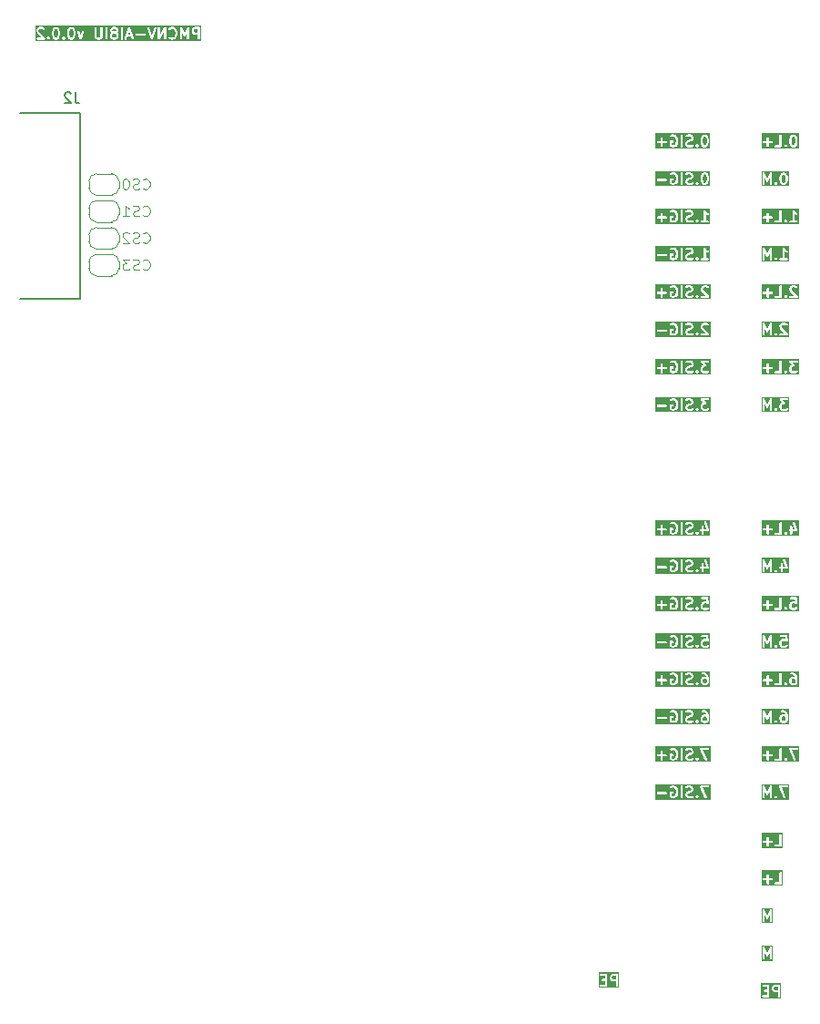
<source format=gbr>
%TF.GenerationSoftware,KiCad,Pcbnew,9.0.2*%
%TF.CreationDate,2025-05-30T08:32:05+03:00*%
%TF.ProjectId,PMCNV-AI8IU,504d434e-562d-4414-9938-49552e6b6963,rev?*%
%TF.SameCoordinates,Original*%
%TF.FileFunction,Legend,Bot*%
%TF.FilePolarity,Positive*%
%FSLAX46Y46*%
G04 Gerber Fmt 4.6, Leading zero omitted, Abs format (unit mm)*
G04 Created by KiCad (PCBNEW 9.0.2) date 2025-05-30 08:32:05*
%MOMM*%
%LPD*%
G01*
G04 APERTURE LIST*
%ADD10C,0.200000*%
%ADD11C,0.100000*%
%ADD12C,0.150000*%
%ADD13C,0.120000*%
%ADD14C,0.152400*%
G04 APERTURE END LIST*
D10*
G36*
X31388589Y-7663330D02*
G01*
X26302090Y-7663330D01*
X26302090Y-7051757D01*
X26413201Y-7051757D01*
X26413201Y-7090775D01*
X26428133Y-7126823D01*
X26455723Y-7154413D01*
X26491771Y-7169345D01*
X26511280Y-7171266D01*
X26792232Y-7171266D01*
X26792232Y-7452219D01*
X26794153Y-7471728D01*
X26809085Y-7507776D01*
X26836675Y-7535366D01*
X26872723Y-7550298D01*
X26911741Y-7550298D01*
X26947789Y-7535366D01*
X26975379Y-7507776D01*
X26990311Y-7471728D01*
X26992232Y-7452219D01*
X26992232Y-7171266D01*
X27273184Y-7171266D01*
X27292693Y-7169345D01*
X27328741Y-7154413D01*
X27356331Y-7126823D01*
X27371263Y-7090775D01*
X27371263Y-7051757D01*
X27359619Y-7023647D01*
X27601756Y-7023647D01*
X27601756Y-7356980D01*
X27603677Y-7376489D01*
X27605161Y-7380071D01*
X27618608Y-7412537D01*
X27631045Y-7427690D01*
X27678663Y-7475310D01*
X27693817Y-7487747D01*
X27697136Y-7489122D01*
X27699852Y-7491477D01*
X27717752Y-7499468D01*
X27860609Y-7547087D01*
X27870281Y-7549286D01*
X27872723Y-7550298D01*
X27876260Y-7550646D01*
X27879724Y-7551434D01*
X27882358Y-7551246D01*
X27892232Y-7552219D01*
X27987470Y-7552219D01*
X27997343Y-7551246D01*
X27999977Y-7551434D01*
X28003440Y-7550646D01*
X28006979Y-7550298D01*
X28009421Y-7549286D01*
X28019093Y-7547087D01*
X28161949Y-7499468D01*
X28179850Y-7491477D01*
X28182565Y-7489122D01*
X28185885Y-7487747D01*
X28201038Y-7475310D01*
X28296276Y-7380071D01*
X28302568Y-7372404D01*
X28304565Y-7370673D01*
X28306458Y-7367665D01*
X28308713Y-7364918D01*
X28309724Y-7362476D01*
X28315008Y-7354082D01*
X28362627Y-7258845D01*
X28363173Y-7257416D01*
X28363603Y-7256837D01*
X28366524Y-7248660D01*
X28369633Y-7240536D01*
X28369684Y-7239815D01*
X28370198Y-7238377D01*
X28417817Y-7047901D01*
X28418317Y-7044519D01*
X28418882Y-7043156D01*
X28419605Y-7035805D01*
X28420685Y-7028508D01*
X28420467Y-7027049D01*
X28420803Y-7023647D01*
X28420803Y-6880790D01*
X28420467Y-6877387D01*
X28420685Y-6875929D01*
X28419605Y-6868631D01*
X28418882Y-6861281D01*
X28418317Y-6859917D01*
X28417817Y-6856536D01*
X28370198Y-6666060D01*
X28369684Y-6664621D01*
X28369633Y-6663901D01*
X28366524Y-6655776D01*
X28363603Y-6647600D01*
X28363173Y-6647020D01*
X28362627Y-6645592D01*
X28315008Y-6550355D01*
X28309721Y-6541956D01*
X28308712Y-6539519D01*
X28306460Y-6536775D01*
X28304565Y-6533764D01*
X28302567Y-6532031D01*
X28296276Y-6524365D01*
X28224130Y-6452219D01*
X28649374Y-6452219D01*
X28649374Y-7452219D01*
X28651295Y-7471728D01*
X28666227Y-7507776D01*
X28693817Y-7535366D01*
X28729865Y-7550298D01*
X28768883Y-7550298D01*
X28804931Y-7535366D01*
X28832521Y-7507776D01*
X28847453Y-7471728D01*
X28849374Y-7452219D01*
X28849374Y-7166504D01*
X29077946Y-7166504D01*
X29077946Y-7261742D01*
X29079867Y-7281251D01*
X29081242Y-7284571D01*
X29081497Y-7288155D01*
X29088503Y-7306463D01*
X29136122Y-7401701D01*
X29141405Y-7410093D01*
X29142417Y-7412537D01*
X29144673Y-7415286D01*
X29146565Y-7418291D01*
X29148559Y-7420020D01*
X29154854Y-7427690D01*
X29202472Y-7475310D01*
X29210140Y-7481603D01*
X29211872Y-7483600D01*
X29214880Y-7485493D01*
X29217626Y-7487747D01*
X29220066Y-7488757D01*
X29228463Y-7494043D01*
X29323700Y-7541662D01*
X29342009Y-7548668D01*
X29345592Y-7548922D01*
X29348913Y-7550298D01*
X29368422Y-7552219D01*
X29606517Y-7552219D01*
X29616390Y-7551246D01*
X29619024Y-7551434D01*
X29622487Y-7550646D01*
X29626026Y-7550298D01*
X29628468Y-7549286D01*
X29638140Y-7547087D01*
X29780996Y-7499468D01*
X29798897Y-7491477D01*
X29828373Y-7465912D01*
X29845822Y-7431013D01*
X29848589Y-7392093D01*
X29846255Y-7385091D01*
X30032247Y-7385091D01*
X30032247Y-7424109D01*
X30038710Y-7439712D01*
X30047179Y-7460158D01*
X30047183Y-7460162D01*
X30059615Y-7475311D01*
X30107234Y-7522929D01*
X30122387Y-7535366D01*
X30131390Y-7539095D01*
X30158436Y-7550298D01*
X30197454Y-7550298D01*
X30233502Y-7535366D01*
X30248656Y-7522930D01*
X30296274Y-7475311D01*
X30308711Y-7460158D01*
X30317008Y-7440127D01*
X30323642Y-7424110D01*
X30323643Y-7385092D01*
X30308712Y-7349043D01*
X30296275Y-7333890D01*
X30248656Y-7286270D01*
X30233503Y-7273833D01*
X30213914Y-7265719D01*
X30207236Y-7262953D01*
X30197454Y-7258901D01*
X30158436Y-7258901D01*
X30148654Y-7262953D01*
X30122388Y-7273832D01*
X30122387Y-7273833D01*
X30107233Y-7286270D01*
X30059615Y-7333890D01*
X30047178Y-7349043D01*
X30038219Y-7370673D01*
X30032247Y-7385091D01*
X29846255Y-7385091D01*
X29836250Y-7355077D01*
X29810685Y-7325601D01*
X29775786Y-7308151D01*
X29736866Y-7305385D01*
X29717751Y-7309732D01*
X29590290Y-7352219D01*
X29392029Y-7352219D01*
X29332419Y-7322414D01*
X29307752Y-7297746D01*
X29277946Y-7238134D01*
X29277946Y-7190111D01*
X29307751Y-7130501D01*
X29332419Y-7105832D01*
X29403326Y-7070379D01*
X29583151Y-7025423D01*
X29584588Y-7024909D01*
X29585311Y-7024858D01*
X29588475Y-7023647D01*
X30506517Y-7023647D01*
X30506517Y-7261742D01*
X30508438Y-7281251D01*
X30509813Y-7284571D01*
X30510068Y-7288155D01*
X30517074Y-7306463D01*
X30564693Y-7401701D01*
X30569976Y-7410093D01*
X30570988Y-7412537D01*
X30573244Y-7415286D01*
X30575136Y-7418291D01*
X30577130Y-7420020D01*
X30583425Y-7427690D01*
X30631043Y-7475310D01*
X30638711Y-7481603D01*
X30640443Y-7483600D01*
X30643451Y-7485493D01*
X30646197Y-7487747D01*
X30648637Y-7488757D01*
X30657034Y-7494043D01*
X30752271Y-7541662D01*
X30770580Y-7548668D01*
X30774163Y-7548922D01*
X30777484Y-7550298D01*
X30796993Y-7552219D01*
X31035088Y-7552219D01*
X31054597Y-7550298D01*
X31057917Y-7548922D01*
X31061501Y-7548668D01*
X31079809Y-7541662D01*
X31175047Y-7494043D01*
X31183442Y-7488758D01*
X31185884Y-7487747D01*
X31188631Y-7485491D01*
X31191637Y-7483600D01*
X31193367Y-7481605D01*
X31201037Y-7475310D01*
X31248656Y-7427690D01*
X31261093Y-7412537D01*
X31276024Y-7376488D01*
X31276023Y-7337470D01*
X31261092Y-7301422D01*
X31233501Y-7273832D01*
X31197453Y-7258901D01*
X31158435Y-7258902D01*
X31122387Y-7273833D01*
X31107233Y-7286270D01*
X31071090Y-7322413D01*
X31011481Y-7352219D01*
X30820600Y-7352219D01*
X30760990Y-7322414D01*
X30736323Y-7297746D01*
X30706517Y-7238134D01*
X30706517Y-7047254D01*
X30736322Y-6987644D01*
X30760990Y-6962975D01*
X30820600Y-6933171D01*
X31011481Y-6933171D01*
X31071090Y-6962976D01*
X31107234Y-6999119D01*
X31122387Y-7011556D01*
X31127041Y-7013483D01*
X31130937Y-7016671D01*
X31144930Y-7020893D01*
X31158436Y-7026487D01*
X31163470Y-7026487D01*
X31168292Y-7027942D01*
X31182843Y-7026487D01*
X31197454Y-7026487D01*
X31202103Y-7024561D01*
X31207116Y-7024060D01*
X31219999Y-7017148D01*
X31233502Y-7011556D01*
X31237062Y-7007995D01*
X31241500Y-7005615D01*
X31250755Y-6994302D01*
X31261092Y-6983966D01*
X31263019Y-6979313D01*
X31266207Y-6975417D01*
X31270429Y-6961422D01*
X31276023Y-6947918D01*
X31276023Y-6942884D01*
X31277478Y-6938062D01*
X31277449Y-6918459D01*
X31229830Y-6442269D01*
X31228405Y-6435160D01*
X31228405Y-6432710D01*
X31227453Y-6430412D01*
X31225977Y-6423048D01*
X31219067Y-6410167D01*
X31213473Y-6396662D01*
X31209912Y-6393101D01*
X31207532Y-6388664D01*
X31196219Y-6379408D01*
X31185883Y-6369072D01*
X31181230Y-6367144D01*
X31177334Y-6363957D01*
X31163344Y-6359736D01*
X31149835Y-6354140D01*
X31142357Y-6353403D01*
X31139979Y-6352686D01*
X31137542Y-6352929D01*
X31130326Y-6352219D01*
X30654136Y-6352219D01*
X30634627Y-6354140D01*
X30598579Y-6369072D01*
X30570989Y-6396662D01*
X30556057Y-6432710D01*
X30556057Y-6471728D01*
X30570989Y-6507776D01*
X30598579Y-6535366D01*
X30634627Y-6550298D01*
X30654136Y-6552219D01*
X31039827Y-6552219D01*
X31058254Y-6736491D01*
X31057917Y-6736467D01*
X31054597Y-6735092D01*
X31035088Y-6733171D01*
X30796993Y-6733171D01*
X30777484Y-6735092D01*
X30774163Y-6736467D01*
X30770580Y-6736722D01*
X30752271Y-6743728D01*
X30657034Y-6791347D01*
X30648637Y-6796632D01*
X30646197Y-6797643D01*
X30643451Y-6799896D01*
X30640443Y-6801790D01*
X30638710Y-6803787D01*
X30631044Y-6810080D01*
X30583425Y-6857698D01*
X30577130Y-6865368D01*
X30575136Y-6867098D01*
X30573242Y-6870105D01*
X30570989Y-6872852D01*
X30569978Y-6875291D01*
X30564693Y-6883688D01*
X30517074Y-6978926D01*
X30510068Y-6997234D01*
X30509813Y-7000817D01*
X30508438Y-7004138D01*
X30506517Y-7023647D01*
X29588475Y-7023647D01*
X29593435Y-7021749D01*
X29601612Y-7018828D01*
X29602192Y-7018397D01*
X29603619Y-7017852D01*
X29698857Y-6970233D01*
X29707253Y-6964947D01*
X29709693Y-6963937D01*
X29712439Y-6961683D01*
X29715447Y-6959790D01*
X29717176Y-6957795D01*
X29724847Y-6951501D01*
X29772465Y-6903882D01*
X29778757Y-6896215D01*
X29780755Y-6894483D01*
X29782648Y-6891474D01*
X29784902Y-6888729D01*
X29785912Y-6886288D01*
X29791198Y-6877892D01*
X29838817Y-6782655D01*
X29845823Y-6764346D01*
X29846077Y-6760762D01*
X29847453Y-6757442D01*
X29849374Y-6737933D01*
X29849374Y-6642695D01*
X29847453Y-6623186D01*
X29846077Y-6619865D01*
X29845823Y-6616282D01*
X29838817Y-6597973D01*
X29791198Y-6502736D01*
X29785912Y-6494339D01*
X29784902Y-6491899D01*
X29782648Y-6489153D01*
X29780755Y-6486145D01*
X29778757Y-6484412D01*
X29772465Y-6476746D01*
X29724847Y-6429127D01*
X29717176Y-6422832D01*
X29715447Y-6420838D01*
X29712439Y-6418944D01*
X29709693Y-6416691D01*
X29707253Y-6415680D01*
X29698857Y-6410395D01*
X29603619Y-6362776D01*
X29585311Y-6355770D01*
X29581727Y-6355515D01*
X29578407Y-6354140D01*
X29558898Y-6352219D01*
X29320803Y-6352219D01*
X29310929Y-6353191D01*
X29308295Y-6353004D01*
X29304831Y-6353791D01*
X29301294Y-6354140D01*
X29298852Y-6355151D01*
X29289180Y-6357351D01*
X29146323Y-6404970D01*
X29128423Y-6412961D01*
X29098947Y-6438526D01*
X29081497Y-6473425D01*
X29078731Y-6512345D01*
X29091069Y-6549361D01*
X29116634Y-6578837D01*
X29151533Y-6596287D01*
X29190453Y-6599053D01*
X29209569Y-6594706D01*
X29337029Y-6552219D01*
X29535291Y-6552219D01*
X29594900Y-6582024D01*
X29619569Y-6606692D01*
X29649374Y-6666302D01*
X29649374Y-6714326D01*
X29619569Y-6773935D01*
X29594900Y-6798603D01*
X29523993Y-6834057D01*
X29344168Y-6879014D01*
X29342729Y-6879527D01*
X29342009Y-6879579D01*
X29333884Y-6882687D01*
X29325708Y-6885609D01*
X29325128Y-6886038D01*
X29323700Y-6886585D01*
X29228463Y-6934204D01*
X29220066Y-6939489D01*
X29217626Y-6940500D01*
X29214880Y-6942753D01*
X29211872Y-6944647D01*
X29210139Y-6946644D01*
X29202473Y-6952937D01*
X29154854Y-7000555D01*
X29148559Y-7008225D01*
X29146565Y-7009955D01*
X29144671Y-7012962D01*
X29142418Y-7015709D01*
X29141407Y-7018148D01*
X29136122Y-7026545D01*
X29088503Y-7121783D01*
X29081497Y-7140091D01*
X29081242Y-7143674D01*
X29079867Y-7146995D01*
X29077946Y-7166504D01*
X28849374Y-7166504D01*
X28849374Y-6452219D01*
X28847453Y-6432710D01*
X28832521Y-6396662D01*
X28804931Y-6369072D01*
X28768883Y-6354140D01*
X28729865Y-6354140D01*
X28693817Y-6369072D01*
X28666227Y-6396662D01*
X28651295Y-6432710D01*
X28649374Y-6452219D01*
X28224130Y-6452219D01*
X28201038Y-6429127D01*
X28185884Y-6416691D01*
X28182565Y-6415316D01*
X28179850Y-6412961D01*
X28161949Y-6404970D01*
X28019093Y-6357351D01*
X28009421Y-6355151D01*
X28006979Y-6354140D01*
X28003440Y-6353791D01*
X27999977Y-6353004D01*
X27997343Y-6353191D01*
X27987470Y-6352219D01*
X27844613Y-6352219D01*
X27825104Y-6354140D01*
X27821783Y-6355515D01*
X27818200Y-6355770D01*
X27799891Y-6362776D01*
X27704654Y-6410395D01*
X27688063Y-6420838D01*
X27662499Y-6450315D01*
X27650160Y-6487331D01*
X27652926Y-6526251D01*
X27670375Y-6561150D01*
X27699852Y-6586714D01*
X27736868Y-6599053D01*
X27775788Y-6596287D01*
X27794096Y-6589281D01*
X27868220Y-6552219D01*
X27971243Y-6552219D01*
X28076307Y-6587240D01*
X28143380Y-6654313D01*
X28178832Y-6725218D01*
X28220803Y-6893099D01*
X28220803Y-7011337D01*
X28178832Y-7179218D01*
X28143379Y-7250124D01*
X28076308Y-7317197D01*
X27971243Y-7352219D01*
X27908458Y-7352219D01*
X27803393Y-7317197D01*
X27801756Y-7315559D01*
X27801756Y-7123647D01*
X27892232Y-7123647D01*
X27911741Y-7121726D01*
X27947789Y-7106794D01*
X27975379Y-7079204D01*
X27990311Y-7043156D01*
X27990311Y-7004138D01*
X27975379Y-6968090D01*
X27947789Y-6940500D01*
X27911741Y-6925568D01*
X27892232Y-6923647D01*
X27701756Y-6923647D01*
X27682247Y-6925568D01*
X27646199Y-6940500D01*
X27618609Y-6968090D01*
X27603677Y-7004138D01*
X27601756Y-7023647D01*
X27359619Y-7023647D01*
X27356331Y-7015709D01*
X27328741Y-6988119D01*
X27292693Y-6973187D01*
X27273184Y-6971266D01*
X26992232Y-6971266D01*
X26992232Y-6690314D01*
X26990311Y-6670805D01*
X26975379Y-6634757D01*
X26947789Y-6607167D01*
X26911741Y-6592235D01*
X26872723Y-6592235D01*
X26836675Y-6607167D01*
X26809085Y-6634757D01*
X26794153Y-6670805D01*
X26792232Y-6690314D01*
X26792232Y-6971266D01*
X26511280Y-6971266D01*
X26491771Y-6973187D01*
X26455723Y-6988119D01*
X26428133Y-7015709D01*
X26413201Y-7051757D01*
X26302090Y-7051757D01*
X26302090Y-6241108D01*
X31388589Y-6241108D01*
X31388589Y-7663330D01*
G37*
D11*
X-21357143Y24137820D02*
X-21309524Y24090200D01*
X-21309524Y24090200D02*
X-21166667Y24042581D01*
X-21166667Y24042581D02*
X-21071429Y24042581D01*
X-21071429Y24042581D02*
X-20928572Y24090200D01*
X-20928572Y24090200D02*
X-20833334Y24185439D01*
X-20833334Y24185439D02*
X-20785715Y24280677D01*
X-20785715Y24280677D02*
X-20738096Y24471153D01*
X-20738096Y24471153D02*
X-20738096Y24614010D01*
X-20738096Y24614010D02*
X-20785715Y24804486D01*
X-20785715Y24804486D02*
X-20833334Y24899724D01*
X-20833334Y24899724D02*
X-20928572Y24994962D01*
X-20928572Y24994962D02*
X-21071429Y25042581D01*
X-21071429Y25042581D02*
X-21166667Y25042581D01*
X-21166667Y25042581D02*
X-21309524Y24994962D01*
X-21309524Y24994962D02*
X-21357143Y24947343D01*
X-21738096Y24090200D02*
X-21880953Y24042581D01*
X-21880953Y24042581D02*
X-22119048Y24042581D01*
X-22119048Y24042581D02*
X-22214286Y24090200D01*
X-22214286Y24090200D02*
X-22261905Y24137820D01*
X-22261905Y24137820D02*
X-22309524Y24233058D01*
X-22309524Y24233058D02*
X-22309524Y24328296D01*
X-22309524Y24328296D02*
X-22261905Y24423534D01*
X-22261905Y24423534D02*
X-22214286Y24471153D01*
X-22214286Y24471153D02*
X-22119048Y24518772D01*
X-22119048Y24518772D02*
X-21928572Y24566391D01*
X-21928572Y24566391D02*
X-21833334Y24614010D01*
X-21833334Y24614010D02*
X-21785715Y24661629D01*
X-21785715Y24661629D02*
X-21738096Y24756867D01*
X-21738096Y24756867D02*
X-21738096Y24852105D01*
X-21738096Y24852105D02*
X-21785715Y24947343D01*
X-21785715Y24947343D02*
X-21833334Y24994962D01*
X-21833334Y24994962D02*
X-21928572Y25042581D01*
X-21928572Y25042581D02*
X-22166667Y25042581D01*
X-22166667Y25042581D02*
X-22309524Y24994962D01*
X-22642858Y25042581D02*
X-23261905Y25042581D01*
X-23261905Y25042581D02*
X-22928572Y24661629D01*
X-22928572Y24661629D02*
X-23071429Y24661629D01*
X-23071429Y24661629D02*
X-23166667Y24614010D01*
X-23166667Y24614010D02*
X-23214286Y24566391D01*
X-23214286Y24566391D02*
X-23261905Y24471153D01*
X-23261905Y24471153D02*
X-23261905Y24233058D01*
X-23261905Y24233058D02*
X-23214286Y24137820D01*
X-23214286Y24137820D02*
X-23166667Y24090200D01*
X-23166667Y24090200D02*
X-23071429Y24042581D01*
X-23071429Y24042581D02*
X-22785715Y24042581D01*
X-22785715Y24042581D02*
X-22690477Y24090200D01*
X-22690477Y24090200D02*
X-22642858Y24137820D01*
D10*
G36*
X31434754Y21336670D02*
G01*
X26302090Y21336670D01*
X26302090Y21948243D01*
X26413201Y21948243D01*
X26413201Y21909225D01*
X26428133Y21873177D01*
X26455723Y21845587D01*
X26491771Y21830655D01*
X26511280Y21828734D01*
X26792232Y21828734D01*
X26792232Y21547781D01*
X26794153Y21528272D01*
X26809085Y21492224D01*
X26836675Y21464634D01*
X26872723Y21449702D01*
X26911741Y21449702D01*
X26947789Y21464634D01*
X26975379Y21492224D01*
X26990311Y21528272D01*
X26992232Y21547781D01*
X26992232Y21828734D01*
X27273184Y21828734D01*
X27292693Y21830655D01*
X27328741Y21845587D01*
X27356331Y21873177D01*
X27371263Y21909225D01*
X27371263Y21948243D01*
X27359619Y21976353D01*
X27601756Y21976353D01*
X27601756Y21643020D01*
X27603677Y21623511D01*
X27605161Y21619929D01*
X27618608Y21587463D01*
X27631045Y21572310D01*
X27678663Y21524690D01*
X27693817Y21512253D01*
X27697136Y21510878D01*
X27699852Y21508523D01*
X27717752Y21500532D01*
X27860609Y21452913D01*
X27870281Y21450714D01*
X27872723Y21449702D01*
X27876260Y21449354D01*
X27879724Y21448566D01*
X27882358Y21448754D01*
X27892232Y21447781D01*
X27987470Y21447781D01*
X27997343Y21448754D01*
X27999977Y21448566D01*
X28003440Y21449354D01*
X28006979Y21449702D01*
X28009421Y21450714D01*
X28019093Y21452913D01*
X28161949Y21500532D01*
X28179850Y21508523D01*
X28182565Y21510878D01*
X28185885Y21512253D01*
X28201038Y21524690D01*
X28296276Y21619929D01*
X28302568Y21627596D01*
X28304565Y21629327D01*
X28306458Y21632335D01*
X28308713Y21635082D01*
X28309724Y21637524D01*
X28315008Y21645918D01*
X28362627Y21741155D01*
X28363173Y21742584D01*
X28363603Y21743163D01*
X28366524Y21751340D01*
X28369633Y21759464D01*
X28369684Y21760185D01*
X28370198Y21761623D01*
X28417817Y21952099D01*
X28418317Y21955481D01*
X28418882Y21956844D01*
X28419605Y21964195D01*
X28420685Y21971492D01*
X28420467Y21972951D01*
X28420803Y21976353D01*
X28420803Y22119210D01*
X28420467Y22122613D01*
X28420685Y22124071D01*
X28419605Y22131369D01*
X28418882Y22138719D01*
X28418317Y22140083D01*
X28417817Y22143464D01*
X28370198Y22333940D01*
X28369684Y22335379D01*
X28369633Y22336099D01*
X28366524Y22344224D01*
X28363603Y22352400D01*
X28363173Y22352980D01*
X28362627Y22354408D01*
X28315008Y22449645D01*
X28309721Y22458044D01*
X28308712Y22460481D01*
X28306460Y22463225D01*
X28304565Y22466236D01*
X28302567Y22467969D01*
X28296276Y22475635D01*
X28224130Y22547781D01*
X28649374Y22547781D01*
X28649374Y21547781D01*
X28651295Y21528272D01*
X28666227Y21492224D01*
X28693817Y21464634D01*
X28729865Y21449702D01*
X28768883Y21449702D01*
X28804931Y21464634D01*
X28832521Y21492224D01*
X28847453Y21528272D01*
X28849374Y21547781D01*
X28849374Y21833496D01*
X29077946Y21833496D01*
X29077946Y21738258D01*
X29079867Y21718749D01*
X29081242Y21715429D01*
X29081497Y21711845D01*
X29088503Y21693537D01*
X29136122Y21598299D01*
X29141405Y21589907D01*
X29142417Y21587463D01*
X29144673Y21584714D01*
X29146565Y21581709D01*
X29148559Y21579980D01*
X29154854Y21572310D01*
X29202472Y21524690D01*
X29210140Y21518397D01*
X29211872Y21516400D01*
X29214880Y21514507D01*
X29217626Y21512253D01*
X29220066Y21511243D01*
X29228463Y21505957D01*
X29323700Y21458338D01*
X29342009Y21451332D01*
X29345592Y21451078D01*
X29348913Y21449702D01*
X29368422Y21447781D01*
X29606517Y21447781D01*
X29616390Y21448754D01*
X29619024Y21448566D01*
X29622487Y21449354D01*
X29626026Y21449702D01*
X29628468Y21450714D01*
X29638140Y21452913D01*
X29780996Y21500532D01*
X29798897Y21508523D01*
X29828373Y21534088D01*
X29845822Y21568987D01*
X29848589Y21607907D01*
X29846255Y21614909D01*
X30032247Y21614909D01*
X30032247Y21575891D01*
X30038710Y21560288D01*
X30047179Y21539842D01*
X30047183Y21539838D01*
X30059615Y21524689D01*
X30107234Y21477071D01*
X30122387Y21464634D01*
X30131390Y21460905D01*
X30158436Y21449702D01*
X30197454Y21449702D01*
X30233502Y21464634D01*
X30248656Y21477070D01*
X30296274Y21524689D01*
X30308711Y21539842D01*
X30317008Y21559873D01*
X30323642Y21575890D01*
X30323643Y21614908D01*
X30308712Y21650957D01*
X30296275Y21666110D01*
X30248656Y21713730D01*
X30233503Y21726167D01*
X30213914Y21734281D01*
X30207236Y21737047D01*
X30197454Y21741099D01*
X30158436Y21741099D01*
X30148654Y21737047D01*
X30122388Y21726168D01*
X30122387Y21726167D01*
X30107233Y21713730D01*
X30059615Y21666110D01*
X30047178Y21650957D01*
X30038219Y21629327D01*
X30032247Y21614909D01*
X29846255Y21614909D01*
X29836250Y21644923D01*
X29810685Y21674399D01*
X29775786Y21691849D01*
X29736866Y21694615D01*
X29717751Y21690268D01*
X29590290Y21647781D01*
X29392029Y21647781D01*
X29332419Y21677586D01*
X29307752Y21702254D01*
X29277946Y21761866D01*
X29277946Y21809889D01*
X29307751Y21869499D01*
X29332419Y21894168D01*
X29403326Y21929621D01*
X29583151Y21974577D01*
X29584588Y21975091D01*
X29585311Y21975142D01*
X29593435Y21978251D01*
X29601612Y21981172D01*
X29602192Y21981603D01*
X29603619Y21982148D01*
X29698857Y22029767D01*
X29707253Y22035053D01*
X29709693Y22036063D01*
X29712439Y22038317D01*
X29715447Y22040210D01*
X29717176Y22042205D01*
X29724847Y22048499D01*
X29772465Y22096118D01*
X29778757Y22103785D01*
X29780755Y22105517D01*
X29782648Y22108526D01*
X29784902Y22111271D01*
X29785912Y22113712D01*
X29791198Y22122108D01*
X29838817Y22217345D01*
X29845823Y22235654D01*
X29846077Y22239238D01*
X29847453Y22242558D01*
X29849374Y22262067D01*
X29849374Y22357305D01*
X30506517Y22357305D01*
X30506517Y22262067D01*
X30507489Y22252194D01*
X30507302Y22249560D01*
X30508089Y22246097D01*
X30508438Y22242558D01*
X30509449Y22240116D01*
X30511649Y22230444D01*
X30559268Y22087588D01*
X30567259Y22069687D01*
X30569614Y22066972D01*
X30570989Y22063653D01*
X30583425Y22048499D01*
X30984142Y21647781D01*
X30606517Y21647781D01*
X30587008Y21645860D01*
X30550960Y21630928D01*
X30523370Y21603338D01*
X30508438Y21567290D01*
X30508438Y21528272D01*
X30523370Y21492224D01*
X30550960Y21464634D01*
X30587008Y21449702D01*
X30606517Y21447781D01*
X31225564Y21447781D01*
X31245073Y21449702D01*
X31281121Y21464634D01*
X31308711Y21492224D01*
X31323643Y21528272D01*
X31323643Y21567290D01*
X31308711Y21603338D01*
X31308710Y21603339D01*
X31296275Y21618492D01*
X30741538Y22173230D01*
X30706517Y22278294D01*
X30706517Y22333698D01*
X30736322Y22393308D01*
X30760990Y22417977D01*
X30820600Y22447781D01*
X31011481Y22447781D01*
X31071090Y22417976D01*
X31107234Y22381833D01*
X31122387Y22369396D01*
X31158436Y22354465D01*
X31197454Y22354465D01*
X31233502Y22369396D01*
X31261092Y22396986D01*
X31276023Y22433034D01*
X31276023Y22472052D01*
X31261092Y22508101D01*
X31248655Y22523254D01*
X31201037Y22570873D01*
X31193366Y22577168D01*
X31191637Y22579162D01*
X31188629Y22581056D01*
X31185883Y22583309D01*
X31183443Y22584320D01*
X31175047Y22589605D01*
X31079809Y22637224D01*
X31061501Y22644230D01*
X31057917Y22644485D01*
X31054597Y22645860D01*
X31035088Y22647781D01*
X30796993Y22647781D01*
X30777484Y22645860D01*
X30774163Y22644485D01*
X30770580Y22644230D01*
X30752271Y22637224D01*
X30657034Y22589605D01*
X30648637Y22584320D01*
X30646197Y22583309D01*
X30643451Y22581056D01*
X30640443Y22579162D01*
X30638710Y22577165D01*
X30631044Y22570872D01*
X30583425Y22523254D01*
X30577130Y22515584D01*
X30575136Y22513854D01*
X30573242Y22510847D01*
X30570989Y22508100D01*
X30569978Y22505661D01*
X30564693Y22497264D01*
X30517074Y22402026D01*
X30510068Y22383718D01*
X30509813Y22380135D01*
X30508438Y22376814D01*
X30506517Y22357305D01*
X29849374Y22357305D01*
X29847453Y22376814D01*
X29846077Y22380135D01*
X29845823Y22383718D01*
X29838817Y22402027D01*
X29791198Y22497264D01*
X29785912Y22505661D01*
X29784902Y22508101D01*
X29782648Y22510847D01*
X29780755Y22513855D01*
X29778757Y22515588D01*
X29772465Y22523254D01*
X29724847Y22570873D01*
X29717176Y22577168D01*
X29715447Y22579162D01*
X29712439Y22581056D01*
X29709693Y22583309D01*
X29707253Y22584320D01*
X29698857Y22589605D01*
X29603619Y22637224D01*
X29585311Y22644230D01*
X29581727Y22644485D01*
X29578407Y22645860D01*
X29558898Y22647781D01*
X29320803Y22647781D01*
X29310929Y22646809D01*
X29308295Y22646996D01*
X29304831Y22646209D01*
X29301294Y22645860D01*
X29298852Y22644849D01*
X29289180Y22642649D01*
X29146323Y22595030D01*
X29128423Y22587039D01*
X29098947Y22561474D01*
X29081497Y22526575D01*
X29078731Y22487655D01*
X29091069Y22450639D01*
X29116634Y22421163D01*
X29151533Y22403713D01*
X29190453Y22400947D01*
X29209569Y22405294D01*
X29337029Y22447781D01*
X29535291Y22447781D01*
X29594900Y22417976D01*
X29619569Y22393308D01*
X29649374Y22333698D01*
X29649374Y22285674D01*
X29619569Y22226065D01*
X29594900Y22201397D01*
X29523993Y22165943D01*
X29344168Y22120986D01*
X29342729Y22120473D01*
X29342009Y22120421D01*
X29333884Y22117313D01*
X29325708Y22114391D01*
X29325128Y22113962D01*
X29323700Y22113415D01*
X29228463Y22065796D01*
X29220066Y22060511D01*
X29217626Y22059500D01*
X29214880Y22057247D01*
X29211872Y22055353D01*
X29210139Y22053356D01*
X29202473Y22047063D01*
X29154854Y21999445D01*
X29148559Y21991775D01*
X29146565Y21990045D01*
X29144671Y21987038D01*
X29142418Y21984291D01*
X29141407Y21981852D01*
X29136122Y21973455D01*
X29088503Y21878217D01*
X29081497Y21859909D01*
X29081242Y21856326D01*
X29079867Y21853005D01*
X29077946Y21833496D01*
X28849374Y21833496D01*
X28849374Y22547781D01*
X28847453Y22567290D01*
X28832521Y22603338D01*
X28804931Y22630928D01*
X28768883Y22645860D01*
X28729865Y22645860D01*
X28693817Y22630928D01*
X28666227Y22603338D01*
X28651295Y22567290D01*
X28649374Y22547781D01*
X28224130Y22547781D01*
X28201038Y22570873D01*
X28185884Y22583309D01*
X28182565Y22584684D01*
X28179850Y22587039D01*
X28161949Y22595030D01*
X28019093Y22642649D01*
X28009421Y22644849D01*
X28006979Y22645860D01*
X28003440Y22646209D01*
X27999977Y22646996D01*
X27997343Y22646809D01*
X27987470Y22647781D01*
X27844613Y22647781D01*
X27825104Y22645860D01*
X27821783Y22644485D01*
X27818200Y22644230D01*
X27799891Y22637224D01*
X27704654Y22589605D01*
X27688063Y22579162D01*
X27662499Y22549685D01*
X27650160Y22512669D01*
X27652926Y22473749D01*
X27670375Y22438850D01*
X27699852Y22413286D01*
X27736868Y22400947D01*
X27775788Y22403713D01*
X27794096Y22410719D01*
X27868220Y22447781D01*
X27971243Y22447781D01*
X28076307Y22412760D01*
X28143380Y22345687D01*
X28178832Y22274782D01*
X28220803Y22106901D01*
X28220803Y21988663D01*
X28178832Y21820782D01*
X28143379Y21749876D01*
X28076308Y21682803D01*
X27971243Y21647781D01*
X27908458Y21647781D01*
X27803393Y21682803D01*
X27801756Y21684441D01*
X27801756Y21876353D01*
X27892232Y21876353D01*
X27911741Y21878274D01*
X27947789Y21893206D01*
X27975379Y21920796D01*
X27990311Y21956844D01*
X27990311Y21995862D01*
X27975379Y22031910D01*
X27947789Y22059500D01*
X27911741Y22074432D01*
X27892232Y22076353D01*
X27701756Y22076353D01*
X27682247Y22074432D01*
X27646199Y22059500D01*
X27618609Y22031910D01*
X27603677Y21995862D01*
X27601756Y21976353D01*
X27359619Y21976353D01*
X27356331Y21984291D01*
X27328741Y22011881D01*
X27292693Y22026813D01*
X27273184Y22028734D01*
X26992232Y22028734D01*
X26992232Y22309686D01*
X26990311Y22329195D01*
X26975379Y22365243D01*
X26947789Y22392833D01*
X26911741Y22407765D01*
X26872723Y22407765D01*
X26836675Y22392833D01*
X26809085Y22365243D01*
X26794153Y22329195D01*
X26792232Y22309686D01*
X26792232Y22028734D01*
X26511280Y22028734D01*
X26491771Y22026813D01*
X26455723Y22011881D01*
X26428133Y21984291D01*
X26413201Y21948243D01*
X26302090Y21948243D01*
X26302090Y22758892D01*
X31434754Y22758892D01*
X31434754Y21336670D01*
G37*
G36*
X38722855Y-4161409D02*
G01*
X36158562Y-4161409D01*
X36158562Y-2952219D01*
X36269673Y-2952219D01*
X36269673Y-3952219D01*
X36271594Y-3971728D01*
X36286526Y-4007776D01*
X36314116Y-4035366D01*
X36350164Y-4050298D01*
X36389182Y-4050298D01*
X36425230Y-4035366D01*
X36452820Y-4007776D01*
X36467752Y-3971728D01*
X36469673Y-3952219D01*
X36469673Y-3402975D01*
X36612388Y-3708793D01*
X36616620Y-3715938D01*
X36617500Y-3718356D01*
X36619065Y-3720065D01*
X36622379Y-3725659D01*
X36633589Y-3735925D01*
X36643851Y-3747131D01*
X36647876Y-3749009D01*
X36651154Y-3752011D01*
X36665436Y-3757204D01*
X36679209Y-3763632D01*
X36683648Y-3763827D01*
X36687823Y-3765345D01*
X36703006Y-3764677D01*
X36718189Y-3765345D01*
X36722362Y-3763827D01*
X36726804Y-3763632D01*
X36740588Y-3757199D01*
X36754858Y-3752010D01*
X36758131Y-3749012D01*
X36762161Y-3747132D01*
X36772430Y-3735917D01*
X36783633Y-3725659D01*
X36786944Y-3720068D01*
X36788513Y-3718356D01*
X36789393Y-3715934D01*
X36793624Y-3708793D01*
X36936339Y-3402974D01*
X36936339Y-3952219D01*
X36938260Y-3971728D01*
X36953192Y-4007776D01*
X36980782Y-4035366D01*
X37016830Y-4050298D01*
X37055848Y-4050298D01*
X37091896Y-4035366D01*
X37119486Y-4007776D01*
X37134418Y-3971728D01*
X37136339Y-3952219D01*
X37136339Y-3885091D01*
X37366831Y-3885091D01*
X37366831Y-3924109D01*
X37370394Y-3932710D01*
X37381763Y-3960158D01*
X37381767Y-3960162D01*
X37394199Y-3975311D01*
X37441818Y-4022929D01*
X37456971Y-4035366D01*
X37467529Y-4039739D01*
X37493020Y-4050298D01*
X37532038Y-4050298D01*
X37568086Y-4035366D01*
X37583240Y-4022930D01*
X37630858Y-3975311D01*
X37643295Y-3960158D01*
X37658226Y-3924109D01*
X37658226Y-3912537D01*
X37658227Y-3885092D01*
X37643296Y-3849043D01*
X37630859Y-3833890D01*
X37583240Y-3786270D01*
X37568087Y-3773833D01*
X37547595Y-3765345D01*
X37543459Y-3763632D01*
X37532038Y-3758901D01*
X37493020Y-3758901D01*
X37482462Y-3763274D01*
X37456972Y-3773832D01*
X37456971Y-3773833D01*
X37441817Y-3786270D01*
X37394199Y-3833890D01*
X37381762Y-3849043D01*
X37378475Y-3856980D01*
X37366831Y-3885091D01*
X37136339Y-3885091D01*
X37136339Y-3599376D01*
X37795403Y-3599376D01*
X37795403Y-3638394D01*
X37810335Y-3674442D01*
X37837925Y-3702032D01*
X37873973Y-3716964D01*
X37893482Y-3718885D01*
X37936339Y-3718885D01*
X37936339Y-3952219D01*
X37938260Y-3971728D01*
X37953192Y-4007776D01*
X37980782Y-4035366D01*
X38016830Y-4050298D01*
X38055848Y-4050298D01*
X38091896Y-4035366D01*
X38119486Y-4007776D01*
X38134418Y-3971728D01*
X38136339Y-3952219D01*
X38136339Y-3718885D01*
X38512529Y-3718885D01*
X38522402Y-3717912D01*
X38525036Y-3718100D01*
X38526937Y-3717466D01*
X38532038Y-3716964D01*
X38546850Y-3710828D01*
X38562052Y-3705761D01*
X38564765Y-3703407D01*
X38568086Y-3702032D01*
X38579424Y-3690693D01*
X38591528Y-3680196D01*
X38593134Y-3676983D01*
X38595676Y-3674442D01*
X38601812Y-3659627D01*
X38608978Y-3645297D01*
X38609232Y-3641714D01*
X38610608Y-3638394D01*
X38610608Y-3622361D01*
X38611744Y-3606377D01*
X38610608Y-3601381D01*
X38610608Y-3599376D01*
X38609596Y-3596934D01*
X38607397Y-3587262D01*
X38369302Y-2872977D01*
X38361311Y-2855077D01*
X38335746Y-2825601D01*
X38300847Y-2808151D01*
X38261927Y-2805385D01*
X38224911Y-2817723D01*
X38195435Y-2843288D01*
X38177985Y-2878187D01*
X38175219Y-2917107D01*
X38179566Y-2936223D01*
X38373787Y-3518885D01*
X38136339Y-3518885D01*
X38136339Y-3285552D01*
X38134418Y-3266043D01*
X38119486Y-3229995D01*
X38091896Y-3202405D01*
X38055848Y-3187473D01*
X38016830Y-3187473D01*
X37980782Y-3202405D01*
X37953192Y-3229995D01*
X37938260Y-3266043D01*
X37936339Y-3285552D01*
X37936339Y-3518885D01*
X37893482Y-3518885D01*
X37873973Y-3520806D01*
X37837925Y-3535738D01*
X37810335Y-3563328D01*
X37795403Y-3599376D01*
X37136339Y-3599376D01*
X37136339Y-2952219D01*
X37135076Y-2939395D01*
X37135180Y-2937036D01*
X37134719Y-2935768D01*
X37134418Y-2932710D01*
X37127777Y-2916679D01*
X37121846Y-2900367D01*
X37120339Y-2898721D01*
X37119486Y-2896662D01*
X37107224Y-2884400D01*
X37095494Y-2871591D01*
X37093470Y-2870646D01*
X37091896Y-2869072D01*
X37075880Y-2862437D01*
X37060137Y-2855091D01*
X37057907Y-2854993D01*
X37055848Y-2854140D01*
X37038496Y-2854140D01*
X37021156Y-2853378D01*
X37019060Y-2854140D01*
X37016830Y-2854140D01*
X37000799Y-2860780D01*
X36984487Y-2866712D01*
X36982841Y-2868218D01*
X36980782Y-2869072D01*
X36968514Y-2881339D01*
X36955712Y-2893064D01*
X36954145Y-2895708D01*
X36953192Y-2896662D01*
X36952288Y-2898843D01*
X36945721Y-2909930D01*
X36703005Y-3430033D01*
X36460291Y-2909930D01*
X36453723Y-2898843D01*
X36452820Y-2896662D01*
X36451866Y-2895708D01*
X36450300Y-2893064D01*
X36437503Y-2881345D01*
X36425230Y-2869072D01*
X36423168Y-2868218D01*
X36421525Y-2866713D01*
X36405223Y-2860784D01*
X36389182Y-2854140D01*
X36386951Y-2854140D01*
X36384856Y-2853378D01*
X36367516Y-2854140D01*
X36350164Y-2854140D01*
X36348104Y-2854993D01*
X36345876Y-2855091D01*
X36330145Y-2862432D01*
X36314116Y-2869072D01*
X36312539Y-2870648D01*
X36310518Y-2871592D01*
X36298799Y-2884388D01*
X36286526Y-2896662D01*
X36285672Y-2898723D01*
X36284167Y-2900367D01*
X36278238Y-2916668D01*
X36271594Y-2932710D01*
X36271292Y-2935768D01*
X36270832Y-2937036D01*
X36270935Y-2939395D01*
X36269673Y-2952219D01*
X36158562Y-2952219D01*
X36158562Y-2694274D01*
X38722855Y-2694274D01*
X38722855Y-4161409D01*
G37*
G36*
X37247450Y-36661409D02*
G01*
X36158562Y-36661409D01*
X36158562Y-35452219D01*
X36269673Y-35452219D01*
X36269673Y-36452219D01*
X36271594Y-36471728D01*
X36286526Y-36507776D01*
X36314116Y-36535366D01*
X36350164Y-36550298D01*
X36389182Y-36550298D01*
X36425230Y-36535366D01*
X36452820Y-36507776D01*
X36467752Y-36471728D01*
X36469673Y-36452219D01*
X36469673Y-35902975D01*
X36612388Y-36208793D01*
X36616620Y-36215938D01*
X36617500Y-36218356D01*
X36619065Y-36220065D01*
X36622379Y-36225659D01*
X36633589Y-36235925D01*
X36643851Y-36247131D01*
X36647876Y-36249009D01*
X36651154Y-36252011D01*
X36665436Y-36257204D01*
X36679209Y-36263632D01*
X36683648Y-36263827D01*
X36687823Y-36265345D01*
X36703006Y-36264677D01*
X36718189Y-36265345D01*
X36722362Y-36263827D01*
X36726804Y-36263632D01*
X36740588Y-36257199D01*
X36754858Y-36252010D01*
X36758131Y-36249012D01*
X36762161Y-36247132D01*
X36772430Y-36235917D01*
X36783633Y-36225659D01*
X36786944Y-36220068D01*
X36788513Y-36218356D01*
X36789393Y-36215934D01*
X36793624Y-36208793D01*
X36936339Y-35902974D01*
X36936339Y-36452219D01*
X36938260Y-36471728D01*
X36953192Y-36507776D01*
X36980782Y-36535366D01*
X37016830Y-36550298D01*
X37055848Y-36550298D01*
X37091896Y-36535366D01*
X37119486Y-36507776D01*
X37134418Y-36471728D01*
X37136339Y-36452219D01*
X37136339Y-35452219D01*
X37135076Y-35439395D01*
X37135180Y-35437036D01*
X37134719Y-35435768D01*
X37134418Y-35432710D01*
X37127777Y-35416679D01*
X37121846Y-35400367D01*
X37120339Y-35398721D01*
X37119486Y-35396662D01*
X37107224Y-35384400D01*
X37095494Y-35371591D01*
X37093470Y-35370646D01*
X37091896Y-35369072D01*
X37075880Y-35362437D01*
X37060137Y-35355091D01*
X37057907Y-35354993D01*
X37055848Y-35354140D01*
X37038496Y-35354140D01*
X37021156Y-35353378D01*
X37019060Y-35354140D01*
X37016830Y-35354140D01*
X37000799Y-35360780D01*
X36984487Y-35366712D01*
X36982841Y-35368218D01*
X36980782Y-35369072D01*
X36968514Y-35381339D01*
X36955712Y-35393064D01*
X36954145Y-35395708D01*
X36953192Y-35396662D01*
X36952288Y-35398843D01*
X36945721Y-35409930D01*
X36703005Y-35930033D01*
X36460291Y-35409930D01*
X36453723Y-35398843D01*
X36452820Y-35396662D01*
X36451866Y-35395708D01*
X36450300Y-35393064D01*
X36437503Y-35381345D01*
X36425230Y-35369072D01*
X36423168Y-35368218D01*
X36421525Y-35366713D01*
X36405223Y-35360784D01*
X36389182Y-35354140D01*
X36386951Y-35354140D01*
X36384856Y-35353378D01*
X36367516Y-35354140D01*
X36350164Y-35354140D01*
X36348104Y-35354993D01*
X36345876Y-35355091D01*
X36330145Y-35362432D01*
X36314116Y-35369072D01*
X36312539Y-35370648D01*
X36310518Y-35371592D01*
X36298799Y-35384388D01*
X36286526Y-35396662D01*
X36285672Y-35398723D01*
X36284167Y-35400367D01*
X36278238Y-35416668D01*
X36271594Y-35432710D01*
X36271292Y-35435768D01*
X36270832Y-35437036D01*
X36270935Y-35439395D01*
X36269673Y-35452219D01*
X36158562Y-35452219D01*
X36158562Y-35242267D01*
X37247450Y-35242267D01*
X37247450Y-36661409D01*
G37*
G36*
X39674100Y14336670D02*
G01*
X36160483Y14336670D01*
X36160483Y14948243D01*
X36271594Y14948243D01*
X36271594Y14909225D01*
X36286526Y14873177D01*
X36314116Y14845587D01*
X36350164Y14830655D01*
X36369673Y14828734D01*
X36650625Y14828734D01*
X36650625Y14547781D01*
X36652546Y14528272D01*
X36667478Y14492224D01*
X36695068Y14464634D01*
X36731116Y14449702D01*
X36770134Y14449702D01*
X36806182Y14464634D01*
X36833772Y14492224D01*
X36848704Y14528272D01*
X36850625Y14547781D01*
X36850625Y14567290D01*
X37366832Y14567290D01*
X37366832Y14528272D01*
X37381764Y14492224D01*
X37409354Y14464634D01*
X37445402Y14449702D01*
X37464911Y14447781D01*
X37941101Y14447781D01*
X37960610Y14449702D01*
X37996658Y14464634D01*
X38024248Y14492224D01*
X38039180Y14528272D01*
X38041101Y14547781D01*
X38041101Y14614909D01*
X38271593Y14614909D01*
X38271593Y14575891D01*
X38278056Y14560288D01*
X38286525Y14539842D01*
X38286529Y14539838D01*
X38298961Y14524689D01*
X38346580Y14477071D01*
X38361733Y14464634D01*
X38370736Y14460905D01*
X38397782Y14449702D01*
X38436800Y14449702D01*
X38472848Y14464634D01*
X38488002Y14477070D01*
X38535620Y14524689D01*
X38548057Y14539842D01*
X38554809Y14556144D01*
X38562988Y14575890D01*
X38562989Y14614908D01*
X38548058Y14650957D01*
X38535621Y14666110D01*
X38488002Y14713730D01*
X38472849Y14726167D01*
X38457917Y14732352D01*
X38436800Y14741099D01*
X38397782Y14741099D01*
X38387224Y14736726D01*
X38361734Y14726168D01*
X38361733Y14726167D01*
X38346579Y14713730D01*
X38298961Y14666110D01*
X38286524Y14650957D01*
X38276511Y14626781D01*
X38271593Y14614909D01*
X38041101Y14614909D01*
X38041101Y14976353D01*
X38745863Y14976353D01*
X38745863Y14738258D01*
X38747784Y14718749D01*
X38749159Y14715429D01*
X38749414Y14711845D01*
X38756420Y14693537D01*
X38804039Y14598299D01*
X38809322Y14589907D01*
X38810334Y14587463D01*
X38812590Y14584714D01*
X38814482Y14581709D01*
X38816476Y14579980D01*
X38822771Y14572310D01*
X38870389Y14524690D01*
X38878057Y14518397D01*
X38879789Y14516400D01*
X38882797Y14514507D01*
X38885543Y14512253D01*
X38887983Y14511243D01*
X38896380Y14505957D01*
X38991617Y14458338D01*
X39009926Y14451332D01*
X39013509Y14451078D01*
X39016830Y14449702D01*
X39036339Y14447781D01*
X39322053Y14447781D01*
X39341562Y14449702D01*
X39344882Y14451078D01*
X39348466Y14451332D01*
X39366774Y14458338D01*
X39462012Y14505957D01*
X39470407Y14511242D01*
X39472849Y14512253D01*
X39475596Y14514509D01*
X39478602Y14516400D01*
X39480332Y14518395D01*
X39488002Y14524690D01*
X39535621Y14572310D01*
X39548058Y14587463D01*
X39562989Y14623512D01*
X39562988Y14662530D01*
X39548057Y14698578D01*
X39520466Y14726168D01*
X39484418Y14741099D01*
X39445400Y14741098D01*
X39409352Y14726167D01*
X39394198Y14713730D01*
X39358055Y14677587D01*
X39298446Y14647781D01*
X39059946Y14647781D01*
X39000336Y14677586D01*
X38975669Y14702254D01*
X38945863Y14761866D01*
X38945863Y14952746D01*
X38975668Y15012356D01*
X39000336Y15037025D01*
X39059946Y15066829D01*
X39179196Y15066829D01*
X39189513Y15067845D01*
X39192138Y15067670D01*
X39193945Y15068282D01*
X39198705Y15068750D01*
X39213708Y15074965D01*
X39229100Y15080170D01*
X39231639Y15082393D01*
X39234753Y15083682D01*
X39246230Y15095160D01*
X39258464Y15105864D01*
X39259959Y15108889D01*
X39262343Y15111272D01*
X39268557Y15126274D01*
X39275760Y15140839D01*
X39275984Y15144205D01*
X39277275Y15147320D01*
X39277275Y15163569D01*
X39278355Y15179771D01*
X39277275Y15182965D01*
X39277275Y15186338D01*
X39271059Y15201344D01*
X39265855Y15216732D01*
X39263073Y15220623D01*
X39262343Y15222386D01*
X39260483Y15224246D01*
X39254454Y15232679D01*
X39066240Y15447781D01*
X39464910Y15447781D01*
X39484419Y15449702D01*
X39520467Y15464634D01*
X39548057Y15492224D01*
X39562989Y15528272D01*
X39562989Y15567290D01*
X39548057Y15603338D01*
X39520467Y15630928D01*
X39484419Y15645860D01*
X39464910Y15647781D01*
X38845863Y15647781D01*
X38835545Y15646766D01*
X38832921Y15646940D01*
X38831113Y15646329D01*
X38826354Y15645860D01*
X38811348Y15639645D01*
X38795960Y15634440D01*
X38793420Y15632219D01*
X38790306Y15630928D01*
X38778821Y15619444D01*
X38766596Y15608746D01*
X38765100Y15605723D01*
X38762716Y15603338D01*
X38756499Y15588332D01*
X38749299Y15573771D01*
X38749074Y15570406D01*
X38747784Y15567290D01*
X38747784Y15551042D01*
X38746704Y15534839D01*
X38747784Y15531646D01*
X38747784Y15528272D01*
X38753999Y15513267D01*
X38759204Y15497878D01*
X38761985Y15493988D01*
X38762716Y15492224D01*
X38764575Y15490365D01*
X38770605Y15481931D01*
X38975226Y15248077D01*
X38896380Y15208653D01*
X38887983Y15203368D01*
X38885543Y15202357D01*
X38882797Y15200104D01*
X38879789Y15198210D01*
X38878056Y15196213D01*
X38870390Y15189920D01*
X38822771Y15142302D01*
X38816476Y15134632D01*
X38814482Y15132902D01*
X38812588Y15129895D01*
X38810335Y15127148D01*
X38809324Y15124709D01*
X38804039Y15116312D01*
X38756420Y15021074D01*
X38749414Y15002766D01*
X38749159Y14999183D01*
X38747784Y14995862D01*
X38745863Y14976353D01*
X38041101Y14976353D01*
X38041101Y15547781D01*
X38039180Y15567290D01*
X38024248Y15603338D01*
X37996658Y15630928D01*
X37960610Y15645860D01*
X37921592Y15645860D01*
X37885544Y15630928D01*
X37857954Y15603338D01*
X37843022Y15567290D01*
X37841101Y15547781D01*
X37841101Y14647781D01*
X37464911Y14647781D01*
X37445402Y14645860D01*
X37409354Y14630928D01*
X37381764Y14603338D01*
X37366832Y14567290D01*
X36850625Y14567290D01*
X36850625Y14828734D01*
X37131577Y14828734D01*
X37151086Y14830655D01*
X37187134Y14845587D01*
X37214724Y14873177D01*
X37229656Y14909225D01*
X37229656Y14948243D01*
X37214724Y14984291D01*
X37187134Y15011881D01*
X37151086Y15026813D01*
X37131577Y15028734D01*
X36850625Y15028734D01*
X36850625Y15309686D01*
X36848704Y15329195D01*
X36833772Y15365243D01*
X36806182Y15392833D01*
X36770134Y15407765D01*
X36731116Y15407765D01*
X36695068Y15392833D01*
X36667478Y15365243D01*
X36652546Y15329195D01*
X36650625Y15309686D01*
X36650625Y15028734D01*
X36369673Y15028734D01*
X36350164Y15026813D01*
X36314116Y15011881D01*
X36286526Y14984291D01*
X36271594Y14948243D01*
X36160483Y14948243D01*
X36160483Y15758892D01*
X39674100Y15758892D01*
X39674100Y14336670D01*
G37*
G36*
X30975852Y32917976D02*
G01*
X31000521Y32893308D01*
X31035974Y32822401D01*
X31077945Y32654520D01*
X31077945Y32441044D01*
X31035974Y32273163D01*
X31000521Y32202257D01*
X30975852Y32177587D01*
X30916243Y32147781D01*
X30868219Y32147781D01*
X30808609Y32177586D01*
X30783942Y32202254D01*
X30748487Y32273163D01*
X30706517Y32441044D01*
X30706517Y32654519D01*
X30748487Y32822401D01*
X30783941Y32893308D01*
X30808609Y32917977D01*
X30868219Y32947781D01*
X30916243Y32947781D01*
X30975852Y32917976D01*
G37*
G36*
X31389056Y31836670D02*
G01*
X26302090Y31836670D01*
X26302090Y32448243D01*
X26413201Y32448243D01*
X26413201Y32409225D01*
X26428133Y32373177D01*
X26455723Y32345587D01*
X26491771Y32330655D01*
X26511280Y32328734D01*
X27273184Y32328734D01*
X27292693Y32330655D01*
X27328741Y32345587D01*
X27356331Y32373177D01*
X27371263Y32409225D01*
X27371263Y32448243D01*
X27359619Y32476353D01*
X27601756Y32476353D01*
X27601756Y32143020D01*
X27603677Y32123511D01*
X27605161Y32119929D01*
X27618608Y32087463D01*
X27631045Y32072310D01*
X27678663Y32024690D01*
X27693817Y32012253D01*
X27697136Y32010878D01*
X27699852Y32008523D01*
X27717752Y32000532D01*
X27860609Y31952913D01*
X27870281Y31950714D01*
X27872723Y31949702D01*
X27876260Y31949354D01*
X27879724Y31948566D01*
X27882358Y31948754D01*
X27892232Y31947781D01*
X27987470Y31947781D01*
X27997343Y31948754D01*
X27999977Y31948566D01*
X28003440Y31949354D01*
X28006979Y31949702D01*
X28009421Y31950714D01*
X28019093Y31952913D01*
X28161949Y32000532D01*
X28179850Y32008523D01*
X28182565Y32010878D01*
X28185885Y32012253D01*
X28201038Y32024690D01*
X28296276Y32119929D01*
X28302568Y32127596D01*
X28304565Y32129327D01*
X28306458Y32132335D01*
X28308713Y32135082D01*
X28309724Y32137524D01*
X28315008Y32145918D01*
X28362627Y32241155D01*
X28363173Y32242584D01*
X28363603Y32243163D01*
X28366524Y32251340D01*
X28369633Y32259464D01*
X28369684Y32260185D01*
X28370198Y32261623D01*
X28417817Y32452099D01*
X28418317Y32455481D01*
X28418882Y32456844D01*
X28419605Y32464195D01*
X28420685Y32471492D01*
X28420467Y32472951D01*
X28420803Y32476353D01*
X28420803Y32619210D01*
X28420467Y32622613D01*
X28420685Y32624071D01*
X28419605Y32631369D01*
X28418882Y32638719D01*
X28418317Y32640083D01*
X28417817Y32643464D01*
X28370198Y32833940D01*
X28369684Y32835379D01*
X28369633Y32836099D01*
X28366524Y32844224D01*
X28363603Y32852400D01*
X28363173Y32852980D01*
X28362627Y32854408D01*
X28315008Y32949645D01*
X28309721Y32958044D01*
X28308712Y32960481D01*
X28306460Y32963225D01*
X28304565Y32966236D01*
X28302567Y32967969D01*
X28296276Y32975635D01*
X28224130Y33047781D01*
X28649374Y33047781D01*
X28649374Y32047781D01*
X28651295Y32028272D01*
X28666227Y31992224D01*
X28693817Y31964634D01*
X28729865Y31949702D01*
X28768883Y31949702D01*
X28804931Y31964634D01*
X28832521Y31992224D01*
X28847453Y32028272D01*
X28849374Y32047781D01*
X28849374Y32333496D01*
X29077946Y32333496D01*
X29077946Y32238258D01*
X29079867Y32218749D01*
X29081242Y32215429D01*
X29081497Y32211845D01*
X29088503Y32193537D01*
X29136122Y32098299D01*
X29141405Y32089907D01*
X29142417Y32087463D01*
X29144673Y32084714D01*
X29146565Y32081709D01*
X29148559Y32079980D01*
X29154854Y32072310D01*
X29202472Y32024690D01*
X29210140Y32018397D01*
X29211872Y32016400D01*
X29214880Y32014507D01*
X29217626Y32012253D01*
X29220066Y32011243D01*
X29228463Y32005957D01*
X29323700Y31958338D01*
X29342009Y31951332D01*
X29345592Y31951078D01*
X29348913Y31949702D01*
X29368422Y31947781D01*
X29606517Y31947781D01*
X29616390Y31948754D01*
X29619024Y31948566D01*
X29622487Y31949354D01*
X29626026Y31949702D01*
X29628468Y31950714D01*
X29638140Y31952913D01*
X29780996Y32000532D01*
X29798897Y32008523D01*
X29828373Y32034088D01*
X29845822Y32068987D01*
X29848589Y32107907D01*
X29846255Y32114909D01*
X30032247Y32114909D01*
X30032247Y32075891D01*
X30038710Y32060288D01*
X30047179Y32039842D01*
X30047183Y32039838D01*
X30059615Y32024689D01*
X30107234Y31977071D01*
X30122387Y31964634D01*
X30131390Y31960905D01*
X30158436Y31949702D01*
X30197454Y31949702D01*
X30233502Y31964634D01*
X30248656Y31977070D01*
X30296274Y32024689D01*
X30308711Y32039842D01*
X30317008Y32059873D01*
X30323642Y32075890D01*
X30323643Y32114908D01*
X30308712Y32150957D01*
X30296275Y32166110D01*
X30248656Y32213730D01*
X30233503Y32226167D01*
X30213914Y32234281D01*
X30207236Y32237047D01*
X30197454Y32241099D01*
X30158436Y32241099D01*
X30148654Y32237047D01*
X30122388Y32226168D01*
X30122387Y32226167D01*
X30107233Y32213730D01*
X30059615Y32166110D01*
X30047178Y32150957D01*
X30038219Y32129327D01*
X30032247Y32114909D01*
X29846255Y32114909D01*
X29836250Y32144923D01*
X29810685Y32174399D01*
X29775786Y32191849D01*
X29736866Y32194615D01*
X29717751Y32190268D01*
X29590290Y32147781D01*
X29392029Y32147781D01*
X29332419Y32177586D01*
X29307752Y32202254D01*
X29277946Y32261866D01*
X29277946Y32309889D01*
X29307751Y32369499D01*
X29332419Y32394168D01*
X29403326Y32429621D01*
X29583151Y32474577D01*
X29584588Y32475091D01*
X29585311Y32475142D01*
X29593435Y32478251D01*
X29601612Y32481172D01*
X29602192Y32481603D01*
X29603619Y32482148D01*
X29698857Y32529767D01*
X29707253Y32535053D01*
X29709693Y32536063D01*
X29712439Y32538317D01*
X29715447Y32540210D01*
X29717176Y32542205D01*
X29724847Y32548499D01*
X29772465Y32596118D01*
X29778757Y32603785D01*
X29780755Y32605517D01*
X29782648Y32608526D01*
X29784902Y32611271D01*
X29785912Y32613712D01*
X29791198Y32622108D01*
X29813559Y32666829D01*
X30506517Y32666829D01*
X30506517Y32428734D01*
X30506852Y32425332D01*
X30506635Y32423873D01*
X30507714Y32416576D01*
X30508438Y32409225D01*
X30509002Y32407862D01*
X30509503Y32404480D01*
X30557122Y32214005D01*
X30557635Y32212568D01*
X30557687Y32211845D01*
X30560795Y32203721D01*
X30563717Y32195544D01*
X30564147Y32194964D01*
X30564693Y32193537D01*
X30612312Y32098299D01*
X30617595Y32089907D01*
X30618607Y32087463D01*
X30620863Y32084714D01*
X30622755Y32081709D01*
X30624749Y32079980D01*
X30631044Y32072310D01*
X30678662Y32024690D01*
X30686330Y32018397D01*
X30688062Y32016400D01*
X30691070Y32014507D01*
X30693816Y32012253D01*
X30696256Y32011243D01*
X30704653Y32005957D01*
X30799890Y31958338D01*
X30818199Y31951332D01*
X30821782Y31951078D01*
X30825103Y31949702D01*
X30844612Y31947781D01*
X30939850Y31947781D01*
X30959359Y31949702D01*
X30962679Y31951078D01*
X30966263Y31951332D01*
X30984571Y31958338D01*
X31079809Y32005957D01*
X31088204Y32011242D01*
X31090646Y32012253D01*
X31093393Y32014509D01*
X31096399Y32016400D01*
X31098129Y32018395D01*
X31105799Y32024690D01*
X31153418Y32072310D01*
X31159710Y32079977D01*
X31161707Y32081708D01*
X31163600Y32084716D01*
X31165855Y32087463D01*
X31166866Y32089905D01*
X31172150Y32098299D01*
X31219769Y32193536D01*
X31220315Y32194965D01*
X31220745Y32195544D01*
X31223666Y32203721D01*
X31226775Y32211845D01*
X31226826Y32212566D01*
X31227340Y32214004D01*
X31274959Y32404480D01*
X31275459Y32407862D01*
X31276024Y32409225D01*
X31276747Y32416576D01*
X31277827Y32423873D01*
X31277609Y32425332D01*
X31277945Y32428734D01*
X31277945Y32666829D01*
X31277609Y32670232D01*
X31277827Y32671690D01*
X31276747Y32678988D01*
X31276024Y32686338D01*
X31275459Y32687702D01*
X31274959Y32691083D01*
X31227340Y32881559D01*
X31226826Y32882998D01*
X31226775Y32883718D01*
X31223666Y32891843D01*
X31220745Y32900019D01*
X31220315Y32900599D01*
X31219769Y32902027D01*
X31172150Y32997264D01*
X31166864Y33005661D01*
X31165854Y33008101D01*
X31163600Y33010847D01*
X31161707Y33013855D01*
X31159709Y33015588D01*
X31153417Y33023254D01*
X31105799Y33070873D01*
X31098128Y33077168D01*
X31096399Y33079162D01*
X31093391Y33081056D01*
X31090645Y33083309D01*
X31088205Y33084320D01*
X31079809Y33089605D01*
X30984571Y33137224D01*
X30966263Y33144230D01*
X30962679Y33144485D01*
X30959359Y33145860D01*
X30939850Y33147781D01*
X30844612Y33147781D01*
X30825103Y33145860D01*
X30821782Y33144485D01*
X30818199Y33144230D01*
X30799890Y33137224D01*
X30704653Y33089605D01*
X30696256Y33084320D01*
X30693816Y33083309D01*
X30691070Y33081056D01*
X30688062Y33079162D01*
X30686329Y33077165D01*
X30678663Y33070872D01*
X30631044Y33023254D01*
X30624749Y33015584D01*
X30622755Y33013854D01*
X30620861Y33010847D01*
X30618608Y33008100D01*
X30617597Y33005661D01*
X30612312Y32997264D01*
X30564693Y32902026D01*
X30564147Y32900600D01*
X30563717Y32900019D01*
X30560795Y32891843D01*
X30557687Y32883718D01*
X30557635Y32882996D01*
X30557122Y32881558D01*
X30509503Y32691083D01*
X30509002Y32687702D01*
X30508438Y32686338D01*
X30507714Y32678988D01*
X30506635Y32671690D01*
X30506852Y32670232D01*
X30506517Y32666829D01*
X29813559Y32666829D01*
X29838817Y32717345D01*
X29845823Y32735654D01*
X29846077Y32739238D01*
X29847453Y32742558D01*
X29849374Y32762067D01*
X29849374Y32857305D01*
X29847453Y32876814D01*
X29846077Y32880135D01*
X29845823Y32883718D01*
X29838817Y32902027D01*
X29791198Y32997264D01*
X29785912Y33005661D01*
X29784902Y33008101D01*
X29782648Y33010847D01*
X29780755Y33013855D01*
X29778757Y33015588D01*
X29772465Y33023254D01*
X29724847Y33070873D01*
X29717176Y33077168D01*
X29715447Y33079162D01*
X29712439Y33081056D01*
X29709693Y33083309D01*
X29707253Y33084320D01*
X29698857Y33089605D01*
X29603619Y33137224D01*
X29585311Y33144230D01*
X29581727Y33144485D01*
X29578407Y33145860D01*
X29558898Y33147781D01*
X29320803Y33147781D01*
X29310929Y33146809D01*
X29308295Y33146996D01*
X29304831Y33146209D01*
X29301294Y33145860D01*
X29298852Y33144849D01*
X29289180Y33142649D01*
X29146323Y33095030D01*
X29128423Y33087039D01*
X29098947Y33061474D01*
X29081497Y33026575D01*
X29078731Y32987655D01*
X29091069Y32950639D01*
X29116634Y32921163D01*
X29151533Y32903713D01*
X29190453Y32900947D01*
X29209569Y32905294D01*
X29337029Y32947781D01*
X29535291Y32947781D01*
X29594900Y32917976D01*
X29619569Y32893308D01*
X29649374Y32833698D01*
X29649374Y32785674D01*
X29619569Y32726065D01*
X29594900Y32701397D01*
X29523993Y32665943D01*
X29344168Y32620986D01*
X29342729Y32620473D01*
X29342009Y32620421D01*
X29333884Y32617313D01*
X29325708Y32614391D01*
X29325128Y32613962D01*
X29323700Y32613415D01*
X29228463Y32565796D01*
X29220066Y32560511D01*
X29217626Y32559500D01*
X29214880Y32557247D01*
X29211872Y32555353D01*
X29210139Y32553356D01*
X29202473Y32547063D01*
X29154854Y32499445D01*
X29148559Y32491775D01*
X29146565Y32490045D01*
X29144671Y32487038D01*
X29142418Y32484291D01*
X29141407Y32481852D01*
X29136122Y32473455D01*
X29088503Y32378217D01*
X29081497Y32359909D01*
X29081242Y32356326D01*
X29079867Y32353005D01*
X29077946Y32333496D01*
X28849374Y32333496D01*
X28849374Y33047781D01*
X28847453Y33067290D01*
X28832521Y33103338D01*
X28804931Y33130928D01*
X28768883Y33145860D01*
X28729865Y33145860D01*
X28693817Y33130928D01*
X28666227Y33103338D01*
X28651295Y33067290D01*
X28649374Y33047781D01*
X28224130Y33047781D01*
X28201038Y33070873D01*
X28185884Y33083309D01*
X28182565Y33084684D01*
X28179850Y33087039D01*
X28161949Y33095030D01*
X28019093Y33142649D01*
X28009421Y33144849D01*
X28006979Y33145860D01*
X28003440Y33146209D01*
X27999977Y33146996D01*
X27997343Y33146809D01*
X27987470Y33147781D01*
X27844613Y33147781D01*
X27825104Y33145860D01*
X27821783Y33144485D01*
X27818200Y33144230D01*
X27799891Y33137224D01*
X27704654Y33089605D01*
X27688063Y33079162D01*
X27662499Y33049685D01*
X27650160Y33012669D01*
X27652926Y32973749D01*
X27670375Y32938850D01*
X27699852Y32913286D01*
X27736868Y32900947D01*
X27775788Y32903713D01*
X27794096Y32910719D01*
X27868220Y32947781D01*
X27971243Y32947781D01*
X28076307Y32912760D01*
X28143380Y32845687D01*
X28178832Y32774782D01*
X28220803Y32606901D01*
X28220803Y32488663D01*
X28178832Y32320782D01*
X28143379Y32249876D01*
X28076308Y32182803D01*
X27971243Y32147781D01*
X27908458Y32147781D01*
X27803393Y32182803D01*
X27801756Y32184441D01*
X27801756Y32376353D01*
X27892232Y32376353D01*
X27911741Y32378274D01*
X27947789Y32393206D01*
X27975379Y32420796D01*
X27990311Y32456844D01*
X27990311Y32495862D01*
X27975379Y32531910D01*
X27947789Y32559500D01*
X27911741Y32574432D01*
X27892232Y32576353D01*
X27701756Y32576353D01*
X27682247Y32574432D01*
X27646199Y32559500D01*
X27618609Y32531910D01*
X27603677Y32495862D01*
X27601756Y32476353D01*
X27359619Y32476353D01*
X27356331Y32484291D01*
X27328741Y32511881D01*
X27292693Y32526813D01*
X27273184Y32528734D01*
X26511280Y32528734D01*
X26491771Y32526813D01*
X26455723Y32511881D01*
X26428133Y32484291D01*
X26413201Y32448243D01*
X26302090Y32448243D01*
X26302090Y33258892D01*
X31389056Y33258892D01*
X31389056Y31836670D01*
G37*
D11*
X-21357143Y26637820D02*
X-21309524Y26590200D01*
X-21309524Y26590200D02*
X-21166667Y26542581D01*
X-21166667Y26542581D02*
X-21071429Y26542581D01*
X-21071429Y26542581D02*
X-20928572Y26590200D01*
X-20928572Y26590200D02*
X-20833334Y26685439D01*
X-20833334Y26685439D02*
X-20785715Y26780677D01*
X-20785715Y26780677D02*
X-20738096Y26971153D01*
X-20738096Y26971153D02*
X-20738096Y27114010D01*
X-20738096Y27114010D02*
X-20785715Y27304486D01*
X-20785715Y27304486D02*
X-20833334Y27399724D01*
X-20833334Y27399724D02*
X-20928572Y27494962D01*
X-20928572Y27494962D02*
X-21071429Y27542581D01*
X-21071429Y27542581D02*
X-21166667Y27542581D01*
X-21166667Y27542581D02*
X-21309524Y27494962D01*
X-21309524Y27494962D02*
X-21357143Y27447343D01*
X-21738096Y26590200D02*
X-21880953Y26542581D01*
X-21880953Y26542581D02*
X-22119048Y26542581D01*
X-22119048Y26542581D02*
X-22214286Y26590200D01*
X-22214286Y26590200D02*
X-22261905Y26637820D01*
X-22261905Y26637820D02*
X-22309524Y26733058D01*
X-22309524Y26733058D02*
X-22309524Y26828296D01*
X-22309524Y26828296D02*
X-22261905Y26923534D01*
X-22261905Y26923534D02*
X-22214286Y26971153D01*
X-22214286Y26971153D02*
X-22119048Y27018772D01*
X-22119048Y27018772D02*
X-21928572Y27066391D01*
X-21928572Y27066391D02*
X-21833334Y27114010D01*
X-21833334Y27114010D02*
X-21785715Y27161629D01*
X-21785715Y27161629D02*
X-21738096Y27256867D01*
X-21738096Y27256867D02*
X-21738096Y27352105D01*
X-21738096Y27352105D02*
X-21785715Y27447343D01*
X-21785715Y27447343D02*
X-21833334Y27494962D01*
X-21833334Y27494962D02*
X-21928572Y27542581D01*
X-21928572Y27542581D02*
X-22166667Y27542581D01*
X-22166667Y27542581D02*
X-22309524Y27494962D01*
X-22690477Y27447343D02*
X-22738096Y27494962D01*
X-22738096Y27494962D02*
X-22833334Y27542581D01*
X-22833334Y27542581D02*
X-23071429Y27542581D01*
X-23071429Y27542581D02*
X-23166667Y27494962D01*
X-23166667Y27494962D02*
X-23214286Y27447343D01*
X-23214286Y27447343D02*
X-23261905Y27352105D01*
X-23261905Y27352105D02*
X-23261905Y27256867D01*
X-23261905Y27256867D02*
X-23214286Y27114010D01*
X-23214286Y27114010D02*
X-22642858Y26542581D01*
X-22642858Y26542581D02*
X-23261905Y26542581D01*
D10*
G36*
X22614285Y-41876028D02*
G01*
X22356940Y-41876028D01*
X22297330Y-41846223D01*
X22272662Y-41821554D01*
X22242857Y-41761944D01*
X22242857Y-41666302D01*
X22272662Y-41606692D01*
X22297330Y-41582023D01*
X22356940Y-41552219D01*
X22614285Y-41552219D01*
X22614285Y-41876028D01*
G37*
G36*
X22925396Y-42663330D02*
G01*
X21028905Y-42663330D01*
X21028905Y-41432710D01*
X21140016Y-41432710D01*
X21140016Y-41471728D01*
X21154948Y-41507776D01*
X21182538Y-41535366D01*
X21218586Y-41550298D01*
X21238095Y-41552219D01*
X21614285Y-41552219D01*
X21614285Y-41828409D01*
X21380952Y-41828409D01*
X21361443Y-41830330D01*
X21325395Y-41845262D01*
X21297805Y-41872852D01*
X21282873Y-41908900D01*
X21282873Y-41947918D01*
X21297805Y-41983966D01*
X21325395Y-42011556D01*
X21361443Y-42026488D01*
X21380952Y-42028409D01*
X21614285Y-42028409D01*
X21614285Y-42352219D01*
X21238095Y-42352219D01*
X21218586Y-42354140D01*
X21182538Y-42369072D01*
X21154948Y-42396662D01*
X21140016Y-42432710D01*
X21140016Y-42471728D01*
X21154948Y-42507776D01*
X21182538Y-42535366D01*
X21218586Y-42550298D01*
X21238095Y-42552219D01*
X21714285Y-42552219D01*
X21733794Y-42550298D01*
X21769842Y-42535366D01*
X21797432Y-42507776D01*
X21812364Y-42471728D01*
X21814285Y-42452219D01*
X21814285Y-41642695D01*
X22042857Y-41642695D01*
X22042857Y-41785552D01*
X22044778Y-41805061D01*
X22046153Y-41808381D01*
X22046408Y-41811965D01*
X22053414Y-41830273D01*
X22101033Y-41925511D01*
X22106318Y-41933907D01*
X22107329Y-41936347D01*
X22109582Y-41939093D01*
X22111476Y-41942101D01*
X22113470Y-41943830D01*
X22119765Y-41951501D01*
X22167384Y-41999119D01*
X22175050Y-42005411D01*
X22176783Y-42007409D01*
X22179791Y-42009302D01*
X22182537Y-42011556D01*
X22184977Y-42012566D01*
X22193374Y-42017852D01*
X22288611Y-42065471D01*
X22306920Y-42072477D01*
X22310503Y-42072731D01*
X22313824Y-42074107D01*
X22333333Y-42076028D01*
X22614285Y-42076028D01*
X22614285Y-42452219D01*
X22616206Y-42471728D01*
X22631138Y-42507776D01*
X22658728Y-42535366D01*
X22694776Y-42550298D01*
X22733794Y-42550298D01*
X22769842Y-42535366D01*
X22797432Y-42507776D01*
X22812364Y-42471728D01*
X22814285Y-42452219D01*
X22814285Y-41452219D01*
X22812364Y-41432710D01*
X22797432Y-41396662D01*
X22769842Y-41369072D01*
X22733794Y-41354140D01*
X22714285Y-41352219D01*
X22333333Y-41352219D01*
X22313824Y-41354140D01*
X22310503Y-41355515D01*
X22306920Y-41355770D01*
X22288611Y-41362776D01*
X22193374Y-41410395D01*
X22184977Y-41415680D01*
X22182537Y-41416691D01*
X22179791Y-41418944D01*
X22176783Y-41420838D01*
X22175050Y-41422835D01*
X22167384Y-41429128D01*
X22119765Y-41476746D01*
X22113470Y-41484416D01*
X22111476Y-41486146D01*
X22109582Y-41489153D01*
X22107329Y-41491900D01*
X22106318Y-41494339D01*
X22101033Y-41502736D01*
X22053414Y-41597974D01*
X22046408Y-41616282D01*
X22046153Y-41619865D01*
X22044778Y-41623186D01*
X22042857Y-41642695D01*
X21814285Y-41642695D01*
X21814285Y-41452219D01*
X21812364Y-41432710D01*
X21797432Y-41396662D01*
X21769842Y-41369072D01*
X21733794Y-41354140D01*
X21714285Y-41352219D01*
X21238095Y-41352219D01*
X21218586Y-41354140D01*
X21182538Y-41369072D01*
X21154948Y-41396662D01*
X21140016Y-41432710D01*
X21028905Y-41432710D01*
X21028905Y-41241108D01*
X22925396Y-41241108D01*
X22925396Y-42663330D01*
G37*
G36*
X31434754Y14336670D02*
G01*
X26302090Y14336670D01*
X26302090Y14948243D01*
X26413201Y14948243D01*
X26413201Y14909225D01*
X26428133Y14873177D01*
X26455723Y14845587D01*
X26491771Y14830655D01*
X26511280Y14828734D01*
X26792232Y14828734D01*
X26792232Y14547781D01*
X26794153Y14528272D01*
X26809085Y14492224D01*
X26836675Y14464634D01*
X26872723Y14449702D01*
X26911741Y14449702D01*
X26947789Y14464634D01*
X26975379Y14492224D01*
X26990311Y14528272D01*
X26992232Y14547781D01*
X26992232Y14828734D01*
X27273184Y14828734D01*
X27292693Y14830655D01*
X27328741Y14845587D01*
X27356331Y14873177D01*
X27371263Y14909225D01*
X27371263Y14948243D01*
X27359619Y14976353D01*
X27601756Y14976353D01*
X27601756Y14643020D01*
X27603677Y14623511D01*
X27605161Y14619929D01*
X27618608Y14587463D01*
X27631045Y14572310D01*
X27678663Y14524690D01*
X27693817Y14512253D01*
X27697136Y14510878D01*
X27699852Y14508523D01*
X27717752Y14500532D01*
X27860609Y14452913D01*
X27870281Y14450714D01*
X27872723Y14449702D01*
X27876260Y14449354D01*
X27879724Y14448566D01*
X27882358Y14448754D01*
X27892232Y14447781D01*
X27987470Y14447781D01*
X27997343Y14448754D01*
X27999977Y14448566D01*
X28003440Y14449354D01*
X28006979Y14449702D01*
X28009421Y14450714D01*
X28019093Y14452913D01*
X28161949Y14500532D01*
X28179850Y14508523D01*
X28182565Y14510878D01*
X28185885Y14512253D01*
X28201038Y14524690D01*
X28296276Y14619929D01*
X28302568Y14627596D01*
X28304565Y14629327D01*
X28306458Y14632335D01*
X28308713Y14635082D01*
X28309724Y14637524D01*
X28315008Y14645918D01*
X28362627Y14741155D01*
X28363173Y14742584D01*
X28363603Y14743163D01*
X28366524Y14751340D01*
X28369633Y14759464D01*
X28369684Y14760185D01*
X28370198Y14761623D01*
X28417817Y14952099D01*
X28418317Y14955481D01*
X28418882Y14956844D01*
X28419605Y14964195D01*
X28420685Y14971492D01*
X28420467Y14972951D01*
X28420803Y14976353D01*
X28420803Y15119210D01*
X28420467Y15122613D01*
X28420685Y15124071D01*
X28419605Y15131369D01*
X28418882Y15138719D01*
X28418317Y15140083D01*
X28417817Y15143464D01*
X28370198Y15333940D01*
X28369684Y15335379D01*
X28369633Y15336099D01*
X28366524Y15344224D01*
X28363603Y15352400D01*
X28363173Y15352980D01*
X28362627Y15354408D01*
X28315008Y15449645D01*
X28309721Y15458044D01*
X28308712Y15460481D01*
X28306460Y15463225D01*
X28304565Y15466236D01*
X28302567Y15467969D01*
X28296276Y15475635D01*
X28224130Y15547781D01*
X28649374Y15547781D01*
X28649374Y14547781D01*
X28651295Y14528272D01*
X28666227Y14492224D01*
X28693817Y14464634D01*
X28729865Y14449702D01*
X28768883Y14449702D01*
X28804931Y14464634D01*
X28832521Y14492224D01*
X28847453Y14528272D01*
X28849374Y14547781D01*
X28849374Y14833496D01*
X29077946Y14833496D01*
X29077946Y14738258D01*
X29079867Y14718749D01*
X29081242Y14715429D01*
X29081497Y14711845D01*
X29088503Y14693537D01*
X29136122Y14598299D01*
X29141405Y14589907D01*
X29142417Y14587463D01*
X29144673Y14584714D01*
X29146565Y14581709D01*
X29148559Y14579980D01*
X29154854Y14572310D01*
X29202472Y14524690D01*
X29210140Y14518397D01*
X29211872Y14516400D01*
X29214880Y14514507D01*
X29217626Y14512253D01*
X29220066Y14511243D01*
X29228463Y14505957D01*
X29323700Y14458338D01*
X29342009Y14451332D01*
X29345592Y14451078D01*
X29348913Y14449702D01*
X29368422Y14447781D01*
X29606517Y14447781D01*
X29616390Y14448754D01*
X29619024Y14448566D01*
X29622487Y14449354D01*
X29626026Y14449702D01*
X29628468Y14450714D01*
X29638140Y14452913D01*
X29780996Y14500532D01*
X29798897Y14508523D01*
X29828373Y14534088D01*
X29845822Y14568987D01*
X29848589Y14607907D01*
X29846255Y14614909D01*
X30032247Y14614909D01*
X30032247Y14575891D01*
X30038710Y14560288D01*
X30047179Y14539842D01*
X30047183Y14539838D01*
X30059615Y14524689D01*
X30107234Y14477071D01*
X30122387Y14464634D01*
X30131390Y14460905D01*
X30158436Y14449702D01*
X30197454Y14449702D01*
X30233502Y14464634D01*
X30248656Y14477070D01*
X30296274Y14524689D01*
X30308711Y14539842D01*
X30317008Y14559873D01*
X30323642Y14575890D01*
X30323643Y14614908D01*
X30308712Y14650957D01*
X30296275Y14666110D01*
X30248656Y14713730D01*
X30233503Y14726167D01*
X30213914Y14734281D01*
X30207236Y14737047D01*
X30197454Y14741099D01*
X30158436Y14741099D01*
X30148654Y14737047D01*
X30122388Y14726168D01*
X30122387Y14726167D01*
X30107233Y14713730D01*
X30059615Y14666110D01*
X30047178Y14650957D01*
X30038219Y14629327D01*
X30032247Y14614909D01*
X29846255Y14614909D01*
X29836250Y14644923D01*
X29810685Y14674399D01*
X29775786Y14691849D01*
X29736866Y14694615D01*
X29717751Y14690268D01*
X29590290Y14647781D01*
X29392029Y14647781D01*
X29332419Y14677586D01*
X29307752Y14702254D01*
X29277946Y14761866D01*
X29277946Y14809889D01*
X29307751Y14869499D01*
X29332419Y14894168D01*
X29403326Y14929621D01*
X29583151Y14974577D01*
X29584588Y14975091D01*
X29585311Y14975142D01*
X29588475Y14976353D01*
X30506517Y14976353D01*
X30506517Y14738258D01*
X30508438Y14718749D01*
X30509813Y14715429D01*
X30510068Y14711845D01*
X30517074Y14693537D01*
X30564693Y14598299D01*
X30569976Y14589907D01*
X30570988Y14587463D01*
X30573244Y14584714D01*
X30575136Y14581709D01*
X30577130Y14579980D01*
X30583425Y14572310D01*
X30631043Y14524690D01*
X30638711Y14518397D01*
X30640443Y14516400D01*
X30643451Y14514507D01*
X30646197Y14512253D01*
X30648637Y14511243D01*
X30657034Y14505957D01*
X30752271Y14458338D01*
X30770580Y14451332D01*
X30774163Y14451078D01*
X30777484Y14449702D01*
X30796993Y14447781D01*
X31082707Y14447781D01*
X31102216Y14449702D01*
X31105536Y14451078D01*
X31109120Y14451332D01*
X31127428Y14458338D01*
X31222666Y14505957D01*
X31231061Y14511242D01*
X31233503Y14512253D01*
X31236250Y14514509D01*
X31239256Y14516400D01*
X31240986Y14518395D01*
X31248656Y14524690D01*
X31296275Y14572310D01*
X31308712Y14587463D01*
X31323643Y14623512D01*
X31323642Y14662530D01*
X31308711Y14698578D01*
X31281120Y14726168D01*
X31245072Y14741099D01*
X31206054Y14741098D01*
X31170006Y14726167D01*
X31154852Y14713730D01*
X31118709Y14677587D01*
X31059100Y14647781D01*
X30820600Y14647781D01*
X30760990Y14677586D01*
X30736323Y14702254D01*
X30706517Y14761866D01*
X30706517Y14952746D01*
X30736322Y15012356D01*
X30760990Y15037025D01*
X30820600Y15066829D01*
X30939850Y15066829D01*
X30950167Y15067845D01*
X30952792Y15067670D01*
X30954599Y15068282D01*
X30959359Y15068750D01*
X30974362Y15074965D01*
X30989754Y15080170D01*
X30992293Y15082393D01*
X30995407Y15083682D01*
X31006884Y15095160D01*
X31019118Y15105864D01*
X31020613Y15108889D01*
X31022997Y15111272D01*
X31029211Y15126274D01*
X31036414Y15140839D01*
X31036638Y15144205D01*
X31037929Y15147320D01*
X31037929Y15163569D01*
X31039009Y15179771D01*
X31037929Y15182965D01*
X31037929Y15186338D01*
X31031713Y15201344D01*
X31026509Y15216732D01*
X31023727Y15220623D01*
X31022997Y15222386D01*
X31021137Y15224246D01*
X31015108Y15232679D01*
X30826894Y15447781D01*
X31225564Y15447781D01*
X31245073Y15449702D01*
X31281121Y15464634D01*
X31308711Y15492224D01*
X31323643Y15528272D01*
X31323643Y15567290D01*
X31308711Y15603338D01*
X31281121Y15630928D01*
X31245073Y15645860D01*
X31225564Y15647781D01*
X30606517Y15647781D01*
X30596199Y15646766D01*
X30593575Y15646940D01*
X30591767Y15646329D01*
X30587008Y15645860D01*
X30572002Y15639645D01*
X30556614Y15634440D01*
X30554074Y15632219D01*
X30550960Y15630928D01*
X30539475Y15619444D01*
X30527250Y15608746D01*
X30525754Y15605723D01*
X30523370Y15603338D01*
X30517153Y15588332D01*
X30509953Y15573771D01*
X30509728Y15570406D01*
X30508438Y15567290D01*
X30508438Y15551042D01*
X30507358Y15534839D01*
X30508438Y15531646D01*
X30508438Y15528272D01*
X30514653Y15513267D01*
X30519858Y15497878D01*
X30522639Y15493988D01*
X30523370Y15492224D01*
X30525229Y15490365D01*
X30531259Y15481931D01*
X30735880Y15248077D01*
X30657034Y15208653D01*
X30648637Y15203368D01*
X30646197Y15202357D01*
X30643451Y15200104D01*
X30640443Y15198210D01*
X30638710Y15196213D01*
X30631044Y15189920D01*
X30583425Y15142302D01*
X30577130Y15134632D01*
X30575136Y15132902D01*
X30573242Y15129895D01*
X30570989Y15127148D01*
X30569978Y15124709D01*
X30564693Y15116312D01*
X30517074Y15021074D01*
X30510068Y15002766D01*
X30509813Y14999183D01*
X30508438Y14995862D01*
X30506517Y14976353D01*
X29588475Y14976353D01*
X29593435Y14978251D01*
X29601612Y14981172D01*
X29602192Y14981603D01*
X29603619Y14982148D01*
X29698857Y15029767D01*
X29707253Y15035053D01*
X29709693Y15036063D01*
X29712439Y15038317D01*
X29715447Y15040210D01*
X29717176Y15042205D01*
X29724847Y15048499D01*
X29772465Y15096118D01*
X29778757Y15103785D01*
X29780755Y15105517D01*
X29782648Y15108526D01*
X29784902Y15111271D01*
X29785912Y15113712D01*
X29791198Y15122108D01*
X29838817Y15217345D01*
X29845823Y15235654D01*
X29846077Y15239238D01*
X29847453Y15242558D01*
X29849374Y15262067D01*
X29849374Y15357305D01*
X29847453Y15376814D01*
X29846077Y15380135D01*
X29845823Y15383718D01*
X29838817Y15402027D01*
X29791198Y15497264D01*
X29785912Y15505661D01*
X29784902Y15508101D01*
X29782648Y15510847D01*
X29780755Y15513855D01*
X29778757Y15515588D01*
X29772465Y15523254D01*
X29724847Y15570873D01*
X29717176Y15577168D01*
X29715447Y15579162D01*
X29712439Y15581056D01*
X29709693Y15583309D01*
X29707253Y15584320D01*
X29698857Y15589605D01*
X29603619Y15637224D01*
X29585311Y15644230D01*
X29581727Y15644485D01*
X29578407Y15645860D01*
X29558898Y15647781D01*
X29320803Y15647781D01*
X29310929Y15646809D01*
X29308295Y15646996D01*
X29304831Y15646209D01*
X29301294Y15645860D01*
X29298852Y15644849D01*
X29289180Y15642649D01*
X29146323Y15595030D01*
X29128423Y15587039D01*
X29098947Y15561474D01*
X29081497Y15526575D01*
X29078731Y15487655D01*
X29091069Y15450639D01*
X29116634Y15421163D01*
X29151533Y15403713D01*
X29190453Y15400947D01*
X29209569Y15405294D01*
X29337029Y15447781D01*
X29535291Y15447781D01*
X29594900Y15417976D01*
X29619569Y15393308D01*
X29649374Y15333698D01*
X29649374Y15285674D01*
X29619569Y15226065D01*
X29594900Y15201397D01*
X29523993Y15165943D01*
X29344168Y15120986D01*
X29342729Y15120473D01*
X29342009Y15120421D01*
X29333884Y15117313D01*
X29325708Y15114391D01*
X29325128Y15113962D01*
X29323700Y15113415D01*
X29228463Y15065796D01*
X29220066Y15060511D01*
X29217626Y15059500D01*
X29214880Y15057247D01*
X29211872Y15055353D01*
X29210139Y15053356D01*
X29202473Y15047063D01*
X29154854Y14999445D01*
X29148559Y14991775D01*
X29146565Y14990045D01*
X29144671Y14987038D01*
X29142418Y14984291D01*
X29141407Y14981852D01*
X29136122Y14973455D01*
X29088503Y14878217D01*
X29081497Y14859909D01*
X29081242Y14856326D01*
X29079867Y14853005D01*
X29077946Y14833496D01*
X28849374Y14833496D01*
X28849374Y15547781D01*
X28847453Y15567290D01*
X28832521Y15603338D01*
X28804931Y15630928D01*
X28768883Y15645860D01*
X28729865Y15645860D01*
X28693817Y15630928D01*
X28666227Y15603338D01*
X28651295Y15567290D01*
X28649374Y15547781D01*
X28224130Y15547781D01*
X28201038Y15570873D01*
X28185884Y15583309D01*
X28182565Y15584684D01*
X28179850Y15587039D01*
X28161949Y15595030D01*
X28019093Y15642649D01*
X28009421Y15644849D01*
X28006979Y15645860D01*
X28003440Y15646209D01*
X27999977Y15646996D01*
X27997343Y15646809D01*
X27987470Y15647781D01*
X27844613Y15647781D01*
X27825104Y15645860D01*
X27821783Y15644485D01*
X27818200Y15644230D01*
X27799891Y15637224D01*
X27704654Y15589605D01*
X27688063Y15579162D01*
X27662499Y15549685D01*
X27650160Y15512669D01*
X27652926Y15473749D01*
X27670375Y15438850D01*
X27699852Y15413286D01*
X27736868Y15400947D01*
X27775788Y15403713D01*
X27794096Y15410719D01*
X27868220Y15447781D01*
X27971243Y15447781D01*
X28076307Y15412760D01*
X28143380Y15345687D01*
X28178832Y15274782D01*
X28220803Y15106901D01*
X28220803Y14988663D01*
X28178832Y14820782D01*
X28143379Y14749876D01*
X28076308Y14682803D01*
X27971243Y14647781D01*
X27908458Y14647781D01*
X27803393Y14682803D01*
X27801756Y14684441D01*
X27801756Y14876353D01*
X27892232Y14876353D01*
X27911741Y14878274D01*
X27947789Y14893206D01*
X27975379Y14920796D01*
X27990311Y14956844D01*
X27990311Y14995862D01*
X27975379Y15031910D01*
X27947789Y15059500D01*
X27911741Y15074432D01*
X27892232Y15076353D01*
X27701756Y15076353D01*
X27682247Y15074432D01*
X27646199Y15059500D01*
X27618609Y15031910D01*
X27603677Y14995862D01*
X27601756Y14976353D01*
X27359619Y14976353D01*
X27356331Y14984291D01*
X27328741Y15011881D01*
X27292693Y15026813D01*
X27273184Y15028734D01*
X26992232Y15028734D01*
X26992232Y15309686D01*
X26990311Y15329195D01*
X26975379Y15365243D01*
X26947789Y15392833D01*
X26911741Y15407765D01*
X26872723Y15407765D01*
X26836675Y15392833D01*
X26809085Y15365243D01*
X26794153Y15329195D01*
X26792232Y15309686D01*
X26792232Y15028734D01*
X26511280Y15028734D01*
X26491771Y15026813D01*
X26455723Y15011881D01*
X26428133Y14984291D01*
X26413201Y14948243D01*
X26302090Y14948243D01*
X26302090Y15758892D01*
X31434754Y15758892D01*
X31434754Y14336670D01*
G37*
G36*
X31023471Y-17462976D02*
G01*
X31048140Y-17487644D01*
X31077945Y-17547254D01*
X31077945Y-17738135D01*
X31048140Y-17797743D01*
X31023471Y-17822413D01*
X30963862Y-17852219D01*
X30820600Y-17852219D01*
X30760990Y-17822414D01*
X30736323Y-17797746D01*
X30706517Y-17738134D01*
X30706517Y-17547254D01*
X30736322Y-17487644D01*
X30760990Y-17462975D01*
X30820600Y-17433171D01*
X30963862Y-17433171D01*
X31023471Y-17462976D01*
G37*
G36*
X31389056Y-18163330D02*
G01*
X26302090Y-18163330D01*
X26302090Y-17551757D01*
X26413201Y-17551757D01*
X26413201Y-17590775D01*
X26428133Y-17626823D01*
X26455723Y-17654413D01*
X26491771Y-17669345D01*
X26511280Y-17671266D01*
X27273184Y-17671266D01*
X27292693Y-17669345D01*
X27328741Y-17654413D01*
X27356331Y-17626823D01*
X27371263Y-17590775D01*
X27371263Y-17551757D01*
X27359619Y-17523647D01*
X27601756Y-17523647D01*
X27601756Y-17856980D01*
X27603677Y-17876489D01*
X27605161Y-17880071D01*
X27618608Y-17912537D01*
X27631045Y-17927690D01*
X27678663Y-17975310D01*
X27693817Y-17987747D01*
X27697136Y-17989122D01*
X27699852Y-17991477D01*
X27717752Y-17999468D01*
X27860609Y-18047087D01*
X27870281Y-18049286D01*
X27872723Y-18050298D01*
X27876260Y-18050646D01*
X27879724Y-18051434D01*
X27882358Y-18051246D01*
X27892232Y-18052219D01*
X27987470Y-18052219D01*
X27997343Y-18051246D01*
X27999977Y-18051434D01*
X28003440Y-18050646D01*
X28006979Y-18050298D01*
X28009421Y-18049286D01*
X28019093Y-18047087D01*
X28161949Y-17999468D01*
X28179850Y-17991477D01*
X28182565Y-17989122D01*
X28185885Y-17987747D01*
X28201038Y-17975310D01*
X28296276Y-17880071D01*
X28302568Y-17872404D01*
X28304565Y-17870673D01*
X28306458Y-17867665D01*
X28308713Y-17864918D01*
X28309724Y-17862476D01*
X28315008Y-17854082D01*
X28362627Y-17758845D01*
X28363173Y-17757416D01*
X28363603Y-17756837D01*
X28366524Y-17748660D01*
X28369633Y-17740536D01*
X28369684Y-17739815D01*
X28370198Y-17738377D01*
X28417817Y-17547901D01*
X28418317Y-17544519D01*
X28418882Y-17543156D01*
X28419605Y-17535805D01*
X28420685Y-17528508D01*
X28420467Y-17527049D01*
X28420803Y-17523647D01*
X28420803Y-17380790D01*
X28420467Y-17377387D01*
X28420685Y-17375929D01*
X28419605Y-17368631D01*
X28418882Y-17361281D01*
X28418317Y-17359917D01*
X28417817Y-17356536D01*
X28370198Y-17166060D01*
X28369684Y-17164621D01*
X28369633Y-17163901D01*
X28366524Y-17155776D01*
X28363603Y-17147600D01*
X28363173Y-17147020D01*
X28362627Y-17145592D01*
X28315008Y-17050355D01*
X28309721Y-17041956D01*
X28308712Y-17039519D01*
X28306460Y-17036775D01*
X28304565Y-17033764D01*
X28302567Y-17032031D01*
X28296276Y-17024365D01*
X28224130Y-16952219D01*
X28649374Y-16952219D01*
X28649374Y-17952219D01*
X28651295Y-17971728D01*
X28666227Y-18007776D01*
X28693817Y-18035366D01*
X28729865Y-18050298D01*
X28768883Y-18050298D01*
X28804931Y-18035366D01*
X28832521Y-18007776D01*
X28847453Y-17971728D01*
X28849374Y-17952219D01*
X28849374Y-17666504D01*
X29077946Y-17666504D01*
X29077946Y-17761742D01*
X29079867Y-17781251D01*
X29081242Y-17784571D01*
X29081497Y-17788155D01*
X29088503Y-17806463D01*
X29136122Y-17901701D01*
X29141405Y-17910093D01*
X29142417Y-17912537D01*
X29144673Y-17915286D01*
X29146565Y-17918291D01*
X29148559Y-17920020D01*
X29154854Y-17927690D01*
X29202472Y-17975310D01*
X29210140Y-17981603D01*
X29211872Y-17983600D01*
X29214880Y-17985493D01*
X29217626Y-17987747D01*
X29220066Y-17988757D01*
X29228463Y-17994043D01*
X29323700Y-18041662D01*
X29342009Y-18048668D01*
X29345592Y-18048922D01*
X29348913Y-18050298D01*
X29368422Y-18052219D01*
X29606517Y-18052219D01*
X29616390Y-18051246D01*
X29619024Y-18051434D01*
X29622487Y-18050646D01*
X29626026Y-18050298D01*
X29628468Y-18049286D01*
X29638140Y-18047087D01*
X29780996Y-17999468D01*
X29798897Y-17991477D01*
X29828373Y-17965912D01*
X29845822Y-17931013D01*
X29848589Y-17892093D01*
X29846255Y-17885091D01*
X30032247Y-17885091D01*
X30032247Y-17924109D01*
X30038710Y-17939712D01*
X30047179Y-17960158D01*
X30047183Y-17960162D01*
X30059615Y-17975311D01*
X30107234Y-18022929D01*
X30122387Y-18035366D01*
X30131390Y-18039095D01*
X30158436Y-18050298D01*
X30197454Y-18050298D01*
X30233502Y-18035366D01*
X30248656Y-18022930D01*
X30296274Y-17975311D01*
X30308711Y-17960158D01*
X30317008Y-17940127D01*
X30323642Y-17924110D01*
X30323643Y-17885092D01*
X30308712Y-17849043D01*
X30296275Y-17833890D01*
X30248656Y-17786270D01*
X30233503Y-17773833D01*
X30213914Y-17765719D01*
X30207236Y-17762953D01*
X30197454Y-17758901D01*
X30158436Y-17758901D01*
X30148654Y-17762953D01*
X30122388Y-17773832D01*
X30122387Y-17773833D01*
X30107233Y-17786270D01*
X30059615Y-17833890D01*
X30047178Y-17849043D01*
X30038219Y-17870673D01*
X30032247Y-17885091D01*
X29846255Y-17885091D01*
X29836250Y-17855077D01*
X29810685Y-17825601D01*
X29775786Y-17808151D01*
X29736866Y-17805385D01*
X29717751Y-17809732D01*
X29590290Y-17852219D01*
X29392029Y-17852219D01*
X29332419Y-17822414D01*
X29307752Y-17797746D01*
X29277946Y-17738134D01*
X29277946Y-17690111D01*
X29307751Y-17630501D01*
X29332419Y-17605832D01*
X29403326Y-17570379D01*
X29583151Y-17525423D01*
X29584588Y-17524909D01*
X29585311Y-17524858D01*
X29588475Y-17523647D01*
X30506517Y-17523647D01*
X30506517Y-17761742D01*
X30508438Y-17781251D01*
X30509813Y-17784571D01*
X30510068Y-17788155D01*
X30517074Y-17806463D01*
X30564693Y-17901701D01*
X30569976Y-17910093D01*
X30570988Y-17912537D01*
X30573244Y-17915286D01*
X30575136Y-17918291D01*
X30577130Y-17920020D01*
X30583425Y-17927690D01*
X30631043Y-17975310D01*
X30638711Y-17981603D01*
X30640443Y-17983600D01*
X30643451Y-17985493D01*
X30646197Y-17987747D01*
X30648637Y-17988757D01*
X30657034Y-17994043D01*
X30752271Y-18041662D01*
X30770580Y-18048668D01*
X30774163Y-18048922D01*
X30777484Y-18050298D01*
X30796993Y-18052219D01*
X30987469Y-18052219D01*
X31006978Y-18050298D01*
X31010298Y-18048922D01*
X31013882Y-18048668D01*
X31032190Y-18041662D01*
X31127428Y-17994043D01*
X31135823Y-17988758D01*
X31138265Y-17987747D01*
X31141012Y-17985491D01*
X31144018Y-17983600D01*
X31145748Y-17981605D01*
X31153418Y-17975310D01*
X31201037Y-17927690D01*
X31207329Y-17920023D01*
X31209326Y-17918292D01*
X31211219Y-17915284D01*
X31213474Y-17912537D01*
X31214485Y-17910095D01*
X31219769Y-17901701D01*
X31267388Y-17806464D01*
X31274394Y-17788155D01*
X31274648Y-17784571D01*
X31276024Y-17781251D01*
X31277945Y-17761742D01*
X31277945Y-17380790D01*
X31277609Y-17377387D01*
X31277827Y-17375929D01*
X31276747Y-17368631D01*
X31276024Y-17361281D01*
X31275459Y-17359917D01*
X31274959Y-17356536D01*
X31227340Y-17166060D01*
X31223233Y-17154565D01*
X31222754Y-17152142D01*
X31221583Y-17149945D01*
X31220745Y-17147600D01*
X31219273Y-17145613D01*
X31213531Y-17134844D01*
X31118293Y-16991987D01*
X31118249Y-16991933D01*
X31118235Y-16991899D01*
X31112090Y-16984413D01*
X31105873Y-16976820D01*
X31105841Y-16976798D01*
X31105798Y-16976746D01*
X31058180Y-16929127D01*
X31050509Y-16922832D01*
X31048780Y-16920838D01*
X31045772Y-16918944D01*
X31043026Y-16916691D01*
X31040586Y-16915680D01*
X31032190Y-16910395D01*
X30936952Y-16862776D01*
X30918644Y-16855770D01*
X30915060Y-16855515D01*
X30911740Y-16854140D01*
X30892231Y-16852219D01*
X30701755Y-16852219D01*
X30682246Y-16854140D01*
X30646198Y-16869072D01*
X30618608Y-16896662D01*
X30603676Y-16932710D01*
X30603676Y-16971728D01*
X30618608Y-17007776D01*
X30646198Y-17035366D01*
X30682246Y-17050298D01*
X30701755Y-17052219D01*
X30868624Y-17052219D01*
X30928233Y-17082024D01*
X30957375Y-17111165D01*
X31037513Y-17231372D01*
X31041803Y-17248534D01*
X31032190Y-17243728D01*
X31013882Y-17236722D01*
X31010298Y-17236467D01*
X31006978Y-17235092D01*
X30987469Y-17233171D01*
X30796993Y-17233171D01*
X30777484Y-17235092D01*
X30774163Y-17236467D01*
X30770580Y-17236722D01*
X30752271Y-17243728D01*
X30657034Y-17291347D01*
X30648637Y-17296632D01*
X30646197Y-17297643D01*
X30643451Y-17299896D01*
X30640443Y-17301790D01*
X30638710Y-17303787D01*
X30631044Y-17310080D01*
X30583425Y-17357698D01*
X30577130Y-17365368D01*
X30575136Y-17367098D01*
X30573242Y-17370105D01*
X30570989Y-17372852D01*
X30569978Y-17375291D01*
X30564693Y-17383688D01*
X30517074Y-17478926D01*
X30510068Y-17497234D01*
X30509813Y-17500817D01*
X30508438Y-17504138D01*
X30506517Y-17523647D01*
X29588475Y-17523647D01*
X29593435Y-17521749D01*
X29601612Y-17518828D01*
X29602192Y-17518397D01*
X29603619Y-17517852D01*
X29698857Y-17470233D01*
X29707253Y-17464947D01*
X29709693Y-17463937D01*
X29712439Y-17461683D01*
X29715447Y-17459790D01*
X29717176Y-17457795D01*
X29724847Y-17451501D01*
X29772465Y-17403882D01*
X29778757Y-17396215D01*
X29780755Y-17394483D01*
X29782648Y-17391474D01*
X29784902Y-17388729D01*
X29785912Y-17386288D01*
X29791198Y-17377892D01*
X29838817Y-17282655D01*
X29845823Y-17264346D01*
X29846077Y-17260762D01*
X29847453Y-17257442D01*
X29849374Y-17237933D01*
X29849374Y-17142695D01*
X29847453Y-17123186D01*
X29846077Y-17119865D01*
X29845823Y-17116282D01*
X29838817Y-17097973D01*
X29791198Y-17002736D01*
X29785912Y-16994339D01*
X29784902Y-16991899D01*
X29782648Y-16989153D01*
X29780755Y-16986145D01*
X29778757Y-16984412D01*
X29772465Y-16976746D01*
X29724847Y-16929127D01*
X29717176Y-16922832D01*
X29715447Y-16920838D01*
X29712439Y-16918944D01*
X29709693Y-16916691D01*
X29707253Y-16915680D01*
X29698857Y-16910395D01*
X29603619Y-16862776D01*
X29585311Y-16855770D01*
X29581727Y-16855515D01*
X29578407Y-16854140D01*
X29558898Y-16852219D01*
X29320803Y-16852219D01*
X29310929Y-16853191D01*
X29308295Y-16853004D01*
X29304831Y-16853791D01*
X29301294Y-16854140D01*
X29298852Y-16855151D01*
X29289180Y-16857351D01*
X29146323Y-16904970D01*
X29128423Y-16912961D01*
X29098947Y-16938526D01*
X29081497Y-16973425D01*
X29078731Y-17012345D01*
X29091069Y-17049361D01*
X29116634Y-17078837D01*
X29151533Y-17096287D01*
X29190453Y-17099053D01*
X29209569Y-17094706D01*
X29337029Y-17052219D01*
X29535291Y-17052219D01*
X29594900Y-17082024D01*
X29619569Y-17106692D01*
X29649374Y-17166302D01*
X29649374Y-17214326D01*
X29619569Y-17273935D01*
X29594900Y-17298603D01*
X29523993Y-17334057D01*
X29344168Y-17379014D01*
X29342729Y-17379527D01*
X29342009Y-17379579D01*
X29333884Y-17382687D01*
X29325708Y-17385609D01*
X29325128Y-17386038D01*
X29323700Y-17386585D01*
X29228463Y-17434204D01*
X29220066Y-17439489D01*
X29217626Y-17440500D01*
X29214880Y-17442753D01*
X29211872Y-17444647D01*
X29210139Y-17446644D01*
X29202473Y-17452937D01*
X29154854Y-17500555D01*
X29148559Y-17508225D01*
X29146565Y-17509955D01*
X29144671Y-17512962D01*
X29142418Y-17515709D01*
X29141407Y-17518148D01*
X29136122Y-17526545D01*
X29088503Y-17621783D01*
X29081497Y-17640091D01*
X29081242Y-17643674D01*
X29079867Y-17646995D01*
X29077946Y-17666504D01*
X28849374Y-17666504D01*
X28849374Y-16952219D01*
X28847453Y-16932710D01*
X28832521Y-16896662D01*
X28804931Y-16869072D01*
X28768883Y-16854140D01*
X28729865Y-16854140D01*
X28693817Y-16869072D01*
X28666227Y-16896662D01*
X28651295Y-16932710D01*
X28649374Y-16952219D01*
X28224130Y-16952219D01*
X28201038Y-16929127D01*
X28185884Y-16916691D01*
X28182565Y-16915316D01*
X28179850Y-16912961D01*
X28161949Y-16904970D01*
X28019093Y-16857351D01*
X28009421Y-16855151D01*
X28006979Y-16854140D01*
X28003440Y-16853791D01*
X27999977Y-16853004D01*
X27997343Y-16853191D01*
X27987470Y-16852219D01*
X27844613Y-16852219D01*
X27825104Y-16854140D01*
X27821783Y-16855515D01*
X27818200Y-16855770D01*
X27799891Y-16862776D01*
X27704654Y-16910395D01*
X27688063Y-16920838D01*
X27662499Y-16950315D01*
X27650160Y-16987331D01*
X27652926Y-17026251D01*
X27670375Y-17061150D01*
X27699852Y-17086714D01*
X27736868Y-17099053D01*
X27775788Y-17096287D01*
X27794096Y-17089281D01*
X27868220Y-17052219D01*
X27971243Y-17052219D01*
X28076307Y-17087240D01*
X28143380Y-17154313D01*
X28178832Y-17225218D01*
X28220803Y-17393099D01*
X28220803Y-17511337D01*
X28178832Y-17679218D01*
X28143379Y-17750124D01*
X28076308Y-17817197D01*
X27971243Y-17852219D01*
X27908458Y-17852219D01*
X27803393Y-17817197D01*
X27801756Y-17815559D01*
X27801756Y-17623647D01*
X27892232Y-17623647D01*
X27911741Y-17621726D01*
X27947789Y-17606794D01*
X27975379Y-17579204D01*
X27990311Y-17543156D01*
X27990311Y-17504138D01*
X27975379Y-17468090D01*
X27947789Y-17440500D01*
X27911741Y-17425568D01*
X27892232Y-17423647D01*
X27701756Y-17423647D01*
X27682247Y-17425568D01*
X27646199Y-17440500D01*
X27618609Y-17468090D01*
X27603677Y-17504138D01*
X27601756Y-17523647D01*
X27359619Y-17523647D01*
X27356331Y-17515709D01*
X27328741Y-17488119D01*
X27292693Y-17473187D01*
X27273184Y-17471266D01*
X26511280Y-17471266D01*
X26491771Y-17473187D01*
X26455723Y-17488119D01*
X26428133Y-17515709D01*
X26413201Y-17551757D01*
X26302090Y-17551757D01*
X26302090Y-16741108D01*
X31389056Y-16741108D01*
X31389056Y-18163330D01*
G37*
G36*
X31434754Y17836670D02*
G01*
X26302090Y17836670D01*
X26302090Y18448243D01*
X26413201Y18448243D01*
X26413201Y18409225D01*
X26428133Y18373177D01*
X26455723Y18345587D01*
X26491771Y18330655D01*
X26511280Y18328734D01*
X27273184Y18328734D01*
X27292693Y18330655D01*
X27328741Y18345587D01*
X27356331Y18373177D01*
X27371263Y18409225D01*
X27371263Y18448243D01*
X27359619Y18476353D01*
X27601756Y18476353D01*
X27601756Y18143020D01*
X27603677Y18123511D01*
X27605161Y18119929D01*
X27618608Y18087463D01*
X27631045Y18072310D01*
X27678663Y18024690D01*
X27693817Y18012253D01*
X27697136Y18010878D01*
X27699852Y18008523D01*
X27717752Y18000532D01*
X27860609Y17952913D01*
X27870281Y17950714D01*
X27872723Y17949702D01*
X27876260Y17949354D01*
X27879724Y17948566D01*
X27882358Y17948754D01*
X27892232Y17947781D01*
X27987470Y17947781D01*
X27997343Y17948754D01*
X27999977Y17948566D01*
X28003440Y17949354D01*
X28006979Y17949702D01*
X28009421Y17950714D01*
X28019093Y17952913D01*
X28161949Y18000532D01*
X28179850Y18008523D01*
X28182565Y18010878D01*
X28185885Y18012253D01*
X28201038Y18024690D01*
X28296276Y18119929D01*
X28302568Y18127596D01*
X28304565Y18129327D01*
X28306458Y18132335D01*
X28308713Y18135082D01*
X28309724Y18137524D01*
X28315008Y18145918D01*
X28362627Y18241155D01*
X28363173Y18242584D01*
X28363603Y18243163D01*
X28366524Y18251340D01*
X28369633Y18259464D01*
X28369684Y18260185D01*
X28370198Y18261623D01*
X28417817Y18452099D01*
X28418317Y18455481D01*
X28418882Y18456844D01*
X28419605Y18464195D01*
X28420685Y18471492D01*
X28420467Y18472951D01*
X28420803Y18476353D01*
X28420803Y18619210D01*
X28420467Y18622613D01*
X28420685Y18624071D01*
X28419605Y18631369D01*
X28418882Y18638719D01*
X28418317Y18640083D01*
X28417817Y18643464D01*
X28370198Y18833940D01*
X28369684Y18835379D01*
X28369633Y18836099D01*
X28366524Y18844224D01*
X28363603Y18852400D01*
X28363173Y18852980D01*
X28362627Y18854408D01*
X28315008Y18949645D01*
X28309721Y18958044D01*
X28308712Y18960481D01*
X28306460Y18963225D01*
X28304565Y18966236D01*
X28302567Y18967969D01*
X28296276Y18975635D01*
X28224130Y19047781D01*
X28649374Y19047781D01*
X28649374Y18047781D01*
X28651295Y18028272D01*
X28666227Y17992224D01*
X28693817Y17964634D01*
X28729865Y17949702D01*
X28768883Y17949702D01*
X28804931Y17964634D01*
X28832521Y17992224D01*
X28847453Y18028272D01*
X28849374Y18047781D01*
X28849374Y18333496D01*
X29077946Y18333496D01*
X29077946Y18238258D01*
X29079867Y18218749D01*
X29081242Y18215429D01*
X29081497Y18211845D01*
X29088503Y18193537D01*
X29136122Y18098299D01*
X29141405Y18089907D01*
X29142417Y18087463D01*
X29144673Y18084714D01*
X29146565Y18081709D01*
X29148559Y18079980D01*
X29154854Y18072310D01*
X29202472Y18024690D01*
X29210140Y18018397D01*
X29211872Y18016400D01*
X29214880Y18014507D01*
X29217626Y18012253D01*
X29220066Y18011243D01*
X29228463Y18005957D01*
X29323700Y17958338D01*
X29342009Y17951332D01*
X29345592Y17951078D01*
X29348913Y17949702D01*
X29368422Y17947781D01*
X29606517Y17947781D01*
X29616390Y17948754D01*
X29619024Y17948566D01*
X29622487Y17949354D01*
X29626026Y17949702D01*
X29628468Y17950714D01*
X29638140Y17952913D01*
X29780996Y18000532D01*
X29798897Y18008523D01*
X29828373Y18034088D01*
X29845822Y18068987D01*
X29848589Y18107907D01*
X29846255Y18114909D01*
X30032247Y18114909D01*
X30032247Y18075891D01*
X30038710Y18060288D01*
X30047179Y18039842D01*
X30047183Y18039838D01*
X30059615Y18024689D01*
X30107234Y17977071D01*
X30122387Y17964634D01*
X30131390Y17960905D01*
X30158436Y17949702D01*
X30197454Y17949702D01*
X30233502Y17964634D01*
X30248656Y17977070D01*
X30296274Y18024689D01*
X30308711Y18039842D01*
X30317008Y18059873D01*
X30323642Y18075890D01*
X30323643Y18114908D01*
X30308712Y18150957D01*
X30296275Y18166110D01*
X30248656Y18213730D01*
X30233503Y18226167D01*
X30213914Y18234281D01*
X30207236Y18237047D01*
X30197454Y18241099D01*
X30158436Y18241099D01*
X30148654Y18237047D01*
X30122388Y18226168D01*
X30122387Y18226167D01*
X30107233Y18213730D01*
X30059615Y18166110D01*
X30047178Y18150957D01*
X30038219Y18129327D01*
X30032247Y18114909D01*
X29846255Y18114909D01*
X29836250Y18144923D01*
X29810685Y18174399D01*
X29775786Y18191849D01*
X29736866Y18194615D01*
X29717751Y18190268D01*
X29590290Y18147781D01*
X29392029Y18147781D01*
X29332419Y18177586D01*
X29307752Y18202254D01*
X29277946Y18261866D01*
X29277946Y18309889D01*
X29307751Y18369499D01*
X29332419Y18394168D01*
X29403326Y18429621D01*
X29583151Y18474577D01*
X29584588Y18475091D01*
X29585311Y18475142D01*
X29593435Y18478251D01*
X29601612Y18481172D01*
X29602192Y18481603D01*
X29603619Y18482148D01*
X29698857Y18529767D01*
X29707253Y18535053D01*
X29709693Y18536063D01*
X29712439Y18538317D01*
X29715447Y18540210D01*
X29717176Y18542205D01*
X29724847Y18548499D01*
X29772465Y18596118D01*
X29778757Y18603785D01*
X29780755Y18605517D01*
X29782648Y18608526D01*
X29784902Y18611271D01*
X29785912Y18613712D01*
X29791198Y18622108D01*
X29838817Y18717345D01*
X29845823Y18735654D01*
X29846077Y18739238D01*
X29847453Y18742558D01*
X29849374Y18762067D01*
X29849374Y18857305D01*
X30506517Y18857305D01*
X30506517Y18762067D01*
X30507489Y18752194D01*
X30507302Y18749560D01*
X30508089Y18746097D01*
X30508438Y18742558D01*
X30509449Y18740116D01*
X30511649Y18730444D01*
X30559268Y18587588D01*
X30567259Y18569687D01*
X30569614Y18566972D01*
X30570989Y18563653D01*
X30583425Y18548499D01*
X30984142Y18147781D01*
X30606517Y18147781D01*
X30587008Y18145860D01*
X30550960Y18130928D01*
X30523370Y18103338D01*
X30508438Y18067290D01*
X30508438Y18028272D01*
X30523370Y17992224D01*
X30550960Y17964634D01*
X30587008Y17949702D01*
X30606517Y17947781D01*
X31225564Y17947781D01*
X31245073Y17949702D01*
X31281121Y17964634D01*
X31308711Y17992224D01*
X31323643Y18028272D01*
X31323643Y18067290D01*
X31308711Y18103338D01*
X31308710Y18103339D01*
X31296275Y18118492D01*
X30741538Y18673230D01*
X30706517Y18778294D01*
X30706517Y18833698D01*
X30736322Y18893308D01*
X30760990Y18917977D01*
X30820600Y18947781D01*
X31011481Y18947781D01*
X31071090Y18917976D01*
X31107234Y18881833D01*
X31122387Y18869396D01*
X31158436Y18854465D01*
X31197454Y18854465D01*
X31233502Y18869396D01*
X31261092Y18896986D01*
X31276023Y18933034D01*
X31276023Y18972052D01*
X31261092Y19008101D01*
X31248655Y19023254D01*
X31201037Y19070873D01*
X31193366Y19077168D01*
X31191637Y19079162D01*
X31188629Y19081056D01*
X31185883Y19083309D01*
X31183443Y19084320D01*
X31175047Y19089605D01*
X31079809Y19137224D01*
X31061501Y19144230D01*
X31057917Y19144485D01*
X31054597Y19145860D01*
X31035088Y19147781D01*
X30796993Y19147781D01*
X30777484Y19145860D01*
X30774163Y19144485D01*
X30770580Y19144230D01*
X30752271Y19137224D01*
X30657034Y19089605D01*
X30648637Y19084320D01*
X30646197Y19083309D01*
X30643451Y19081056D01*
X30640443Y19079162D01*
X30638710Y19077165D01*
X30631044Y19070872D01*
X30583425Y19023254D01*
X30577130Y19015584D01*
X30575136Y19013854D01*
X30573242Y19010847D01*
X30570989Y19008100D01*
X30569978Y19005661D01*
X30564693Y18997264D01*
X30517074Y18902026D01*
X30510068Y18883718D01*
X30509813Y18880135D01*
X30508438Y18876814D01*
X30506517Y18857305D01*
X29849374Y18857305D01*
X29847453Y18876814D01*
X29846077Y18880135D01*
X29845823Y18883718D01*
X29838817Y18902027D01*
X29791198Y18997264D01*
X29785912Y19005661D01*
X29784902Y19008101D01*
X29782648Y19010847D01*
X29780755Y19013855D01*
X29778757Y19015588D01*
X29772465Y19023254D01*
X29724847Y19070873D01*
X29717176Y19077168D01*
X29715447Y19079162D01*
X29712439Y19081056D01*
X29709693Y19083309D01*
X29707253Y19084320D01*
X29698857Y19089605D01*
X29603619Y19137224D01*
X29585311Y19144230D01*
X29581727Y19144485D01*
X29578407Y19145860D01*
X29558898Y19147781D01*
X29320803Y19147781D01*
X29310929Y19146809D01*
X29308295Y19146996D01*
X29304831Y19146209D01*
X29301294Y19145860D01*
X29298852Y19144849D01*
X29289180Y19142649D01*
X29146323Y19095030D01*
X29128423Y19087039D01*
X29098947Y19061474D01*
X29081497Y19026575D01*
X29078731Y18987655D01*
X29091069Y18950639D01*
X29116634Y18921163D01*
X29151533Y18903713D01*
X29190453Y18900947D01*
X29209569Y18905294D01*
X29337029Y18947781D01*
X29535291Y18947781D01*
X29594900Y18917976D01*
X29619569Y18893308D01*
X29649374Y18833698D01*
X29649374Y18785674D01*
X29619569Y18726065D01*
X29594900Y18701397D01*
X29523993Y18665943D01*
X29344168Y18620986D01*
X29342729Y18620473D01*
X29342009Y18620421D01*
X29333884Y18617313D01*
X29325708Y18614391D01*
X29325128Y18613962D01*
X29323700Y18613415D01*
X29228463Y18565796D01*
X29220066Y18560511D01*
X29217626Y18559500D01*
X29214880Y18557247D01*
X29211872Y18555353D01*
X29210139Y18553356D01*
X29202473Y18547063D01*
X29154854Y18499445D01*
X29148559Y18491775D01*
X29146565Y18490045D01*
X29144671Y18487038D01*
X29142418Y18484291D01*
X29141407Y18481852D01*
X29136122Y18473455D01*
X29088503Y18378217D01*
X29081497Y18359909D01*
X29081242Y18356326D01*
X29079867Y18353005D01*
X29077946Y18333496D01*
X28849374Y18333496D01*
X28849374Y19047781D01*
X28847453Y19067290D01*
X28832521Y19103338D01*
X28804931Y19130928D01*
X28768883Y19145860D01*
X28729865Y19145860D01*
X28693817Y19130928D01*
X28666227Y19103338D01*
X28651295Y19067290D01*
X28649374Y19047781D01*
X28224130Y19047781D01*
X28201038Y19070873D01*
X28185884Y19083309D01*
X28182565Y19084684D01*
X28179850Y19087039D01*
X28161949Y19095030D01*
X28019093Y19142649D01*
X28009421Y19144849D01*
X28006979Y19145860D01*
X28003440Y19146209D01*
X27999977Y19146996D01*
X27997343Y19146809D01*
X27987470Y19147781D01*
X27844613Y19147781D01*
X27825104Y19145860D01*
X27821783Y19144485D01*
X27818200Y19144230D01*
X27799891Y19137224D01*
X27704654Y19089605D01*
X27688063Y19079162D01*
X27662499Y19049685D01*
X27650160Y19012669D01*
X27652926Y18973749D01*
X27670375Y18938850D01*
X27699852Y18913286D01*
X27736868Y18900947D01*
X27775788Y18903713D01*
X27794096Y18910719D01*
X27868220Y18947781D01*
X27971243Y18947781D01*
X28076307Y18912760D01*
X28143380Y18845687D01*
X28178832Y18774782D01*
X28220803Y18606901D01*
X28220803Y18488663D01*
X28178832Y18320782D01*
X28143379Y18249876D01*
X28076308Y18182803D01*
X27971243Y18147781D01*
X27908458Y18147781D01*
X27803393Y18182803D01*
X27801756Y18184441D01*
X27801756Y18376353D01*
X27892232Y18376353D01*
X27911741Y18378274D01*
X27947789Y18393206D01*
X27975379Y18420796D01*
X27990311Y18456844D01*
X27990311Y18495862D01*
X27975379Y18531910D01*
X27947789Y18559500D01*
X27911741Y18574432D01*
X27892232Y18576353D01*
X27701756Y18576353D01*
X27682247Y18574432D01*
X27646199Y18559500D01*
X27618609Y18531910D01*
X27603677Y18495862D01*
X27601756Y18476353D01*
X27359619Y18476353D01*
X27356331Y18484291D01*
X27328741Y18511881D01*
X27292693Y18526813D01*
X27273184Y18528734D01*
X26511280Y18528734D01*
X26491771Y18526813D01*
X26455723Y18511881D01*
X26428133Y18484291D01*
X26413201Y18448243D01*
X26302090Y18448243D01*
X26302090Y19258892D01*
X31434754Y19258892D01*
X31434754Y17836670D01*
G37*
G36*
X37698244Y-42876028D02*
G01*
X37440899Y-42876028D01*
X37381289Y-42846223D01*
X37356621Y-42821554D01*
X37326816Y-42761944D01*
X37326816Y-42666302D01*
X37356621Y-42606692D01*
X37381289Y-42582023D01*
X37440899Y-42552219D01*
X37698244Y-42552219D01*
X37698244Y-42876028D01*
G37*
G36*
X38009355Y-43663330D02*
G01*
X36112864Y-43663330D01*
X36112864Y-42432710D01*
X36223975Y-42432710D01*
X36223975Y-42471728D01*
X36238907Y-42507776D01*
X36266497Y-42535366D01*
X36302545Y-42550298D01*
X36322054Y-42552219D01*
X36698244Y-42552219D01*
X36698244Y-42828409D01*
X36464911Y-42828409D01*
X36445402Y-42830330D01*
X36409354Y-42845262D01*
X36381764Y-42872852D01*
X36366832Y-42908900D01*
X36366832Y-42947918D01*
X36381764Y-42983966D01*
X36409354Y-43011556D01*
X36445402Y-43026488D01*
X36464911Y-43028409D01*
X36698244Y-43028409D01*
X36698244Y-43352219D01*
X36322054Y-43352219D01*
X36302545Y-43354140D01*
X36266497Y-43369072D01*
X36238907Y-43396662D01*
X36223975Y-43432710D01*
X36223975Y-43471728D01*
X36238907Y-43507776D01*
X36266497Y-43535366D01*
X36302545Y-43550298D01*
X36322054Y-43552219D01*
X36798244Y-43552219D01*
X36817753Y-43550298D01*
X36853801Y-43535366D01*
X36881391Y-43507776D01*
X36896323Y-43471728D01*
X36898244Y-43452219D01*
X36898244Y-42642695D01*
X37126816Y-42642695D01*
X37126816Y-42785552D01*
X37128737Y-42805061D01*
X37130112Y-42808381D01*
X37130367Y-42811965D01*
X37137373Y-42830273D01*
X37184992Y-42925511D01*
X37190277Y-42933907D01*
X37191288Y-42936347D01*
X37193541Y-42939093D01*
X37195435Y-42942101D01*
X37197429Y-42943830D01*
X37203724Y-42951501D01*
X37251343Y-42999119D01*
X37259009Y-43005411D01*
X37260742Y-43007409D01*
X37263750Y-43009302D01*
X37266496Y-43011556D01*
X37268936Y-43012566D01*
X37277333Y-43017852D01*
X37372570Y-43065471D01*
X37390879Y-43072477D01*
X37394462Y-43072731D01*
X37397783Y-43074107D01*
X37417292Y-43076028D01*
X37698244Y-43076028D01*
X37698244Y-43452219D01*
X37700165Y-43471728D01*
X37715097Y-43507776D01*
X37742687Y-43535366D01*
X37778735Y-43550298D01*
X37817753Y-43550298D01*
X37853801Y-43535366D01*
X37881391Y-43507776D01*
X37896323Y-43471728D01*
X37898244Y-43452219D01*
X37898244Y-42452219D01*
X37896323Y-42432710D01*
X37881391Y-42396662D01*
X37853801Y-42369072D01*
X37817753Y-42354140D01*
X37798244Y-42352219D01*
X37417292Y-42352219D01*
X37397783Y-42354140D01*
X37394462Y-42355515D01*
X37390879Y-42355770D01*
X37372570Y-42362776D01*
X37277333Y-42410395D01*
X37268936Y-42415680D01*
X37266496Y-42416691D01*
X37263750Y-42418944D01*
X37260742Y-42420838D01*
X37259009Y-42422835D01*
X37251343Y-42429128D01*
X37203724Y-42476746D01*
X37197429Y-42484416D01*
X37195435Y-42486146D01*
X37193541Y-42489153D01*
X37191288Y-42491900D01*
X37190277Y-42494339D01*
X37184992Y-42502736D01*
X37137373Y-42597974D01*
X37130367Y-42616282D01*
X37130112Y-42619865D01*
X37128737Y-42623186D01*
X37126816Y-42642695D01*
X36898244Y-42642695D01*
X36898244Y-42452219D01*
X36896323Y-42432710D01*
X36881391Y-42396662D01*
X36853801Y-42369072D01*
X36817753Y-42354140D01*
X36798244Y-42352219D01*
X36322054Y-42352219D01*
X36302545Y-42354140D01*
X36266497Y-42369072D01*
X36238907Y-42396662D01*
X36223975Y-42432710D01*
X36112864Y-42432710D01*
X36112864Y-42241108D01*
X38009355Y-42241108D01*
X38009355Y-43663330D01*
G37*
G36*
X38723173Y-11163330D02*
G01*
X36158562Y-11163330D01*
X36158562Y-9952219D01*
X36269673Y-9952219D01*
X36269673Y-10952219D01*
X36271594Y-10971728D01*
X36286526Y-11007776D01*
X36314116Y-11035366D01*
X36350164Y-11050298D01*
X36389182Y-11050298D01*
X36425230Y-11035366D01*
X36452820Y-11007776D01*
X36467752Y-10971728D01*
X36469673Y-10952219D01*
X36469673Y-10402975D01*
X36612388Y-10708793D01*
X36616620Y-10715938D01*
X36617500Y-10718356D01*
X36619065Y-10720065D01*
X36622379Y-10725659D01*
X36633589Y-10735925D01*
X36643851Y-10747131D01*
X36647876Y-10749009D01*
X36651154Y-10752011D01*
X36665436Y-10757204D01*
X36679209Y-10763632D01*
X36683648Y-10763827D01*
X36687823Y-10765345D01*
X36703006Y-10764677D01*
X36718189Y-10765345D01*
X36722362Y-10763827D01*
X36726804Y-10763632D01*
X36740588Y-10757199D01*
X36754858Y-10752010D01*
X36758131Y-10749012D01*
X36762161Y-10747132D01*
X36772430Y-10735917D01*
X36783633Y-10725659D01*
X36786944Y-10720068D01*
X36788513Y-10718356D01*
X36789393Y-10715934D01*
X36793624Y-10708793D01*
X36936339Y-10402974D01*
X36936339Y-10952219D01*
X36938260Y-10971728D01*
X36953192Y-11007776D01*
X36980782Y-11035366D01*
X37016830Y-11050298D01*
X37055848Y-11050298D01*
X37091896Y-11035366D01*
X37119486Y-11007776D01*
X37134418Y-10971728D01*
X37136339Y-10952219D01*
X37136339Y-10885091D01*
X37366831Y-10885091D01*
X37366831Y-10924109D01*
X37373294Y-10939712D01*
X37381763Y-10960158D01*
X37381767Y-10960162D01*
X37394199Y-10975311D01*
X37441818Y-11022929D01*
X37456971Y-11035366D01*
X37465974Y-11039095D01*
X37493020Y-11050298D01*
X37532038Y-11050298D01*
X37568086Y-11035366D01*
X37583240Y-11022930D01*
X37630858Y-10975311D01*
X37643295Y-10960158D01*
X37650047Y-10943856D01*
X37658226Y-10924110D01*
X37658227Y-10885092D01*
X37643296Y-10849043D01*
X37630859Y-10833890D01*
X37583240Y-10786270D01*
X37568087Y-10773833D01*
X37547595Y-10765345D01*
X37543459Y-10763632D01*
X37532038Y-10758901D01*
X37493020Y-10758901D01*
X37482462Y-10763274D01*
X37456972Y-10773832D01*
X37456971Y-10773833D01*
X37441817Y-10786270D01*
X37394199Y-10833890D01*
X37381762Y-10849043D01*
X37371749Y-10873219D01*
X37366831Y-10885091D01*
X37136339Y-10885091D01*
X37136339Y-10523647D01*
X37841101Y-10523647D01*
X37841101Y-10761742D01*
X37843022Y-10781251D01*
X37844397Y-10784571D01*
X37844652Y-10788155D01*
X37851658Y-10806463D01*
X37899277Y-10901701D01*
X37904560Y-10910093D01*
X37905572Y-10912537D01*
X37907828Y-10915286D01*
X37909720Y-10918291D01*
X37911714Y-10920020D01*
X37918009Y-10927690D01*
X37965627Y-10975310D01*
X37973295Y-10981603D01*
X37975027Y-10983600D01*
X37978035Y-10985493D01*
X37980781Y-10987747D01*
X37983221Y-10988757D01*
X37991618Y-10994043D01*
X38086855Y-11041662D01*
X38105164Y-11048668D01*
X38108747Y-11048922D01*
X38112068Y-11050298D01*
X38131577Y-11052219D01*
X38369672Y-11052219D01*
X38389181Y-11050298D01*
X38392501Y-11048922D01*
X38396085Y-11048668D01*
X38414393Y-11041662D01*
X38509631Y-10994043D01*
X38518026Y-10988758D01*
X38520468Y-10987747D01*
X38523215Y-10985491D01*
X38526221Y-10983600D01*
X38527951Y-10981605D01*
X38535621Y-10975310D01*
X38583240Y-10927690D01*
X38595677Y-10912537D01*
X38610608Y-10876488D01*
X38610607Y-10837470D01*
X38595676Y-10801422D01*
X38568085Y-10773832D01*
X38532037Y-10758901D01*
X38493019Y-10758902D01*
X38456971Y-10773833D01*
X38441817Y-10786270D01*
X38405674Y-10822413D01*
X38346065Y-10852219D01*
X38155184Y-10852219D01*
X38095574Y-10822414D01*
X38070907Y-10797746D01*
X38041101Y-10738134D01*
X38041101Y-10547254D01*
X38070906Y-10487644D01*
X38095574Y-10462975D01*
X38155184Y-10433171D01*
X38346065Y-10433171D01*
X38405674Y-10462976D01*
X38441818Y-10499119D01*
X38456971Y-10511556D01*
X38461625Y-10513483D01*
X38465521Y-10516671D01*
X38479514Y-10520893D01*
X38493020Y-10526487D01*
X38498054Y-10526487D01*
X38502876Y-10527942D01*
X38517427Y-10526487D01*
X38532038Y-10526487D01*
X38536687Y-10524561D01*
X38541700Y-10524060D01*
X38554583Y-10517148D01*
X38568086Y-10511556D01*
X38571646Y-10507995D01*
X38576084Y-10505615D01*
X38585339Y-10494302D01*
X38595676Y-10483966D01*
X38597603Y-10479313D01*
X38600791Y-10475417D01*
X38605013Y-10461422D01*
X38610607Y-10447918D01*
X38610607Y-10442884D01*
X38612062Y-10438062D01*
X38612033Y-10418459D01*
X38564414Y-9942269D01*
X38562989Y-9935160D01*
X38562989Y-9932710D01*
X38562037Y-9930412D01*
X38560561Y-9923048D01*
X38553651Y-9910167D01*
X38548057Y-9896662D01*
X38544496Y-9893101D01*
X38542116Y-9888664D01*
X38530803Y-9879408D01*
X38520467Y-9869072D01*
X38515814Y-9867144D01*
X38511918Y-9863957D01*
X38497928Y-9859736D01*
X38484419Y-9854140D01*
X38476941Y-9853403D01*
X38474563Y-9852686D01*
X38472126Y-9852929D01*
X38464910Y-9852219D01*
X37988720Y-9852219D01*
X37969211Y-9854140D01*
X37933163Y-9869072D01*
X37905573Y-9896662D01*
X37890641Y-9932710D01*
X37890641Y-9971728D01*
X37905573Y-10007776D01*
X37933163Y-10035366D01*
X37969211Y-10050298D01*
X37988720Y-10052219D01*
X38374411Y-10052219D01*
X38392838Y-10236491D01*
X38392501Y-10236467D01*
X38389181Y-10235092D01*
X38369672Y-10233171D01*
X38131577Y-10233171D01*
X38112068Y-10235092D01*
X38108747Y-10236467D01*
X38105164Y-10236722D01*
X38086855Y-10243728D01*
X37991618Y-10291347D01*
X37983221Y-10296632D01*
X37980781Y-10297643D01*
X37978035Y-10299896D01*
X37975027Y-10301790D01*
X37973294Y-10303787D01*
X37965628Y-10310080D01*
X37918009Y-10357698D01*
X37911714Y-10365368D01*
X37909720Y-10367098D01*
X37907826Y-10370105D01*
X37905573Y-10372852D01*
X37904562Y-10375291D01*
X37899277Y-10383688D01*
X37851658Y-10478926D01*
X37844652Y-10497234D01*
X37844397Y-10500817D01*
X37843022Y-10504138D01*
X37841101Y-10523647D01*
X37136339Y-10523647D01*
X37136339Y-9952219D01*
X37135076Y-9939395D01*
X37135180Y-9937036D01*
X37134719Y-9935768D01*
X37134418Y-9932710D01*
X37127777Y-9916679D01*
X37121846Y-9900367D01*
X37120339Y-9898721D01*
X37119486Y-9896662D01*
X37107224Y-9884400D01*
X37095494Y-9871591D01*
X37093470Y-9870646D01*
X37091896Y-9869072D01*
X37075880Y-9862437D01*
X37060137Y-9855091D01*
X37057907Y-9854993D01*
X37055848Y-9854140D01*
X37038496Y-9854140D01*
X37021156Y-9853378D01*
X37019060Y-9854140D01*
X37016830Y-9854140D01*
X37000799Y-9860780D01*
X36984487Y-9866712D01*
X36982841Y-9868218D01*
X36980782Y-9869072D01*
X36968514Y-9881339D01*
X36955712Y-9893064D01*
X36954145Y-9895708D01*
X36953192Y-9896662D01*
X36952288Y-9898843D01*
X36945721Y-9909930D01*
X36703005Y-10430033D01*
X36460291Y-9909930D01*
X36453723Y-9898843D01*
X36452820Y-9896662D01*
X36451866Y-9895708D01*
X36450300Y-9893064D01*
X36437503Y-9881345D01*
X36425230Y-9869072D01*
X36423168Y-9868218D01*
X36421525Y-9866713D01*
X36405223Y-9860784D01*
X36389182Y-9854140D01*
X36386951Y-9854140D01*
X36384856Y-9853378D01*
X36367516Y-9854140D01*
X36350164Y-9854140D01*
X36348104Y-9854993D01*
X36345876Y-9855091D01*
X36330145Y-9862432D01*
X36314116Y-9869072D01*
X36312539Y-9870648D01*
X36310518Y-9871592D01*
X36298799Y-9884388D01*
X36286526Y-9896662D01*
X36285672Y-9898723D01*
X36284167Y-9900367D01*
X36278238Y-9916668D01*
X36271594Y-9932710D01*
X36271292Y-9935768D01*
X36270832Y-9937036D01*
X36270935Y-9939395D01*
X36269673Y-9952219D01*
X36158562Y-9952219D01*
X36158562Y-9741108D01*
X38723173Y-9741108D01*
X38723173Y-11163330D01*
G37*
G36*
X38722854Y24836670D02*
G01*
X36158562Y24836670D01*
X36158562Y26047781D01*
X36269673Y26047781D01*
X36269673Y25047781D01*
X36271594Y25028272D01*
X36286526Y24992224D01*
X36314116Y24964634D01*
X36350164Y24949702D01*
X36389182Y24949702D01*
X36425230Y24964634D01*
X36452820Y24992224D01*
X36467752Y25028272D01*
X36469673Y25047781D01*
X36469673Y25597025D01*
X36612388Y25291207D01*
X36616620Y25284062D01*
X36617500Y25281644D01*
X36619065Y25279935D01*
X36622379Y25274341D01*
X36633589Y25264075D01*
X36643851Y25252869D01*
X36647876Y25250991D01*
X36651154Y25247989D01*
X36665436Y25242796D01*
X36679209Y25236368D01*
X36683648Y25236173D01*
X36687823Y25234655D01*
X36703006Y25235323D01*
X36718189Y25234655D01*
X36722362Y25236173D01*
X36726804Y25236368D01*
X36740588Y25242801D01*
X36754858Y25247990D01*
X36758131Y25250988D01*
X36762161Y25252868D01*
X36772430Y25264083D01*
X36783633Y25274341D01*
X36786944Y25279932D01*
X36788513Y25281644D01*
X36789393Y25284066D01*
X36793624Y25291207D01*
X36936339Y25597026D01*
X36936339Y25047781D01*
X36938260Y25028272D01*
X36953192Y24992224D01*
X36980782Y24964634D01*
X37016830Y24949702D01*
X37055848Y24949702D01*
X37091896Y24964634D01*
X37119486Y24992224D01*
X37134418Y25028272D01*
X37136339Y25047781D01*
X37136339Y25114909D01*
X37366831Y25114909D01*
X37366831Y25075891D01*
X37370394Y25067290D01*
X37381763Y25039842D01*
X37381767Y25039838D01*
X37394199Y25024689D01*
X37441818Y24977071D01*
X37456971Y24964634D01*
X37467529Y24960261D01*
X37493020Y24949702D01*
X37532038Y24949702D01*
X37568086Y24964634D01*
X37583240Y24977070D01*
X37630858Y25024689D01*
X37643295Y25039842D01*
X37654664Y25067290D01*
X37843022Y25067290D01*
X37843022Y25028272D01*
X37857954Y24992224D01*
X37885544Y24964634D01*
X37921592Y24949702D01*
X37941101Y24947781D01*
X38512529Y24947781D01*
X38532038Y24949702D01*
X38568086Y24964634D01*
X38595676Y24992224D01*
X38610608Y25028272D01*
X38610608Y25067290D01*
X38595676Y25103338D01*
X38568086Y25130928D01*
X38532038Y25145860D01*
X38512529Y25147781D01*
X38326815Y25147781D01*
X38326815Y25758740D01*
X38346580Y25738975D01*
X38354246Y25732684D01*
X38355979Y25730686D01*
X38358990Y25728791D01*
X38361734Y25726539D01*
X38364171Y25725530D01*
X38372570Y25720243D01*
X38467807Y25672624D01*
X38486116Y25665618D01*
X38525036Y25662852D01*
X38562052Y25675191D01*
X38591529Y25700756D01*
X38608978Y25735654D01*
X38611743Y25774574D01*
X38599405Y25811590D01*
X38573840Y25841067D01*
X38557250Y25851510D01*
X38476528Y25891871D01*
X38399764Y25968635D01*
X38310020Y26103251D01*
X38309975Y26103306D01*
X38309962Y26103338D01*
X38309888Y26103412D01*
X38297600Y26118418D01*
X38289371Y26123929D01*
X38282372Y26130928D01*
X38273320Y26134678D01*
X38265180Y26140129D01*
X38255472Y26142071D01*
X38246324Y26145860D01*
X38236525Y26145860D01*
X38226920Y26147781D01*
X38217209Y26145860D01*
X38207306Y26145860D01*
X38198253Y26142111D01*
X38188643Y26140209D01*
X38180404Y26134717D01*
X38171258Y26130928D01*
X38164331Y26124002D01*
X38156178Y26118566D01*
X38150667Y26110338D01*
X38143668Y26103338D01*
X38139918Y26094287D01*
X38134467Y26086146D01*
X38132525Y26076439D01*
X38128736Y26067290D01*
X38126835Y26047988D01*
X38126815Y26047886D01*
X38126821Y26047852D01*
X38126815Y26047781D01*
X38126815Y25147781D01*
X37941101Y25147781D01*
X37921592Y25145860D01*
X37885544Y25130928D01*
X37857954Y25103338D01*
X37843022Y25067290D01*
X37654664Y25067290D01*
X37658226Y25075891D01*
X37658226Y25087463D01*
X37658227Y25114908D01*
X37643296Y25150957D01*
X37630859Y25166110D01*
X37583240Y25213730D01*
X37568087Y25226167D01*
X37547595Y25234655D01*
X37543459Y25236368D01*
X37532038Y25241099D01*
X37493020Y25241099D01*
X37482462Y25236726D01*
X37456972Y25226168D01*
X37456971Y25226167D01*
X37441817Y25213730D01*
X37394199Y25166110D01*
X37381762Y25150957D01*
X37378475Y25143020D01*
X37366831Y25114909D01*
X37136339Y25114909D01*
X37136339Y26047781D01*
X37135076Y26060605D01*
X37135180Y26062964D01*
X37134719Y26064232D01*
X37134418Y26067290D01*
X37127777Y26083321D01*
X37121846Y26099633D01*
X37120339Y26101279D01*
X37119486Y26103338D01*
X37107224Y26115600D01*
X37095494Y26128409D01*
X37093470Y26129354D01*
X37091896Y26130928D01*
X37075880Y26137563D01*
X37060137Y26144909D01*
X37057907Y26145007D01*
X37055848Y26145860D01*
X37038496Y26145860D01*
X37021156Y26146622D01*
X37019060Y26145860D01*
X37016830Y26145860D01*
X37000799Y26139220D01*
X36984487Y26133288D01*
X36982841Y26131782D01*
X36980782Y26130928D01*
X36968514Y26118661D01*
X36955712Y26106936D01*
X36954145Y26104292D01*
X36953192Y26103338D01*
X36952288Y26101157D01*
X36945721Y26090070D01*
X36703005Y25569967D01*
X36460291Y26090070D01*
X36453723Y26101157D01*
X36452820Y26103338D01*
X36451866Y26104292D01*
X36450300Y26106936D01*
X36437503Y26118655D01*
X36425230Y26130928D01*
X36423168Y26131782D01*
X36421525Y26133287D01*
X36405223Y26139216D01*
X36389182Y26145860D01*
X36386951Y26145860D01*
X36384856Y26146622D01*
X36367516Y26145860D01*
X36350164Y26145860D01*
X36348104Y26145007D01*
X36345876Y26144909D01*
X36330145Y26137568D01*
X36314116Y26130928D01*
X36312539Y26129352D01*
X36310518Y26128408D01*
X36298799Y26115612D01*
X36286526Y26103338D01*
X36285672Y26101277D01*
X36284167Y26099633D01*
X36278238Y26083332D01*
X36271594Y26067290D01*
X36271292Y26064232D01*
X36270832Y26062964D01*
X36270935Y26060605D01*
X36269673Y26047781D01*
X36158562Y26047781D01*
X36158562Y26258892D01*
X38722854Y26258892D01*
X38722854Y24836670D01*
G37*
G36*
X39215198Y36417976D02*
G01*
X39239867Y36393308D01*
X39275320Y36322401D01*
X39317291Y36154520D01*
X39317291Y35941044D01*
X39275320Y35773163D01*
X39239867Y35702257D01*
X39215198Y35677587D01*
X39155589Y35647781D01*
X39107565Y35647781D01*
X39047955Y35677586D01*
X39023288Y35702254D01*
X38987833Y35773163D01*
X38945863Y35941044D01*
X38945863Y36154519D01*
X38987833Y36322401D01*
X39023287Y36393308D01*
X39047955Y36417977D01*
X39107565Y36447781D01*
X39155589Y36447781D01*
X39215198Y36417976D01*
G37*
G36*
X39628402Y35336670D02*
G01*
X36160483Y35336670D01*
X36160483Y35948243D01*
X36271594Y35948243D01*
X36271594Y35909225D01*
X36286526Y35873177D01*
X36314116Y35845587D01*
X36350164Y35830655D01*
X36369673Y35828734D01*
X36650625Y35828734D01*
X36650625Y35547781D01*
X36652546Y35528272D01*
X36667478Y35492224D01*
X36695068Y35464634D01*
X36731116Y35449702D01*
X36770134Y35449702D01*
X36806182Y35464634D01*
X36833772Y35492224D01*
X36848704Y35528272D01*
X36850625Y35547781D01*
X36850625Y35567290D01*
X37366832Y35567290D01*
X37366832Y35528272D01*
X37381764Y35492224D01*
X37409354Y35464634D01*
X37445402Y35449702D01*
X37464911Y35447781D01*
X37941101Y35447781D01*
X37960610Y35449702D01*
X37996658Y35464634D01*
X38024248Y35492224D01*
X38039180Y35528272D01*
X38041101Y35547781D01*
X38041101Y35614909D01*
X38271593Y35614909D01*
X38271593Y35575891D01*
X38278056Y35560288D01*
X38286525Y35539842D01*
X38286529Y35539838D01*
X38298961Y35524689D01*
X38346580Y35477071D01*
X38361733Y35464634D01*
X38370736Y35460905D01*
X38397782Y35449702D01*
X38436800Y35449702D01*
X38472848Y35464634D01*
X38488002Y35477070D01*
X38535620Y35524689D01*
X38548057Y35539842D01*
X38554809Y35556144D01*
X38562988Y35575890D01*
X38562989Y35614908D01*
X38548058Y35650957D01*
X38535621Y35666110D01*
X38488002Y35713730D01*
X38472849Y35726167D01*
X38457917Y35732352D01*
X38436800Y35741099D01*
X38397782Y35741099D01*
X38387224Y35736726D01*
X38361734Y35726168D01*
X38361733Y35726167D01*
X38346579Y35713730D01*
X38298961Y35666110D01*
X38286524Y35650957D01*
X38276511Y35626781D01*
X38271593Y35614909D01*
X38041101Y35614909D01*
X38041101Y36166829D01*
X38745863Y36166829D01*
X38745863Y35928734D01*
X38746198Y35925332D01*
X38745981Y35923873D01*
X38747060Y35916576D01*
X38747784Y35909225D01*
X38748348Y35907862D01*
X38748849Y35904480D01*
X38796468Y35714005D01*
X38796981Y35712568D01*
X38797033Y35711845D01*
X38800141Y35703721D01*
X38803063Y35695544D01*
X38803493Y35694964D01*
X38804039Y35693537D01*
X38851658Y35598299D01*
X38856941Y35589907D01*
X38857953Y35587463D01*
X38860209Y35584714D01*
X38862101Y35581709D01*
X38864095Y35579980D01*
X38870390Y35572310D01*
X38918008Y35524690D01*
X38925676Y35518397D01*
X38927408Y35516400D01*
X38930416Y35514507D01*
X38933162Y35512253D01*
X38935602Y35511243D01*
X38943999Y35505957D01*
X39039236Y35458338D01*
X39057545Y35451332D01*
X39061128Y35451078D01*
X39064449Y35449702D01*
X39083958Y35447781D01*
X39179196Y35447781D01*
X39198705Y35449702D01*
X39202025Y35451078D01*
X39205609Y35451332D01*
X39223917Y35458338D01*
X39319155Y35505957D01*
X39327550Y35511242D01*
X39329992Y35512253D01*
X39332739Y35514509D01*
X39335745Y35516400D01*
X39337475Y35518395D01*
X39345145Y35524690D01*
X39392764Y35572310D01*
X39399056Y35579977D01*
X39401053Y35581708D01*
X39402946Y35584716D01*
X39405201Y35587463D01*
X39406212Y35589905D01*
X39411496Y35598299D01*
X39459115Y35693536D01*
X39459661Y35694965D01*
X39460091Y35695544D01*
X39463012Y35703721D01*
X39466121Y35711845D01*
X39466172Y35712566D01*
X39466686Y35714004D01*
X39514305Y35904480D01*
X39514805Y35907862D01*
X39515370Y35909225D01*
X39516093Y35916576D01*
X39517173Y35923873D01*
X39516955Y35925332D01*
X39517291Y35928734D01*
X39517291Y36166829D01*
X39516955Y36170232D01*
X39517173Y36171690D01*
X39516093Y36178988D01*
X39515370Y36186338D01*
X39514805Y36187702D01*
X39514305Y36191083D01*
X39466686Y36381559D01*
X39466172Y36382998D01*
X39466121Y36383718D01*
X39463012Y36391843D01*
X39460091Y36400019D01*
X39459661Y36400599D01*
X39459115Y36402027D01*
X39411496Y36497264D01*
X39406210Y36505661D01*
X39405200Y36508101D01*
X39402946Y36510847D01*
X39401053Y36513855D01*
X39399055Y36515588D01*
X39392763Y36523254D01*
X39345145Y36570873D01*
X39337474Y36577168D01*
X39335745Y36579162D01*
X39332737Y36581056D01*
X39329991Y36583309D01*
X39327551Y36584320D01*
X39319155Y36589605D01*
X39223917Y36637224D01*
X39205609Y36644230D01*
X39202025Y36644485D01*
X39198705Y36645860D01*
X39179196Y36647781D01*
X39083958Y36647781D01*
X39064449Y36645860D01*
X39061128Y36644485D01*
X39057545Y36644230D01*
X39039236Y36637224D01*
X38943999Y36589605D01*
X38935602Y36584320D01*
X38933162Y36583309D01*
X38930416Y36581056D01*
X38927408Y36579162D01*
X38925675Y36577165D01*
X38918009Y36570872D01*
X38870390Y36523254D01*
X38864095Y36515584D01*
X38862101Y36513854D01*
X38860207Y36510847D01*
X38857954Y36508100D01*
X38856943Y36505661D01*
X38851658Y36497264D01*
X38804039Y36402026D01*
X38803493Y36400600D01*
X38803063Y36400019D01*
X38800141Y36391843D01*
X38797033Y36383718D01*
X38796981Y36382996D01*
X38796468Y36381558D01*
X38748849Y36191083D01*
X38748348Y36187702D01*
X38747784Y36186338D01*
X38747060Y36178988D01*
X38745981Y36171690D01*
X38746198Y36170232D01*
X38745863Y36166829D01*
X38041101Y36166829D01*
X38041101Y36547781D01*
X38039180Y36567290D01*
X38024248Y36603338D01*
X37996658Y36630928D01*
X37960610Y36645860D01*
X37921592Y36645860D01*
X37885544Y36630928D01*
X37857954Y36603338D01*
X37843022Y36567290D01*
X37841101Y36547781D01*
X37841101Y35647781D01*
X37464911Y35647781D01*
X37445402Y35645860D01*
X37409354Y35630928D01*
X37381764Y35603338D01*
X37366832Y35567290D01*
X36850625Y35567290D01*
X36850625Y35828734D01*
X37131577Y35828734D01*
X37151086Y35830655D01*
X37187134Y35845587D01*
X37214724Y35873177D01*
X37229656Y35909225D01*
X37229656Y35948243D01*
X37214724Y35984291D01*
X37187134Y36011881D01*
X37151086Y36026813D01*
X37131577Y36028734D01*
X36850625Y36028734D01*
X36850625Y36309686D01*
X36848704Y36329195D01*
X36833772Y36365243D01*
X36806182Y36392833D01*
X36770134Y36407765D01*
X36731116Y36407765D01*
X36695068Y36392833D01*
X36667478Y36365243D01*
X36652546Y36329195D01*
X36650625Y36309686D01*
X36650625Y36028734D01*
X36369673Y36028734D01*
X36350164Y36026813D01*
X36314116Y36011881D01*
X36286526Y35984291D01*
X36271594Y35948243D01*
X36160483Y35948243D01*
X36160483Y36758892D01*
X39628402Y36758892D01*
X39628402Y35336670D01*
G37*
G36*
X39674100Y-21663330D02*
G01*
X36160483Y-21663330D01*
X36160483Y-21051757D01*
X36271594Y-21051757D01*
X36271594Y-21090775D01*
X36286526Y-21126823D01*
X36314116Y-21154413D01*
X36350164Y-21169345D01*
X36369673Y-21171266D01*
X36650625Y-21171266D01*
X36650625Y-21452219D01*
X36652546Y-21471728D01*
X36667478Y-21507776D01*
X36695068Y-21535366D01*
X36731116Y-21550298D01*
X36770134Y-21550298D01*
X36806182Y-21535366D01*
X36833772Y-21507776D01*
X36848704Y-21471728D01*
X36850625Y-21452219D01*
X36850625Y-21432710D01*
X37366832Y-21432710D01*
X37366832Y-21471728D01*
X37381764Y-21507776D01*
X37409354Y-21535366D01*
X37445402Y-21550298D01*
X37464911Y-21552219D01*
X37941101Y-21552219D01*
X37960610Y-21550298D01*
X37996658Y-21535366D01*
X38024248Y-21507776D01*
X38039180Y-21471728D01*
X38041101Y-21452219D01*
X38041101Y-21385091D01*
X38271593Y-21385091D01*
X38271593Y-21424109D01*
X38274661Y-21431515D01*
X38286525Y-21460158D01*
X38286529Y-21460162D01*
X38298961Y-21475311D01*
X38346580Y-21522929D01*
X38361733Y-21535366D01*
X38372291Y-21539739D01*
X38397782Y-21550298D01*
X38436800Y-21550298D01*
X38472848Y-21535366D01*
X38488002Y-21522930D01*
X38535620Y-21475311D01*
X38548057Y-21460158D01*
X38562988Y-21424109D01*
X38562988Y-21412537D01*
X38562989Y-21385092D01*
X38548058Y-21349043D01*
X38535621Y-21333890D01*
X38488002Y-21286270D01*
X38472849Y-21273833D01*
X38457917Y-21267648D01*
X38436800Y-21258901D01*
X38397782Y-21258901D01*
X38387224Y-21263274D01*
X38361734Y-21273832D01*
X38361733Y-21273833D01*
X38346579Y-21286270D01*
X38298961Y-21333890D01*
X38286524Y-21349043D01*
X38283237Y-21356980D01*
X38271593Y-21385091D01*
X38041101Y-21385091D01*
X38041101Y-20452219D01*
X38039298Y-20433907D01*
X38699935Y-20433907D01*
X38700165Y-20452798D01*
X38700165Y-20471728D01*
X38700402Y-20472301D01*
X38700410Y-20472923D01*
X38706329Y-20491611D01*
X39134900Y-21491611D01*
X39144351Y-21508785D01*
X39172276Y-21536037D01*
X39208503Y-21550528D01*
X39247518Y-21550052D01*
X39283382Y-21534682D01*
X39310633Y-21506758D01*
X39325124Y-21470530D01*
X39324649Y-21431515D01*
X39318729Y-21412827D01*
X38949898Y-20552219D01*
X39464910Y-20552219D01*
X39484419Y-20550298D01*
X39520467Y-20535366D01*
X39548057Y-20507776D01*
X39562989Y-20471728D01*
X39562989Y-20432710D01*
X39548057Y-20396662D01*
X39520467Y-20369072D01*
X39484419Y-20354140D01*
X39464910Y-20352219D01*
X38798244Y-20352219D01*
X38778735Y-20354140D01*
X38778161Y-20354377D01*
X38777540Y-20354385D01*
X38760118Y-20361851D01*
X38742687Y-20369072D01*
X38742249Y-20369509D01*
X38741677Y-20369755D01*
X38728455Y-20383303D01*
X38715097Y-20396662D01*
X38714859Y-20397236D01*
X38714426Y-20397680D01*
X38707412Y-20415212D01*
X38700165Y-20432710D01*
X38700165Y-20433332D01*
X38699935Y-20433907D01*
X38039298Y-20433907D01*
X38039180Y-20432710D01*
X38024248Y-20396662D01*
X37996658Y-20369072D01*
X37960610Y-20354140D01*
X37921592Y-20354140D01*
X37885544Y-20369072D01*
X37857954Y-20396662D01*
X37843022Y-20432710D01*
X37841101Y-20452219D01*
X37841101Y-21352219D01*
X37464911Y-21352219D01*
X37445402Y-21354140D01*
X37409354Y-21369072D01*
X37381764Y-21396662D01*
X37366832Y-21432710D01*
X36850625Y-21432710D01*
X36850625Y-21171266D01*
X37131577Y-21171266D01*
X37151086Y-21169345D01*
X37187134Y-21154413D01*
X37214724Y-21126823D01*
X37229656Y-21090775D01*
X37229656Y-21051757D01*
X37214724Y-21015709D01*
X37187134Y-20988119D01*
X37151086Y-20973187D01*
X37131577Y-20971266D01*
X36850625Y-20971266D01*
X36850625Y-20690314D01*
X36848704Y-20670805D01*
X36833772Y-20634757D01*
X36806182Y-20607167D01*
X36770134Y-20592235D01*
X36731116Y-20592235D01*
X36695068Y-20607167D01*
X36667478Y-20634757D01*
X36652546Y-20670805D01*
X36650625Y-20690314D01*
X36650625Y-20971266D01*
X36369673Y-20971266D01*
X36350164Y-20973187D01*
X36314116Y-20988119D01*
X36286526Y-21015709D01*
X36271594Y-21051757D01*
X36160483Y-21051757D01*
X36160483Y-20241108D01*
X39674100Y-20241108D01*
X39674100Y-21663330D01*
G37*
G36*
X31434754Y-25163330D02*
G01*
X26302090Y-25163330D01*
X26302090Y-24551757D01*
X26413201Y-24551757D01*
X26413201Y-24590775D01*
X26428133Y-24626823D01*
X26455723Y-24654413D01*
X26491771Y-24669345D01*
X26511280Y-24671266D01*
X27273184Y-24671266D01*
X27292693Y-24669345D01*
X27328741Y-24654413D01*
X27356331Y-24626823D01*
X27371263Y-24590775D01*
X27371263Y-24551757D01*
X27359619Y-24523647D01*
X27601756Y-24523647D01*
X27601756Y-24856980D01*
X27603677Y-24876489D01*
X27605161Y-24880071D01*
X27618608Y-24912537D01*
X27631045Y-24927690D01*
X27678663Y-24975310D01*
X27693817Y-24987747D01*
X27697136Y-24989122D01*
X27699852Y-24991477D01*
X27717752Y-24999468D01*
X27860609Y-25047087D01*
X27870281Y-25049286D01*
X27872723Y-25050298D01*
X27876260Y-25050646D01*
X27879724Y-25051434D01*
X27882358Y-25051246D01*
X27892232Y-25052219D01*
X27987470Y-25052219D01*
X27997343Y-25051246D01*
X27999977Y-25051434D01*
X28003440Y-25050646D01*
X28006979Y-25050298D01*
X28009421Y-25049286D01*
X28019093Y-25047087D01*
X28161949Y-24999468D01*
X28179850Y-24991477D01*
X28182565Y-24989122D01*
X28185885Y-24987747D01*
X28201038Y-24975310D01*
X28296276Y-24880071D01*
X28302568Y-24872404D01*
X28304565Y-24870673D01*
X28306458Y-24867665D01*
X28308713Y-24864918D01*
X28309724Y-24862476D01*
X28315008Y-24854082D01*
X28362627Y-24758845D01*
X28363173Y-24757416D01*
X28363603Y-24756837D01*
X28366524Y-24748660D01*
X28369633Y-24740536D01*
X28369684Y-24739815D01*
X28370198Y-24738377D01*
X28417817Y-24547901D01*
X28418317Y-24544519D01*
X28418882Y-24543156D01*
X28419605Y-24535805D01*
X28420685Y-24528508D01*
X28420467Y-24527049D01*
X28420803Y-24523647D01*
X28420803Y-24380790D01*
X28420467Y-24377387D01*
X28420685Y-24375929D01*
X28419605Y-24368631D01*
X28418882Y-24361281D01*
X28418317Y-24359917D01*
X28417817Y-24356536D01*
X28370198Y-24166060D01*
X28369684Y-24164621D01*
X28369633Y-24163901D01*
X28366524Y-24155776D01*
X28363603Y-24147600D01*
X28363173Y-24147020D01*
X28362627Y-24145592D01*
X28315008Y-24050355D01*
X28309721Y-24041956D01*
X28308712Y-24039519D01*
X28306460Y-24036775D01*
X28304565Y-24033764D01*
X28302567Y-24032031D01*
X28296276Y-24024365D01*
X28224130Y-23952219D01*
X28649374Y-23952219D01*
X28649374Y-24952219D01*
X28651295Y-24971728D01*
X28666227Y-25007776D01*
X28693817Y-25035366D01*
X28729865Y-25050298D01*
X28768883Y-25050298D01*
X28804931Y-25035366D01*
X28832521Y-25007776D01*
X28847453Y-24971728D01*
X28849374Y-24952219D01*
X28849374Y-24666504D01*
X29077946Y-24666504D01*
X29077946Y-24761742D01*
X29079867Y-24781251D01*
X29081242Y-24784571D01*
X29081497Y-24788155D01*
X29088503Y-24806463D01*
X29136122Y-24901701D01*
X29141405Y-24910093D01*
X29142417Y-24912537D01*
X29144673Y-24915286D01*
X29146565Y-24918291D01*
X29148559Y-24920020D01*
X29154854Y-24927690D01*
X29202472Y-24975310D01*
X29210140Y-24981603D01*
X29211872Y-24983600D01*
X29214880Y-24985493D01*
X29217626Y-24987747D01*
X29220066Y-24988757D01*
X29228463Y-24994043D01*
X29323700Y-25041662D01*
X29342009Y-25048668D01*
X29345592Y-25048922D01*
X29348913Y-25050298D01*
X29368422Y-25052219D01*
X29606517Y-25052219D01*
X29616390Y-25051246D01*
X29619024Y-25051434D01*
X29622487Y-25050646D01*
X29626026Y-25050298D01*
X29628468Y-25049286D01*
X29638140Y-25047087D01*
X29780996Y-24999468D01*
X29798897Y-24991477D01*
X29828373Y-24965912D01*
X29845822Y-24931013D01*
X29848589Y-24892093D01*
X29846255Y-24885091D01*
X30032247Y-24885091D01*
X30032247Y-24924109D01*
X30038710Y-24939712D01*
X30047179Y-24960158D01*
X30047183Y-24960162D01*
X30059615Y-24975311D01*
X30107234Y-25022929D01*
X30122387Y-25035366D01*
X30131390Y-25039095D01*
X30158436Y-25050298D01*
X30197454Y-25050298D01*
X30233502Y-25035366D01*
X30248656Y-25022930D01*
X30296274Y-24975311D01*
X30308711Y-24960158D01*
X30317008Y-24940127D01*
X30323642Y-24924110D01*
X30323643Y-24885092D01*
X30308712Y-24849043D01*
X30296275Y-24833890D01*
X30248656Y-24786270D01*
X30233503Y-24773833D01*
X30213914Y-24765719D01*
X30207236Y-24762953D01*
X30197454Y-24758901D01*
X30158436Y-24758901D01*
X30148654Y-24762953D01*
X30122388Y-24773832D01*
X30122387Y-24773833D01*
X30107233Y-24786270D01*
X30059615Y-24833890D01*
X30047178Y-24849043D01*
X30038219Y-24870673D01*
X30032247Y-24885091D01*
X29846255Y-24885091D01*
X29836250Y-24855077D01*
X29810685Y-24825601D01*
X29775786Y-24808151D01*
X29736866Y-24805385D01*
X29717751Y-24809732D01*
X29590290Y-24852219D01*
X29392029Y-24852219D01*
X29332419Y-24822414D01*
X29307752Y-24797746D01*
X29277946Y-24738134D01*
X29277946Y-24690111D01*
X29307751Y-24630501D01*
X29332419Y-24605832D01*
X29403326Y-24570379D01*
X29583151Y-24525423D01*
X29584588Y-24524909D01*
X29585311Y-24524858D01*
X29593435Y-24521749D01*
X29601612Y-24518828D01*
X29602192Y-24518397D01*
X29603619Y-24517852D01*
X29698857Y-24470233D01*
X29707253Y-24464947D01*
X29709693Y-24463937D01*
X29712439Y-24461683D01*
X29715447Y-24459790D01*
X29717176Y-24457795D01*
X29724847Y-24451501D01*
X29772465Y-24403882D01*
X29778757Y-24396215D01*
X29780755Y-24394483D01*
X29782648Y-24391474D01*
X29784902Y-24388729D01*
X29785912Y-24386288D01*
X29791198Y-24377892D01*
X29838817Y-24282655D01*
X29845823Y-24264346D01*
X29846077Y-24260762D01*
X29847453Y-24257442D01*
X29849374Y-24237933D01*
X29849374Y-24142695D01*
X29847453Y-24123186D01*
X29846077Y-24119865D01*
X29845823Y-24116282D01*
X29838817Y-24097973D01*
X29791198Y-24002736D01*
X29785912Y-23994339D01*
X29784902Y-23991899D01*
X29782648Y-23989153D01*
X29780755Y-23986145D01*
X29778757Y-23984412D01*
X29772465Y-23976746D01*
X29729627Y-23933907D01*
X30460589Y-23933907D01*
X30460819Y-23952798D01*
X30460819Y-23971728D01*
X30461056Y-23972301D01*
X30461064Y-23972923D01*
X30466983Y-23991611D01*
X30895554Y-24991611D01*
X30905005Y-25008785D01*
X30932930Y-25036037D01*
X30969157Y-25050528D01*
X31008172Y-25050052D01*
X31044036Y-25034682D01*
X31071287Y-25006758D01*
X31085778Y-24970530D01*
X31085303Y-24931515D01*
X31079383Y-24912827D01*
X30710552Y-24052219D01*
X31225564Y-24052219D01*
X31245073Y-24050298D01*
X31281121Y-24035366D01*
X31308711Y-24007776D01*
X31323643Y-23971728D01*
X31323643Y-23932710D01*
X31308711Y-23896662D01*
X31281121Y-23869072D01*
X31245073Y-23854140D01*
X31225564Y-23852219D01*
X30558898Y-23852219D01*
X30539389Y-23854140D01*
X30538815Y-23854377D01*
X30538194Y-23854385D01*
X30520772Y-23861851D01*
X30503341Y-23869072D01*
X30502903Y-23869509D01*
X30502331Y-23869755D01*
X30489109Y-23883303D01*
X30475751Y-23896662D01*
X30475513Y-23897236D01*
X30475080Y-23897680D01*
X30468066Y-23915212D01*
X30460819Y-23932710D01*
X30460819Y-23933332D01*
X30460589Y-23933907D01*
X29729627Y-23933907D01*
X29724847Y-23929127D01*
X29717176Y-23922832D01*
X29715447Y-23920838D01*
X29712439Y-23918944D01*
X29709693Y-23916691D01*
X29707253Y-23915680D01*
X29698857Y-23910395D01*
X29603619Y-23862776D01*
X29585311Y-23855770D01*
X29581727Y-23855515D01*
X29578407Y-23854140D01*
X29558898Y-23852219D01*
X29320803Y-23852219D01*
X29310929Y-23853191D01*
X29308295Y-23853004D01*
X29304831Y-23853791D01*
X29301294Y-23854140D01*
X29298852Y-23855151D01*
X29289180Y-23857351D01*
X29146323Y-23904970D01*
X29128423Y-23912961D01*
X29098947Y-23938526D01*
X29081497Y-23973425D01*
X29078731Y-24012345D01*
X29091069Y-24049361D01*
X29116634Y-24078837D01*
X29151533Y-24096287D01*
X29190453Y-24099053D01*
X29209569Y-24094706D01*
X29337029Y-24052219D01*
X29535291Y-24052219D01*
X29594900Y-24082024D01*
X29619569Y-24106692D01*
X29649374Y-24166302D01*
X29649374Y-24214326D01*
X29619569Y-24273935D01*
X29594900Y-24298603D01*
X29523993Y-24334057D01*
X29344168Y-24379014D01*
X29342729Y-24379527D01*
X29342009Y-24379579D01*
X29333884Y-24382687D01*
X29325708Y-24385609D01*
X29325128Y-24386038D01*
X29323700Y-24386585D01*
X29228463Y-24434204D01*
X29220066Y-24439489D01*
X29217626Y-24440500D01*
X29214880Y-24442753D01*
X29211872Y-24444647D01*
X29210139Y-24446644D01*
X29202473Y-24452937D01*
X29154854Y-24500555D01*
X29148559Y-24508225D01*
X29146565Y-24509955D01*
X29144671Y-24512962D01*
X29142418Y-24515709D01*
X29141407Y-24518148D01*
X29136122Y-24526545D01*
X29088503Y-24621783D01*
X29081497Y-24640091D01*
X29081242Y-24643674D01*
X29079867Y-24646995D01*
X29077946Y-24666504D01*
X28849374Y-24666504D01*
X28849374Y-23952219D01*
X28847453Y-23932710D01*
X28832521Y-23896662D01*
X28804931Y-23869072D01*
X28768883Y-23854140D01*
X28729865Y-23854140D01*
X28693817Y-23869072D01*
X28666227Y-23896662D01*
X28651295Y-23932710D01*
X28649374Y-23952219D01*
X28224130Y-23952219D01*
X28201038Y-23929127D01*
X28185884Y-23916691D01*
X28182565Y-23915316D01*
X28179850Y-23912961D01*
X28161949Y-23904970D01*
X28019093Y-23857351D01*
X28009421Y-23855151D01*
X28006979Y-23854140D01*
X28003440Y-23853791D01*
X27999977Y-23853004D01*
X27997343Y-23853191D01*
X27987470Y-23852219D01*
X27844613Y-23852219D01*
X27825104Y-23854140D01*
X27821783Y-23855515D01*
X27818200Y-23855770D01*
X27799891Y-23862776D01*
X27704654Y-23910395D01*
X27688063Y-23920838D01*
X27662499Y-23950315D01*
X27650160Y-23987331D01*
X27652926Y-24026251D01*
X27670375Y-24061150D01*
X27699852Y-24086714D01*
X27736868Y-24099053D01*
X27775788Y-24096287D01*
X27794096Y-24089281D01*
X27868220Y-24052219D01*
X27971243Y-24052219D01*
X28076307Y-24087240D01*
X28143380Y-24154313D01*
X28178832Y-24225218D01*
X28220803Y-24393099D01*
X28220803Y-24511337D01*
X28178832Y-24679218D01*
X28143379Y-24750124D01*
X28076308Y-24817197D01*
X27971243Y-24852219D01*
X27908458Y-24852219D01*
X27803393Y-24817197D01*
X27801756Y-24815559D01*
X27801756Y-24623647D01*
X27892232Y-24623647D01*
X27911741Y-24621726D01*
X27947789Y-24606794D01*
X27975379Y-24579204D01*
X27990311Y-24543156D01*
X27990311Y-24504138D01*
X27975379Y-24468090D01*
X27947789Y-24440500D01*
X27911741Y-24425568D01*
X27892232Y-24423647D01*
X27701756Y-24423647D01*
X27682247Y-24425568D01*
X27646199Y-24440500D01*
X27618609Y-24468090D01*
X27603677Y-24504138D01*
X27601756Y-24523647D01*
X27359619Y-24523647D01*
X27356331Y-24515709D01*
X27328741Y-24488119D01*
X27292693Y-24473187D01*
X27273184Y-24471266D01*
X26511280Y-24471266D01*
X26491771Y-24473187D01*
X26455723Y-24488119D01*
X26428133Y-24515709D01*
X26413201Y-24551757D01*
X26302090Y-24551757D01*
X26302090Y-23741108D01*
X31434754Y-23741108D01*
X31434754Y-25163330D01*
G37*
G36*
X31434754Y-21663330D02*
G01*
X26302090Y-21663330D01*
X26302090Y-21051757D01*
X26413201Y-21051757D01*
X26413201Y-21090775D01*
X26428133Y-21126823D01*
X26455723Y-21154413D01*
X26491771Y-21169345D01*
X26511280Y-21171266D01*
X26792232Y-21171266D01*
X26792232Y-21452219D01*
X26794153Y-21471728D01*
X26809085Y-21507776D01*
X26836675Y-21535366D01*
X26872723Y-21550298D01*
X26911741Y-21550298D01*
X26947789Y-21535366D01*
X26975379Y-21507776D01*
X26990311Y-21471728D01*
X26992232Y-21452219D01*
X26992232Y-21171266D01*
X27273184Y-21171266D01*
X27292693Y-21169345D01*
X27328741Y-21154413D01*
X27356331Y-21126823D01*
X27371263Y-21090775D01*
X27371263Y-21051757D01*
X27359619Y-21023647D01*
X27601756Y-21023647D01*
X27601756Y-21356980D01*
X27603677Y-21376489D01*
X27605161Y-21380071D01*
X27618608Y-21412537D01*
X27631045Y-21427690D01*
X27678663Y-21475310D01*
X27693817Y-21487747D01*
X27697136Y-21489122D01*
X27699852Y-21491477D01*
X27717752Y-21499468D01*
X27860609Y-21547087D01*
X27870281Y-21549286D01*
X27872723Y-21550298D01*
X27876260Y-21550646D01*
X27879724Y-21551434D01*
X27882358Y-21551246D01*
X27892232Y-21552219D01*
X27987470Y-21552219D01*
X27997343Y-21551246D01*
X27999977Y-21551434D01*
X28003440Y-21550646D01*
X28006979Y-21550298D01*
X28009421Y-21549286D01*
X28019093Y-21547087D01*
X28161949Y-21499468D01*
X28179850Y-21491477D01*
X28182565Y-21489122D01*
X28185885Y-21487747D01*
X28201038Y-21475310D01*
X28296276Y-21380071D01*
X28302568Y-21372404D01*
X28304565Y-21370673D01*
X28306458Y-21367665D01*
X28308713Y-21364918D01*
X28309724Y-21362476D01*
X28315008Y-21354082D01*
X28362627Y-21258845D01*
X28363173Y-21257416D01*
X28363603Y-21256837D01*
X28366524Y-21248660D01*
X28369633Y-21240536D01*
X28369684Y-21239815D01*
X28370198Y-21238377D01*
X28417817Y-21047901D01*
X28418317Y-21044519D01*
X28418882Y-21043156D01*
X28419605Y-21035805D01*
X28420685Y-21028508D01*
X28420467Y-21027049D01*
X28420803Y-21023647D01*
X28420803Y-20880790D01*
X28420467Y-20877387D01*
X28420685Y-20875929D01*
X28419605Y-20868631D01*
X28418882Y-20861281D01*
X28418317Y-20859917D01*
X28417817Y-20856536D01*
X28370198Y-20666060D01*
X28369684Y-20664621D01*
X28369633Y-20663901D01*
X28366524Y-20655776D01*
X28363603Y-20647600D01*
X28363173Y-20647020D01*
X28362627Y-20645592D01*
X28315008Y-20550355D01*
X28309721Y-20541956D01*
X28308712Y-20539519D01*
X28306460Y-20536775D01*
X28304565Y-20533764D01*
X28302567Y-20532031D01*
X28296276Y-20524365D01*
X28224130Y-20452219D01*
X28649374Y-20452219D01*
X28649374Y-21452219D01*
X28651295Y-21471728D01*
X28666227Y-21507776D01*
X28693817Y-21535366D01*
X28729865Y-21550298D01*
X28768883Y-21550298D01*
X28804931Y-21535366D01*
X28832521Y-21507776D01*
X28847453Y-21471728D01*
X28849374Y-21452219D01*
X28849374Y-21166504D01*
X29077946Y-21166504D01*
X29077946Y-21261742D01*
X29079867Y-21281251D01*
X29081242Y-21284571D01*
X29081497Y-21288155D01*
X29088503Y-21306463D01*
X29136122Y-21401701D01*
X29141405Y-21410093D01*
X29142417Y-21412537D01*
X29144673Y-21415286D01*
X29146565Y-21418291D01*
X29148559Y-21420020D01*
X29154854Y-21427690D01*
X29202472Y-21475310D01*
X29210140Y-21481603D01*
X29211872Y-21483600D01*
X29214880Y-21485493D01*
X29217626Y-21487747D01*
X29220066Y-21488757D01*
X29228463Y-21494043D01*
X29323700Y-21541662D01*
X29342009Y-21548668D01*
X29345592Y-21548922D01*
X29348913Y-21550298D01*
X29368422Y-21552219D01*
X29606517Y-21552219D01*
X29616390Y-21551246D01*
X29619024Y-21551434D01*
X29622487Y-21550646D01*
X29626026Y-21550298D01*
X29628468Y-21549286D01*
X29638140Y-21547087D01*
X29780996Y-21499468D01*
X29798897Y-21491477D01*
X29828373Y-21465912D01*
X29845822Y-21431013D01*
X29848589Y-21392093D01*
X29846255Y-21385091D01*
X30032247Y-21385091D01*
X30032247Y-21424109D01*
X30038710Y-21439712D01*
X30047179Y-21460158D01*
X30047183Y-21460162D01*
X30059615Y-21475311D01*
X30107234Y-21522929D01*
X30122387Y-21535366D01*
X30131390Y-21539095D01*
X30158436Y-21550298D01*
X30197454Y-21550298D01*
X30233502Y-21535366D01*
X30248656Y-21522930D01*
X30296274Y-21475311D01*
X30308711Y-21460158D01*
X30317008Y-21440127D01*
X30323642Y-21424110D01*
X30323643Y-21385092D01*
X30308712Y-21349043D01*
X30296275Y-21333890D01*
X30248656Y-21286270D01*
X30233503Y-21273833D01*
X30213914Y-21265719D01*
X30207236Y-21262953D01*
X30197454Y-21258901D01*
X30158436Y-21258901D01*
X30148654Y-21262953D01*
X30122388Y-21273832D01*
X30122387Y-21273833D01*
X30107233Y-21286270D01*
X30059615Y-21333890D01*
X30047178Y-21349043D01*
X30038219Y-21370673D01*
X30032247Y-21385091D01*
X29846255Y-21385091D01*
X29836250Y-21355077D01*
X29810685Y-21325601D01*
X29775786Y-21308151D01*
X29736866Y-21305385D01*
X29717751Y-21309732D01*
X29590290Y-21352219D01*
X29392029Y-21352219D01*
X29332419Y-21322414D01*
X29307752Y-21297746D01*
X29277946Y-21238134D01*
X29277946Y-21190111D01*
X29307751Y-21130501D01*
X29332419Y-21105832D01*
X29403326Y-21070379D01*
X29583151Y-21025423D01*
X29584588Y-21024909D01*
X29585311Y-21024858D01*
X29593435Y-21021749D01*
X29601612Y-21018828D01*
X29602192Y-21018397D01*
X29603619Y-21017852D01*
X29698857Y-20970233D01*
X29707253Y-20964947D01*
X29709693Y-20963937D01*
X29712439Y-20961683D01*
X29715447Y-20959790D01*
X29717176Y-20957795D01*
X29724847Y-20951501D01*
X29772465Y-20903882D01*
X29778757Y-20896215D01*
X29780755Y-20894483D01*
X29782648Y-20891474D01*
X29784902Y-20888729D01*
X29785912Y-20886288D01*
X29791198Y-20877892D01*
X29838817Y-20782655D01*
X29845823Y-20764346D01*
X29846077Y-20760762D01*
X29847453Y-20757442D01*
X29849374Y-20737933D01*
X29849374Y-20642695D01*
X29847453Y-20623186D01*
X29846077Y-20619865D01*
X29845823Y-20616282D01*
X29838817Y-20597973D01*
X29791198Y-20502736D01*
X29785912Y-20494339D01*
X29784902Y-20491899D01*
X29782648Y-20489153D01*
X29780755Y-20486145D01*
X29778757Y-20484412D01*
X29772465Y-20476746D01*
X29729627Y-20433907D01*
X30460589Y-20433907D01*
X30460819Y-20452798D01*
X30460819Y-20471728D01*
X30461056Y-20472301D01*
X30461064Y-20472923D01*
X30466983Y-20491611D01*
X30895554Y-21491611D01*
X30905005Y-21508785D01*
X30932930Y-21536037D01*
X30969157Y-21550528D01*
X31008172Y-21550052D01*
X31044036Y-21534682D01*
X31071287Y-21506758D01*
X31085778Y-21470530D01*
X31085303Y-21431515D01*
X31079383Y-21412827D01*
X30710552Y-20552219D01*
X31225564Y-20552219D01*
X31245073Y-20550298D01*
X31281121Y-20535366D01*
X31308711Y-20507776D01*
X31323643Y-20471728D01*
X31323643Y-20432710D01*
X31308711Y-20396662D01*
X31281121Y-20369072D01*
X31245073Y-20354140D01*
X31225564Y-20352219D01*
X30558898Y-20352219D01*
X30539389Y-20354140D01*
X30538815Y-20354377D01*
X30538194Y-20354385D01*
X30520772Y-20361851D01*
X30503341Y-20369072D01*
X30502903Y-20369509D01*
X30502331Y-20369755D01*
X30489109Y-20383303D01*
X30475751Y-20396662D01*
X30475513Y-20397236D01*
X30475080Y-20397680D01*
X30468066Y-20415212D01*
X30460819Y-20432710D01*
X30460819Y-20433332D01*
X30460589Y-20433907D01*
X29729627Y-20433907D01*
X29724847Y-20429127D01*
X29717176Y-20422832D01*
X29715447Y-20420838D01*
X29712439Y-20418944D01*
X29709693Y-20416691D01*
X29707253Y-20415680D01*
X29698857Y-20410395D01*
X29603619Y-20362776D01*
X29585311Y-20355770D01*
X29581727Y-20355515D01*
X29578407Y-20354140D01*
X29558898Y-20352219D01*
X29320803Y-20352219D01*
X29310929Y-20353191D01*
X29308295Y-20353004D01*
X29304831Y-20353791D01*
X29301294Y-20354140D01*
X29298852Y-20355151D01*
X29289180Y-20357351D01*
X29146323Y-20404970D01*
X29128423Y-20412961D01*
X29098947Y-20438526D01*
X29081497Y-20473425D01*
X29078731Y-20512345D01*
X29091069Y-20549361D01*
X29116634Y-20578837D01*
X29151533Y-20596287D01*
X29190453Y-20599053D01*
X29209569Y-20594706D01*
X29337029Y-20552219D01*
X29535291Y-20552219D01*
X29594900Y-20582024D01*
X29619569Y-20606692D01*
X29649374Y-20666302D01*
X29649374Y-20714326D01*
X29619569Y-20773935D01*
X29594900Y-20798603D01*
X29523993Y-20834057D01*
X29344168Y-20879014D01*
X29342729Y-20879527D01*
X29342009Y-20879579D01*
X29333884Y-20882687D01*
X29325708Y-20885609D01*
X29325128Y-20886038D01*
X29323700Y-20886585D01*
X29228463Y-20934204D01*
X29220066Y-20939489D01*
X29217626Y-20940500D01*
X29214880Y-20942753D01*
X29211872Y-20944647D01*
X29210139Y-20946644D01*
X29202473Y-20952937D01*
X29154854Y-21000555D01*
X29148559Y-21008225D01*
X29146565Y-21009955D01*
X29144671Y-21012962D01*
X29142418Y-21015709D01*
X29141407Y-21018148D01*
X29136122Y-21026545D01*
X29088503Y-21121783D01*
X29081497Y-21140091D01*
X29081242Y-21143674D01*
X29079867Y-21146995D01*
X29077946Y-21166504D01*
X28849374Y-21166504D01*
X28849374Y-20452219D01*
X28847453Y-20432710D01*
X28832521Y-20396662D01*
X28804931Y-20369072D01*
X28768883Y-20354140D01*
X28729865Y-20354140D01*
X28693817Y-20369072D01*
X28666227Y-20396662D01*
X28651295Y-20432710D01*
X28649374Y-20452219D01*
X28224130Y-20452219D01*
X28201038Y-20429127D01*
X28185884Y-20416691D01*
X28182565Y-20415316D01*
X28179850Y-20412961D01*
X28161949Y-20404970D01*
X28019093Y-20357351D01*
X28009421Y-20355151D01*
X28006979Y-20354140D01*
X28003440Y-20353791D01*
X27999977Y-20353004D01*
X27997343Y-20353191D01*
X27987470Y-20352219D01*
X27844613Y-20352219D01*
X27825104Y-20354140D01*
X27821783Y-20355515D01*
X27818200Y-20355770D01*
X27799891Y-20362776D01*
X27704654Y-20410395D01*
X27688063Y-20420838D01*
X27662499Y-20450315D01*
X27650160Y-20487331D01*
X27652926Y-20526251D01*
X27670375Y-20561150D01*
X27699852Y-20586714D01*
X27736868Y-20599053D01*
X27775788Y-20596287D01*
X27794096Y-20589281D01*
X27868220Y-20552219D01*
X27971243Y-20552219D01*
X28076307Y-20587240D01*
X28143380Y-20654313D01*
X28178832Y-20725218D01*
X28220803Y-20893099D01*
X28220803Y-21011337D01*
X28178832Y-21179218D01*
X28143379Y-21250124D01*
X28076308Y-21317197D01*
X27971243Y-21352219D01*
X27908458Y-21352219D01*
X27803393Y-21317197D01*
X27801756Y-21315559D01*
X27801756Y-21123647D01*
X27892232Y-21123647D01*
X27911741Y-21121726D01*
X27947789Y-21106794D01*
X27975379Y-21079204D01*
X27990311Y-21043156D01*
X27990311Y-21004138D01*
X27975379Y-20968090D01*
X27947789Y-20940500D01*
X27911741Y-20925568D01*
X27892232Y-20923647D01*
X27701756Y-20923647D01*
X27682247Y-20925568D01*
X27646199Y-20940500D01*
X27618609Y-20968090D01*
X27603677Y-21004138D01*
X27601756Y-21023647D01*
X27359619Y-21023647D01*
X27356331Y-21015709D01*
X27328741Y-20988119D01*
X27292693Y-20973187D01*
X27273184Y-20971266D01*
X26992232Y-20971266D01*
X26992232Y-20690314D01*
X26990311Y-20670805D01*
X26975379Y-20634757D01*
X26947789Y-20607167D01*
X26911741Y-20592235D01*
X26872723Y-20592235D01*
X26836675Y-20607167D01*
X26809085Y-20634757D01*
X26794153Y-20670805D01*
X26792232Y-20690314D01*
X26792232Y-20971266D01*
X26511280Y-20971266D01*
X26491771Y-20973187D01*
X26455723Y-20988119D01*
X26428133Y-21015709D01*
X26413201Y-21051757D01*
X26302090Y-21051757D01*
X26302090Y-20241108D01*
X31434754Y-20241108D01*
X31434754Y-21663330D01*
G37*
D11*
X-21357143Y31637820D02*
X-21309524Y31590200D01*
X-21309524Y31590200D02*
X-21166667Y31542581D01*
X-21166667Y31542581D02*
X-21071429Y31542581D01*
X-21071429Y31542581D02*
X-20928572Y31590200D01*
X-20928572Y31590200D02*
X-20833334Y31685439D01*
X-20833334Y31685439D02*
X-20785715Y31780677D01*
X-20785715Y31780677D02*
X-20738096Y31971153D01*
X-20738096Y31971153D02*
X-20738096Y32114010D01*
X-20738096Y32114010D02*
X-20785715Y32304486D01*
X-20785715Y32304486D02*
X-20833334Y32399724D01*
X-20833334Y32399724D02*
X-20928572Y32494962D01*
X-20928572Y32494962D02*
X-21071429Y32542581D01*
X-21071429Y32542581D02*
X-21166667Y32542581D01*
X-21166667Y32542581D02*
X-21309524Y32494962D01*
X-21309524Y32494962D02*
X-21357143Y32447343D01*
X-21738096Y31590200D02*
X-21880953Y31542581D01*
X-21880953Y31542581D02*
X-22119048Y31542581D01*
X-22119048Y31542581D02*
X-22214286Y31590200D01*
X-22214286Y31590200D02*
X-22261905Y31637820D01*
X-22261905Y31637820D02*
X-22309524Y31733058D01*
X-22309524Y31733058D02*
X-22309524Y31828296D01*
X-22309524Y31828296D02*
X-22261905Y31923534D01*
X-22261905Y31923534D02*
X-22214286Y31971153D01*
X-22214286Y31971153D02*
X-22119048Y32018772D01*
X-22119048Y32018772D02*
X-21928572Y32066391D01*
X-21928572Y32066391D02*
X-21833334Y32114010D01*
X-21833334Y32114010D02*
X-21785715Y32161629D01*
X-21785715Y32161629D02*
X-21738096Y32256867D01*
X-21738096Y32256867D02*
X-21738096Y32352105D01*
X-21738096Y32352105D02*
X-21785715Y32447343D01*
X-21785715Y32447343D02*
X-21833334Y32494962D01*
X-21833334Y32494962D02*
X-21928572Y32542581D01*
X-21928572Y32542581D02*
X-22166667Y32542581D01*
X-22166667Y32542581D02*
X-22309524Y32494962D01*
X-22928572Y32542581D02*
X-23023810Y32542581D01*
X-23023810Y32542581D02*
X-23119048Y32494962D01*
X-23119048Y32494962D02*
X-23166667Y32447343D01*
X-23166667Y32447343D02*
X-23214286Y32352105D01*
X-23214286Y32352105D02*
X-23261905Y32161629D01*
X-23261905Y32161629D02*
X-23261905Y31923534D01*
X-23261905Y31923534D02*
X-23214286Y31733058D01*
X-23214286Y31733058D02*
X-23166667Y31637820D01*
X-23166667Y31637820D02*
X-23119048Y31590200D01*
X-23119048Y31590200D02*
X-23023810Y31542581D01*
X-23023810Y31542581D02*
X-22928572Y31542581D01*
X-22928572Y31542581D02*
X-22833334Y31590200D01*
X-22833334Y31590200D02*
X-22785715Y31637820D01*
X-22785715Y31637820D02*
X-22738096Y31733058D01*
X-22738096Y31733058D02*
X-22690477Y31923534D01*
X-22690477Y31923534D02*
X-22690477Y32161629D01*
X-22690477Y32161629D02*
X-22738096Y32352105D01*
X-22738096Y32352105D02*
X-22785715Y32447343D01*
X-22785715Y32447343D02*
X-22833334Y32494962D01*
X-22833334Y32494962D02*
X-22928572Y32542581D01*
X-21357143Y29137820D02*
X-21309524Y29090200D01*
X-21309524Y29090200D02*
X-21166667Y29042581D01*
X-21166667Y29042581D02*
X-21071429Y29042581D01*
X-21071429Y29042581D02*
X-20928572Y29090200D01*
X-20928572Y29090200D02*
X-20833334Y29185439D01*
X-20833334Y29185439D02*
X-20785715Y29280677D01*
X-20785715Y29280677D02*
X-20738096Y29471153D01*
X-20738096Y29471153D02*
X-20738096Y29614010D01*
X-20738096Y29614010D02*
X-20785715Y29804486D01*
X-20785715Y29804486D02*
X-20833334Y29899724D01*
X-20833334Y29899724D02*
X-20928572Y29994962D01*
X-20928572Y29994962D02*
X-21071429Y30042581D01*
X-21071429Y30042581D02*
X-21166667Y30042581D01*
X-21166667Y30042581D02*
X-21309524Y29994962D01*
X-21309524Y29994962D02*
X-21357143Y29947343D01*
X-21738096Y29090200D02*
X-21880953Y29042581D01*
X-21880953Y29042581D02*
X-22119048Y29042581D01*
X-22119048Y29042581D02*
X-22214286Y29090200D01*
X-22214286Y29090200D02*
X-22261905Y29137820D01*
X-22261905Y29137820D02*
X-22309524Y29233058D01*
X-22309524Y29233058D02*
X-22309524Y29328296D01*
X-22309524Y29328296D02*
X-22261905Y29423534D01*
X-22261905Y29423534D02*
X-22214286Y29471153D01*
X-22214286Y29471153D02*
X-22119048Y29518772D01*
X-22119048Y29518772D02*
X-21928572Y29566391D01*
X-21928572Y29566391D02*
X-21833334Y29614010D01*
X-21833334Y29614010D02*
X-21785715Y29661629D01*
X-21785715Y29661629D02*
X-21738096Y29756867D01*
X-21738096Y29756867D02*
X-21738096Y29852105D01*
X-21738096Y29852105D02*
X-21785715Y29947343D01*
X-21785715Y29947343D02*
X-21833334Y29994962D01*
X-21833334Y29994962D02*
X-21928572Y30042581D01*
X-21928572Y30042581D02*
X-22166667Y30042581D01*
X-22166667Y30042581D02*
X-22309524Y29994962D01*
X-23261905Y29042581D02*
X-22690477Y29042581D01*
X-22976191Y29042581D02*
X-22976191Y30042581D01*
X-22976191Y30042581D02*
X-22880953Y29899724D01*
X-22880953Y29899724D02*
X-22785715Y29804486D01*
X-22785715Y29804486D02*
X-22690477Y29756867D01*
D10*
G36*
X39627617Y-663330D02*
G01*
X36160483Y-663330D01*
X36160483Y-51757D01*
X36271594Y-51757D01*
X36271594Y-90775D01*
X36286526Y-126823D01*
X36314116Y-154413D01*
X36350164Y-169345D01*
X36369673Y-171266D01*
X36650625Y-171266D01*
X36650625Y-452219D01*
X36652546Y-471728D01*
X36667478Y-507776D01*
X36695068Y-535366D01*
X36731116Y-550298D01*
X36770134Y-550298D01*
X36806182Y-535366D01*
X36833772Y-507776D01*
X36848704Y-471728D01*
X36850625Y-452219D01*
X36850625Y-432710D01*
X37366832Y-432710D01*
X37366832Y-471728D01*
X37381764Y-507776D01*
X37409354Y-535366D01*
X37445402Y-550298D01*
X37464911Y-552219D01*
X37941101Y-552219D01*
X37960610Y-550298D01*
X37996658Y-535366D01*
X38024248Y-507776D01*
X38039180Y-471728D01*
X38041101Y-452219D01*
X38041101Y-385091D01*
X38271593Y-385091D01*
X38271593Y-424109D01*
X38275156Y-432710D01*
X38286525Y-460158D01*
X38286529Y-460162D01*
X38298961Y-475311D01*
X38346580Y-522929D01*
X38361733Y-535366D01*
X38372291Y-539739D01*
X38397782Y-550298D01*
X38436800Y-550298D01*
X38472848Y-535366D01*
X38488002Y-522930D01*
X38535620Y-475311D01*
X38548057Y-460158D01*
X38562988Y-424109D01*
X38562988Y-412537D01*
X38562989Y-385092D01*
X38548058Y-349043D01*
X38535621Y-333890D01*
X38488002Y-286270D01*
X38472849Y-273833D01*
X38457917Y-267648D01*
X38436800Y-258901D01*
X38397782Y-258901D01*
X38387224Y-263274D01*
X38361734Y-273832D01*
X38361733Y-273833D01*
X38346579Y-286270D01*
X38298961Y-333890D01*
X38286524Y-349043D01*
X38283237Y-356980D01*
X38271593Y-385091D01*
X38041101Y-385091D01*
X38041101Y-99376D01*
X38700165Y-99376D01*
X38700165Y-138394D01*
X38715097Y-174442D01*
X38742687Y-202032D01*
X38778735Y-216964D01*
X38798244Y-218885D01*
X38841101Y-218885D01*
X38841101Y-452219D01*
X38843022Y-471728D01*
X38857954Y-507776D01*
X38885544Y-535366D01*
X38921592Y-550298D01*
X38960610Y-550298D01*
X38996658Y-535366D01*
X39024248Y-507776D01*
X39039180Y-471728D01*
X39041101Y-452219D01*
X39041101Y-218885D01*
X39417291Y-218885D01*
X39427164Y-217912D01*
X39429798Y-218100D01*
X39431699Y-217466D01*
X39436800Y-216964D01*
X39451612Y-210828D01*
X39466814Y-205761D01*
X39469527Y-203407D01*
X39472848Y-202032D01*
X39484186Y-190693D01*
X39496290Y-180196D01*
X39497896Y-176983D01*
X39500438Y-174442D01*
X39506574Y-159627D01*
X39513740Y-145297D01*
X39513994Y-141714D01*
X39515370Y-138394D01*
X39515370Y-122361D01*
X39516506Y-106377D01*
X39515370Y-101381D01*
X39515370Y-99376D01*
X39514358Y-96934D01*
X39512159Y-87262D01*
X39274064Y627023D01*
X39266073Y644923D01*
X39240508Y674399D01*
X39205609Y691849D01*
X39166689Y694615D01*
X39129673Y682277D01*
X39100197Y656712D01*
X39082747Y621813D01*
X39079981Y582893D01*
X39084328Y563777D01*
X39278549Y-18885D01*
X39041101Y-18885D01*
X39041101Y214448D01*
X39039180Y233957D01*
X39024248Y270005D01*
X38996658Y297595D01*
X38960610Y312527D01*
X38921592Y312527D01*
X38885544Y297595D01*
X38857954Y270005D01*
X38843022Y233957D01*
X38841101Y214448D01*
X38841101Y-18885D01*
X38798244Y-18885D01*
X38778735Y-20806D01*
X38742687Y-35738D01*
X38715097Y-63328D01*
X38700165Y-99376D01*
X38041101Y-99376D01*
X38041101Y547781D01*
X38039180Y567290D01*
X38024248Y603338D01*
X37996658Y630928D01*
X37960610Y645860D01*
X37921592Y645860D01*
X37885544Y630928D01*
X37857954Y603338D01*
X37843022Y567290D01*
X37841101Y547781D01*
X37841101Y-352219D01*
X37464911Y-352219D01*
X37445402Y-354140D01*
X37409354Y-369072D01*
X37381764Y-396662D01*
X37366832Y-432710D01*
X36850625Y-432710D01*
X36850625Y-171266D01*
X37131577Y-171266D01*
X37151086Y-169345D01*
X37187134Y-154413D01*
X37214724Y-126823D01*
X37229656Y-90775D01*
X37229656Y-51757D01*
X37214724Y-15709D01*
X37187134Y11881D01*
X37151086Y26813D01*
X37131577Y28734D01*
X36850625Y28734D01*
X36850625Y309686D01*
X36848704Y329195D01*
X36833772Y365243D01*
X36806182Y392833D01*
X36770134Y407765D01*
X36731116Y407765D01*
X36695068Y392833D01*
X36667478Y365243D01*
X36652546Y329195D01*
X36650625Y309686D01*
X36650625Y28734D01*
X36369673Y28734D01*
X36350164Y26813D01*
X36314116Y11881D01*
X36286526Y-15709D01*
X36271594Y-51757D01*
X36160483Y-51757D01*
X36160483Y805726D01*
X39627617Y805726D01*
X39627617Y-663330D01*
G37*
G36*
X38310436Y32917976D02*
G01*
X38335105Y32893308D01*
X38370558Y32822401D01*
X38412529Y32654520D01*
X38412529Y32441044D01*
X38370558Y32273163D01*
X38335105Y32202257D01*
X38310436Y32177587D01*
X38250827Y32147781D01*
X38202803Y32147781D01*
X38143193Y32177586D01*
X38118526Y32202254D01*
X38083071Y32273163D01*
X38041101Y32441044D01*
X38041101Y32654519D01*
X38083071Y32822401D01*
X38118525Y32893308D01*
X38143193Y32917977D01*
X38202803Y32947781D01*
X38250827Y32947781D01*
X38310436Y32917976D01*
G37*
G36*
X38723640Y31836670D02*
G01*
X36158562Y31836670D01*
X36158562Y33047781D01*
X36269673Y33047781D01*
X36269673Y32047781D01*
X36271594Y32028272D01*
X36286526Y31992224D01*
X36314116Y31964634D01*
X36350164Y31949702D01*
X36389182Y31949702D01*
X36425230Y31964634D01*
X36452820Y31992224D01*
X36467752Y32028272D01*
X36469673Y32047781D01*
X36469673Y32597025D01*
X36612388Y32291207D01*
X36616620Y32284062D01*
X36617500Y32281644D01*
X36619065Y32279935D01*
X36622379Y32274341D01*
X36633589Y32264075D01*
X36643851Y32252869D01*
X36647876Y32250991D01*
X36651154Y32247989D01*
X36665436Y32242796D01*
X36679209Y32236368D01*
X36683648Y32236173D01*
X36687823Y32234655D01*
X36703006Y32235323D01*
X36718189Y32234655D01*
X36722362Y32236173D01*
X36726804Y32236368D01*
X36740588Y32242801D01*
X36754858Y32247990D01*
X36758131Y32250988D01*
X36762161Y32252868D01*
X36772430Y32264083D01*
X36783633Y32274341D01*
X36786944Y32279932D01*
X36788513Y32281644D01*
X36789393Y32284066D01*
X36793624Y32291207D01*
X36936339Y32597026D01*
X36936339Y32047781D01*
X36938260Y32028272D01*
X36953192Y31992224D01*
X36980782Y31964634D01*
X37016830Y31949702D01*
X37055848Y31949702D01*
X37091896Y31964634D01*
X37119486Y31992224D01*
X37134418Y32028272D01*
X37136339Y32047781D01*
X37136339Y32114909D01*
X37366831Y32114909D01*
X37366831Y32075891D01*
X37373294Y32060288D01*
X37381763Y32039842D01*
X37381767Y32039838D01*
X37394199Y32024689D01*
X37441818Y31977071D01*
X37456971Y31964634D01*
X37465974Y31960905D01*
X37493020Y31949702D01*
X37532038Y31949702D01*
X37568086Y31964634D01*
X37583240Y31977070D01*
X37630858Y32024689D01*
X37643295Y32039842D01*
X37650047Y32056144D01*
X37658226Y32075890D01*
X37658227Y32114908D01*
X37643296Y32150957D01*
X37630859Y32166110D01*
X37583240Y32213730D01*
X37568087Y32226167D01*
X37547595Y32234655D01*
X37543459Y32236368D01*
X37532038Y32241099D01*
X37493020Y32241099D01*
X37482462Y32236726D01*
X37456972Y32226168D01*
X37456971Y32226167D01*
X37441817Y32213730D01*
X37394199Y32166110D01*
X37381762Y32150957D01*
X37371749Y32126781D01*
X37366831Y32114909D01*
X37136339Y32114909D01*
X37136339Y32666829D01*
X37841101Y32666829D01*
X37841101Y32428734D01*
X37841436Y32425332D01*
X37841219Y32423873D01*
X37842298Y32416576D01*
X37843022Y32409225D01*
X37843586Y32407862D01*
X37844087Y32404480D01*
X37891706Y32214005D01*
X37892219Y32212568D01*
X37892271Y32211845D01*
X37895379Y32203721D01*
X37898301Y32195544D01*
X37898731Y32194964D01*
X37899277Y32193537D01*
X37946896Y32098299D01*
X37952179Y32089907D01*
X37953191Y32087463D01*
X37955447Y32084714D01*
X37957339Y32081709D01*
X37959333Y32079980D01*
X37965628Y32072310D01*
X38013246Y32024690D01*
X38020914Y32018397D01*
X38022646Y32016400D01*
X38025654Y32014507D01*
X38028400Y32012253D01*
X38030840Y32011243D01*
X38039237Y32005957D01*
X38134474Y31958338D01*
X38152783Y31951332D01*
X38156366Y31951078D01*
X38159687Y31949702D01*
X38179196Y31947781D01*
X38274434Y31947781D01*
X38293943Y31949702D01*
X38297263Y31951078D01*
X38300847Y31951332D01*
X38319155Y31958338D01*
X38414393Y32005957D01*
X38422788Y32011242D01*
X38425230Y32012253D01*
X38427977Y32014509D01*
X38430983Y32016400D01*
X38432713Y32018395D01*
X38440383Y32024690D01*
X38488002Y32072310D01*
X38494294Y32079977D01*
X38496291Y32081708D01*
X38498184Y32084716D01*
X38500439Y32087463D01*
X38501450Y32089905D01*
X38506734Y32098299D01*
X38554353Y32193536D01*
X38554899Y32194965D01*
X38555329Y32195544D01*
X38558250Y32203721D01*
X38561359Y32211845D01*
X38561410Y32212566D01*
X38561924Y32214004D01*
X38609543Y32404480D01*
X38610043Y32407862D01*
X38610608Y32409225D01*
X38611331Y32416576D01*
X38612411Y32423873D01*
X38612193Y32425332D01*
X38612529Y32428734D01*
X38612529Y32666829D01*
X38612193Y32670232D01*
X38612411Y32671690D01*
X38611331Y32678988D01*
X38610608Y32686338D01*
X38610043Y32687702D01*
X38609543Y32691083D01*
X38561924Y32881559D01*
X38561410Y32882998D01*
X38561359Y32883718D01*
X38558250Y32891843D01*
X38555329Y32900019D01*
X38554899Y32900599D01*
X38554353Y32902027D01*
X38506734Y32997264D01*
X38501448Y33005661D01*
X38500438Y33008101D01*
X38498184Y33010847D01*
X38496291Y33013855D01*
X38494293Y33015588D01*
X38488001Y33023254D01*
X38440383Y33070873D01*
X38432712Y33077168D01*
X38430983Y33079162D01*
X38427975Y33081056D01*
X38425229Y33083309D01*
X38422789Y33084320D01*
X38414393Y33089605D01*
X38319155Y33137224D01*
X38300847Y33144230D01*
X38297263Y33144485D01*
X38293943Y33145860D01*
X38274434Y33147781D01*
X38179196Y33147781D01*
X38159687Y33145860D01*
X38156366Y33144485D01*
X38152783Y33144230D01*
X38134474Y33137224D01*
X38039237Y33089605D01*
X38030840Y33084320D01*
X38028400Y33083309D01*
X38025654Y33081056D01*
X38022646Y33079162D01*
X38020913Y33077165D01*
X38013247Y33070872D01*
X37965628Y33023254D01*
X37959333Y33015584D01*
X37957339Y33013854D01*
X37955445Y33010847D01*
X37953192Y33008100D01*
X37952181Y33005661D01*
X37946896Y32997264D01*
X37899277Y32902026D01*
X37898731Y32900600D01*
X37898301Y32900019D01*
X37895379Y32891843D01*
X37892271Y32883718D01*
X37892219Y32882996D01*
X37891706Y32881558D01*
X37844087Y32691083D01*
X37843586Y32687702D01*
X37843022Y32686338D01*
X37842298Y32678988D01*
X37841219Y32671690D01*
X37841436Y32670232D01*
X37841101Y32666829D01*
X37136339Y32666829D01*
X37136339Y33047781D01*
X37135076Y33060605D01*
X37135180Y33062964D01*
X37134719Y33064232D01*
X37134418Y33067290D01*
X37127777Y33083321D01*
X37121846Y33099633D01*
X37120339Y33101279D01*
X37119486Y33103338D01*
X37107224Y33115600D01*
X37095494Y33128409D01*
X37093470Y33129354D01*
X37091896Y33130928D01*
X37075880Y33137563D01*
X37060137Y33144909D01*
X37057907Y33145007D01*
X37055848Y33145860D01*
X37038496Y33145860D01*
X37021156Y33146622D01*
X37019060Y33145860D01*
X37016830Y33145860D01*
X37000799Y33139220D01*
X36984487Y33133288D01*
X36982841Y33131782D01*
X36980782Y33130928D01*
X36968514Y33118661D01*
X36955712Y33106936D01*
X36954145Y33104292D01*
X36953192Y33103338D01*
X36952288Y33101157D01*
X36945721Y33090070D01*
X36703005Y32569967D01*
X36460291Y33090070D01*
X36453723Y33101157D01*
X36452820Y33103338D01*
X36451866Y33104292D01*
X36450300Y33106936D01*
X36437503Y33118655D01*
X36425230Y33130928D01*
X36423168Y33131782D01*
X36421525Y33133287D01*
X36405223Y33139216D01*
X36389182Y33145860D01*
X36386951Y33145860D01*
X36384856Y33146622D01*
X36367516Y33145860D01*
X36350164Y33145860D01*
X36348104Y33145007D01*
X36345876Y33144909D01*
X36330145Y33137568D01*
X36314116Y33130928D01*
X36312539Y33129352D01*
X36310518Y33128408D01*
X36298799Y33115612D01*
X36286526Y33103338D01*
X36285672Y33101277D01*
X36284167Y33099633D01*
X36278238Y33083332D01*
X36271594Y33067290D01*
X36271292Y33064232D01*
X36270832Y33062964D01*
X36270935Y33060605D01*
X36269673Y33047781D01*
X36158562Y33047781D01*
X36158562Y33258892D01*
X38723640Y33258892D01*
X38723640Y31836670D01*
G37*
G36*
X31388270Y24836670D02*
G01*
X26302090Y24836670D01*
X26302090Y25448243D01*
X26413201Y25448243D01*
X26413201Y25409225D01*
X26428133Y25373177D01*
X26455723Y25345587D01*
X26491771Y25330655D01*
X26511280Y25328734D01*
X27273184Y25328734D01*
X27292693Y25330655D01*
X27328741Y25345587D01*
X27356331Y25373177D01*
X27371263Y25409225D01*
X27371263Y25448243D01*
X27359619Y25476353D01*
X27601756Y25476353D01*
X27601756Y25143020D01*
X27603677Y25123511D01*
X27605161Y25119929D01*
X27618608Y25087463D01*
X27631045Y25072310D01*
X27678663Y25024690D01*
X27693817Y25012253D01*
X27697136Y25010878D01*
X27699852Y25008523D01*
X27717752Y25000532D01*
X27860609Y24952913D01*
X27870281Y24950714D01*
X27872723Y24949702D01*
X27876260Y24949354D01*
X27879724Y24948566D01*
X27882358Y24948754D01*
X27892232Y24947781D01*
X27987470Y24947781D01*
X27997343Y24948754D01*
X27999977Y24948566D01*
X28003440Y24949354D01*
X28006979Y24949702D01*
X28009421Y24950714D01*
X28019093Y24952913D01*
X28161949Y25000532D01*
X28179850Y25008523D01*
X28182565Y25010878D01*
X28185885Y25012253D01*
X28201038Y25024690D01*
X28296276Y25119929D01*
X28302568Y25127596D01*
X28304565Y25129327D01*
X28306458Y25132335D01*
X28308713Y25135082D01*
X28309724Y25137524D01*
X28315008Y25145918D01*
X28362627Y25241155D01*
X28363173Y25242584D01*
X28363603Y25243163D01*
X28366524Y25251340D01*
X28369633Y25259464D01*
X28369684Y25260185D01*
X28370198Y25261623D01*
X28417817Y25452099D01*
X28418317Y25455481D01*
X28418882Y25456844D01*
X28419605Y25464195D01*
X28420685Y25471492D01*
X28420467Y25472951D01*
X28420803Y25476353D01*
X28420803Y25619210D01*
X28420467Y25622613D01*
X28420685Y25624071D01*
X28419605Y25631369D01*
X28418882Y25638719D01*
X28418317Y25640083D01*
X28417817Y25643464D01*
X28370198Y25833940D01*
X28369684Y25835379D01*
X28369633Y25836099D01*
X28366524Y25844224D01*
X28363603Y25852400D01*
X28363173Y25852980D01*
X28362627Y25854408D01*
X28315008Y25949645D01*
X28309721Y25958044D01*
X28308712Y25960481D01*
X28306460Y25963225D01*
X28304565Y25966236D01*
X28302567Y25967969D01*
X28296276Y25975635D01*
X28224130Y26047781D01*
X28649374Y26047781D01*
X28649374Y25047781D01*
X28651295Y25028272D01*
X28666227Y24992224D01*
X28693817Y24964634D01*
X28729865Y24949702D01*
X28768883Y24949702D01*
X28804931Y24964634D01*
X28832521Y24992224D01*
X28847453Y25028272D01*
X28849374Y25047781D01*
X28849374Y25333496D01*
X29077946Y25333496D01*
X29077946Y25238258D01*
X29079867Y25218749D01*
X29081242Y25215429D01*
X29081497Y25211845D01*
X29088503Y25193537D01*
X29136122Y25098299D01*
X29141405Y25089907D01*
X29142417Y25087463D01*
X29144673Y25084714D01*
X29146565Y25081709D01*
X29148559Y25079980D01*
X29154854Y25072310D01*
X29202472Y25024690D01*
X29210140Y25018397D01*
X29211872Y25016400D01*
X29214880Y25014507D01*
X29217626Y25012253D01*
X29220066Y25011243D01*
X29228463Y25005957D01*
X29323700Y24958338D01*
X29342009Y24951332D01*
X29345592Y24951078D01*
X29348913Y24949702D01*
X29368422Y24947781D01*
X29606517Y24947781D01*
X29616390Y24948754D01*
X29619024Y24948566D01*
X29622487Y24949354D01*
X29626026Y24949702D01*
X29628468Y24950714D01*
X29638140Y24952913D01*
X29780996Y25000532D01*
X29798897Y25008523D01*
X29828373Y25034088D01*
X29845822Y25068987D01*
X29848589Y25107907D01*
X29846255Y25114909D01*
X30032247Y25114909D01*
X30032247Y25075891D01*
X30038710Y25060288D01*
X30047179Y25039842D01*
X30047183Y25039838D01*
X30059615Y25024689D01*
X30107234Y24977071D01*
X30122387Y24964634D01*
X30131390Y24960905D01*
X30158436Y24949702D01*
X30197454Y24949702D01*
X30233502Y24964634D01*
X30248656Y24977070D01*
X30296274Y25024689D01*
X30308711Y25039842D01*
X30317008Y25059873D01*
X30320080Y25067290D01*
X30508438Y25067290D01*
X30508438Y25028272D01*
X30523370Y24992224D01*
X30550960Y24964634D01*
X30587008Y24949702D01*
X30606517Y24947781D01*
X31177945Y24947781D01*
X31197454Y24949702D01*
X31233502Y24964634D01*
X31261092Y24992224D01*
X31276024Y25028272D01*
X31276024Y25067290D01*
X31261092Y25103338D01*
X31233502Y25130928D01*
X31197454Y25145860D01*
X31177945Y25147781D01*
X30992231Y25147781D01*
X30992231Y25758740D01*
X31011996Y25738975D01*
X31019662Y25732684D01*
X31021395Y25730686D01*
X31024406Y25728791D01*
X31027150Y25726539D01*
X31029587Y25725530D01*
X31037986Y25720243D01*
X31133223Y25672624D01*
X31151532Y25665618D01*
X31190452Y25662852D01*
X31227468Y25675191D01*
X31256945Y25700756D01*
X31274394Y25735654D01*
X31277159Y25774574D01*
X31264821Y25811590D01*
X31239256Y25841067D01*
X31222666Y25851510D01*
X31141944Y25891871D01*
X31065180Y25968635D01*
X30975436Y26103251D01*
X30975391Y26103306D01*
X30975378Y26103338D01*
X30975304Y26103412D01*
X30963016Y26118418D01*
X30954787Y26123929D01*
X30947788Y26130928D01*
X30938736Y26134678D01*
X30930596Y26140129D01*
X30920888Y26142071D01*
X30911740Y26145860D01*
X30901941Y26145860D01*
X30892336Y26147781D01*
X30882625Y26145860D01*
X30872722Y26145860D01*
X30863669Y26142111D01*
X30854059Y26140209D01*
X30845820Y26134717D01*
X30836674Y26130928D01*
X30829747Y26124002D01*
X30821594Y26118566D01*
X30816083Y26110338D01*
X30809084Y26103338D01*
X30805334Y26094287D01*
X30799883Y26086146D01*
X30797941Y26076439D01*
X30794152Y26067290D01*
X30792251Y26047988D01*
X30792231Y26047886D01*
X30792237Y26047852D01*
X30792231Y26047781D01*
X30792231Y25147781D01*
X30606517Y25147781D01*
X30587008Y25145860D01*
X30550960Y25130928D01*
X30523370Y25103338D01*
X30508438Y25067290D01*
X30320080Y25067290D01*
X30323642Y25075890D01*
X30323643Y25114908D01*
X30308712Y25150957D01*
X30296275Y25166110D01*
X30248656Y25213730D01*
X30233503Y25226167D01*
X30213914Y25234281D01*
X30207236Y25237047D01*
X30197454Y25241099D01*
X30158436Y25241099D01*
X30148654Y25237047D01*
X30122388Y25226168D01*
X30122387Y25226167D01*
X30107233Y25213730D01*
X30059615Y25166110D01*
X30047178Y25150957D01*
X30038219Y25129327D01*
X30032247Y25114909D01*
X29846255Y25114909D01*
X29836250Y25144923D01*
X29810685Y25174399D01*
X29775786Y25191849D01*
X29736866Y25194615D01*
X29717751Y25190268D01*
X29590290Y25147781D01*
X29392029Y25147781D01*
X29332419Y25177586D01*
X29307752Y25202254D01*
X29277946Y25261866D01*
X29277946Y25309889D01*
X29307751Y25369499D01*
X29332419Y25394168D01*
X29403326Y25429621D01*
X29583151Y25474577D01*
X29584588Y25475091D01*
X29585311Y25475142D01*
X29593435Y25478251D01*
X29601612Y25481172D01*
X29602192Y25481603D01*
X29603619Y25482148D01*
X29698857Y25529767D01*
X29707253Y25535053D01*
X29709693Y25536063D01*
X29712439Y25538317D01*
X29715447Y25540210D01*
X29717176Y25542205D01*
X29724847Y25548499D01*
X29772465Y25596118D01*
X29778757Y25603785D01*
X29780755Y25605517D01*
X29782648Y25608526D01*
X29784902Y25611271D01*
X29785912Y25613712D01*
X29791198Y25622108D01*
X29838817Y25717345D01*
X29845823Y25735654D01*
X29846077Y25739238D01*
X29847453Y25742558D01*
X29849374Y25762067D01*
X29849374Y25857305D01*
X29847453Y25876814D01*
X29846077Y25880135D01*
X29845823Y25883718D01*
X29838817Y25902027D01*
X29791198Y25997264D01*
X29785912Y26005661D01*
X29784902Y26008101D01*
X29782648Y26010847D01*
X29780755Y26013855D01*
X29778757Y26015588D01*
X29772465Y26023254D01*
X29724847Y26070873D01*
X29717176Y26077168D01*
X29715447Y26079162D01*
X29712439Y26081056D01*
X29709693Y26083309D01*
X29707253Y26084320D01*
X29698857Y26089605D01*
X29603619Y26137224D01*
X29585311Y26144230D01*
X29581727Y26144485D01*
X29578407Y26145860D01*
X29558898Y26147781D01*
X29320803Y26147781D01*
X29310929Y26146809D01*
X29308295Y26146996D01*
X29304831Y26146209D01*
X29301294Y26145860D01*
X29298852Y26144849D01*
X29289180Y26142649D01*
X29146323Y26095030D01*
X29128423Y26087039D01*
X29098947Y26061474D01*
X29081497Y26026575D01*
X29078731Y25987655D01*
X29091069Y25950639D01*
X29116634Y25921163D01*
X29151533Y25903713D01*
X29190453Y25900947D01*
X29209569Y25905294D01*
X29337029Y25947781D01*
X29535291Y25947781D01*
X29594900Y25917976D01*
X29619569Y25893308D01*
X29649374Y25833698D01*
X29649374Y25785674D01*
X29619569Y25726065D01*
X29594900Y25701397D01*
X29523993Y25665943D01*
X29344168Y25620986D01*
X29342729Y25620473D01*
X29342009Y25620421D01*
X29333884Y25617313D01*
X29325708Y25614391D01*
X29325128Y25613962D01*
X29323700Y25613415D01*
X29228463Y25565796D01*
X29220066Y25560511D01*
X29217626Y25559500D01*
X29214880Y25557247D01*
X29211872Y25555353D01*
X29210139Y25553356D01*
X29202473Y25547063D01*
X29154854Y25499445D01*
X29148559Y25491775D01*
X29146565Y25490045D01*
X29144671Y25487038D01*
X29142418Y25484291D01*
X29141407Y25481852D01*
X29136122Y25473455D01*
X29088503Y25378217D01*
X29081497Y25359909D01*
X29081242Y25356326D01*
X29079867Y25353005D01*
X29077946Y25333496D01*
X28849374Y25333496D01*
X28849374Y26047781D01*
X28847453Y26067290D01*
X28832521Y26103338D01*
X28804931Y26130928D01*
X28768883Y26145860D01*
X28729865Y26145860D01*
X28693817Y26130928D01*
X28666227Y26103338D01*
X28651295Y26067290D01*
X28649374Y26047781D01*
X28224130Y26047781D01*
X28201038Y26070873D01*
X28185884Y26083309D01*
X28182565Y26084684D01*
X28179850Y26087039D01*
X28161949Y26095030D01*
X28019093Y26142649D01*
X28009421Y26144849D01*
X28006979Y26145860D01*
X28003440Y26146209D01*
X27999977Y26146996D01*
X27997343Y26146809D01*
X27987470Y26147781D01*
X27844613Y26147781D01*
X27825104Y26145860D01*
X27821783Y26144485D01*
X27818200Y26144230D01*
X27799891Y26137224D01*
X27704654Y26089605D01*
X27688063Y26079162D01*
X27662499Y26049685D01*
X27650160Y26012669D01*
X27652926Y25973749D01*
X27670375Y25938850D01*
X27699852Y25913286D01*
X27736868Y25900947D01*
X27775788Y25903713D01*
X27794096Y25910719D01*
X27868220Y25947781D01*
X27971243Y25947781D01*
X28076307Y25912760D01*
X28143380Y25845687D01*
X28178832Y25774782D01*
X28220803Y25606901D01*
X28220803Y25488663D01*
X28178832Y25320782D01*
X28143379Y25249876D01*
X28076308Y25182803D01*
X27971243Y25147781D01*
X27908458Y25147781D01*
X27803393Y25182803D01*
X27801756Y25184441D01*
X27801756Y25376353D01*
X27892232Y25376353D01*
X27911741Y25378274D01*
X27947789Y25393206D01*
X27975379Y25420796D01*
X27990311Y25456844D01*
X27990311Y25495862D01*
X27975379Y25531910D01*
X27947789Y25559500D01*
X27911741Y25574432D01*
X27892232Y25576353D01*
X27701756Y25576353D01*
X27682247Y25574432D01*
X27646199Y25559500D01*
X27618609Y25531910D01*
X27603677Y25495862D01*
X27601756Y25476353D01*
X27359619Y25476353D01*
X27356331Y25484291D01*
X27328741Y25511881D01*
X27292693Y25526813D01*
X27273184Y25528734D01*
X26511280Y25528734D01*
X26491771Y25526813D01*
X26455723Y25511881D01*
X26428133Y25484291D01*
X26413201Y25448243D01*
X26302090Y25448243D01*
X26302090Y26258892D01*
X31388270Y26258892D01*
X31388270Y24836670D01*
G37*
G36*
X38358055Y-17462976D02*
G01*
X38382724Y-17487644D01*
X38412529Y-17547254D01*
X38412529Y-17738135D01*
X38382724Y-17797743D01*
X38358055Y-17822413D01*
X38298446Y-17852219D01*
X38155184Y-17852219D01*
X38095574Y-17822414D01*
X38070907Y-17797746D01*
X38041101Y-17738134D01*
X38041101Y-17547254D01*
X38070906Y-17487644D01*
X38095574Y-17462975D01*
X38155184Y-17433171D01*
X38298446Y-17433171D01*
X38358055Y-17462976D01*
G37*
G36*
X38723640Y-18163330D02*
G01*
X36158562Y-18163330D01*
X36158562Y-16952219D01*
X36269673Y-16952219D01*
X36269673Y-17952219D01*
X36271594Y-17971728D01*
X36286526Y-18007776D01*
X36314116Y-18035366D01*
X36350164Y-18050298D01*
X36389182Y-18050298D01*
X36425230Y-18035366D01*
X36452820Y-18007776D01*
X36467752Y-17971728D01*
X36469673Y-17952219D01*
X36469673Y-17402975D01*
X36612388Y-17708793D01*
X36616620Y-17715938D01*
X36617500Y-17718356D01*
X36619065Y-17720065D01*
X36622379Y-17725659D01*
X36633589Y-17735925D01*
X36643851Y-17747131D01*
X36647876Y-17749009D01*
X36651154Y-17752011D01*
X36665436Y-17757204D01*
X36679209Y-17763632D01*
X36683648Y-17763827D01*
X36687823Y-17765345D01*
X36703006Y-17764677D01*
X36718189Y-17765345D01*
X36722362Y-17763827D01*
X36726804Y-17763632D01*
X36740588Y-17757199D01*
X36754858Y-17752010D01*
X36758131Y-17749012D01*
X36762161Y-17747132D01*
X36772430Y-17735917D01*
X36783633Y-17725659D01*
X36786944Y-17720068D01*
X36788513Y-17718356D01*
X36789393Y-17715934D01*
X36793624Y-17708793D01*
X36936339Y-17402974D01*
X36936339Y-17952219D01*
X36938260Y-17971728D01*
X36953192Y-18007776D01*
X36980782Y-18035366D01*
X37016830Y-18050298D01*
X37055848Y-18050298D01*
X37091896Y-18035366D01*
X37119486Y-18007776D01*
X37134418Y-17971728D01*
X37136339Y-17952219D01*
X37136339Y-17885091D01*
X37366831Y-17885091D01*
X37366831Y-17924109D01*
X37373294Y-17939712D01*
X37381763Y-17960158D01*
X37381767Y-17960162D01*
X37394199Y-17975311D01*
X37441818Y-18022929D01*
X37456971Y-18035366D01*
X37465974Y-18039095D01*
X37493020Y-18050298D01*
X37532038Y-18050298D01*
X37568086Y-18035366D01*
X37583240Y-18022930D01*
X37630858Y-17975311D01*
X37643295Y-17960158D01*
X37650047Y-17943856D01*
X37658226Y-17924110D01*
X37658227Y-17885092D01*
X37643296Y-17849043D01*
X37630859Y-17833890D01*
X37583240Y-17786270D01*
X37568087Y-17773833D01*
X37547595Y-17765345D01*
X37543459Y-17763632D01*
X37532038Y-17758901D01*
X37493020Y-17758901D01*
X37482462Y-17763274D01*
X37456972Y-17773832D01*
X37456971Y-17773833D01*
X37441817Y-17786270D01*
X37394199Y-17833890D01*
X37381762Y-17849043D01*
X37371749Y-17873219D01*
X37366831Y-17885091D01*
X37136339Y-17885091D01*
X37136339Y-17523647D01*
X37841101Y-17523647D01*
X37841101Y-17761742D01*
X37843022Y-17781251D01*
X37844397Y-17784571D01*
X37844652Y-17788155D01*
X37851658Y-17806463D01*
X37899277Y-17901701D01*
X37904560Y-17910093D01*
X37905572Y-17912537D01*
X37907828Y-17915286D01*
X37909720Y-17918291D01*
X37911714Y-17920020D01*
X37918009Y-17927690D01*
X37965627Y-17975310D01*
X37973295Y-17981603D01*
X37975027Y-17983600D01*
X37978035Y-17985493D01*
X37980781Y-17987747D01*
X37983221Y-17988757D01*
X37991618Y-17994043D01*
X38086855Y-18041662D01*
X38105164Y-18048668D01*
X38108747Y-18048922D01*
X38112068Y-18050298D01*
X38131577Y-18052219D01*
X38322053Y-18052219D01*
X38341562Y-18050298D01*
X38344882Y-18048922D01*
X38348466Y-18048668D01*
X38366774Y-18041662D01*
X38462012Y-17994043D01*
X38470407Y-17988758D01*
X38472849Y-17987747D01*
X38475596Y-17985491D01*
X38478602Y-17983600D01*
X38480332Y-17981605D01*
X38488002Y-17975310D01*
X38535621Y-17927690D01*
X38541913Y-17920023D01*
X38543910Y-17918292D01*
X38545803Y-17915284D01*
X38548058Y-17912537D01*
X38549069Y-17910095D01*
X38554353Y-17901701D01*
X38601972Y-17806464D01*
X38608978Y-17788155D01*
X38609232Y-17784571D01*
X38610608Y-17781251D01*
X38612529Y-17761742D01*
X38612529Y-17380790D01*
X38612193Y-17377387D01*
X38612411Y-17375929D01*
X38611331Y-17368631D01*
X38610608Y-17361281D01*
X38610043Y-17359917D01*
X38609543Y-17356536D01*
X38561924Y-17166060D01*
X38557817Y-17154565D01*
X38557338Y-17152142D01*
X38556167Y-17149945D01*
X38555329Y-17147600D01*
X38553857Y-17145613D01*
X38548115Y-17134844D01*
X38452877Y-16991987D01*
X38452833Y-16991933D01*
X38452819Y-16991899D01*
X38446674Y-16984413D01*
X38440457Y-16976820D01*
X38440425Y-16976798D01*
X38440382Y-16976746D01*
X38392764Y-16929127D01*
X38385093Y-16922832D01*
X38383364Y-16920838D01*
X38380356Y-16918944D01*
X38377610Y-16916691D01*
X38375170Y-16915680D01*
X38366774Y-16910395D01*
X38271536Y-16862776D01*
X38253228Y-16855770D01*
X38249644Y-16855515D01*
X38246324Y-16854140D01*
X38226815Y-16852219D01*
X38036339Y-16852219D01*
X38016830Y-16854140D01*
X37980782Y-16869072D01*
X37953192Y-16896662D01*
X37938260Y-16932710D01*
X37938260Y-16971728D01*
X37953192Y-17007776D01*
X37980782Y-17035366D01*
X38016830Y-17050298D01*
X38036339Y-17052219D01*
X38203208Y-17052219D01*
X38262817Y-17082024D01*
X38291959Y-17111165D01*
X38372097Y-17231372D01*
X38376387Y-17248534D01*
X38366774Y-17243728D01*
X38348466Y-17236722D01*
X38344882Y-17236467D01*
X38341562Y-17235092D01*
X38322053Y-17233171D01*
X38131577Y-17233171D01*
X38112068Y-17235092D01*
X38108747Y-17236467D01*
X38105164Y-17236722D01*
X38086855Y-17243728D01*
X37991618Y-17291347D01*
X37983221Y-17296632D01*
X37980781Y-17297643D01*
X37978035Y-17299896D01*
X37975027Y-17301790D01*
X37973294Y-17303787D01*
X37965628Y-17310080D01*
X37918009Y-17357698D01*
X37911714Y-17365368D01*
X37909720Y-17367098D01*
X37907826Y-17370105D01*
X37905573Y-17372852D01*
X37904562Y-17375291D01*
X37899277Y-17383688D01*
X37851658Y-17478926D01*
X37844652Y-17497234D01*
X37844397Y-17500817D01*
X37843022Y-17504138D01*
X37841101Y-17523647D01*
X37136339Y-17523647D01*
X37136339Y-16952219D01*
X37135076Y-16939395D01*
X37135180Y-16937036D01*
X37134719Y-16935768D01*
X37134418Y-16932710D01*
X37127777Y-16916679D01*
X37121846Y-16900367D01*
X37120339Y-16898721D01*
X37119486Y-16896662D01*
X37107224Y-16884400D01*
X37095494Y-16871591D01*
X37093470Y-16870646D01*
X37091896Y-16869072D01*
X37075880Y-16862437D01*
X37060137Y-16855091D01*
X37057907Y-16854993D01*
X37055848Y-16854140D01*
X37038496Y-16854140D01*
X37021156Y-16853378D01*
X37019060Y-16854140D01*
X37016830Y-16854140D01*
X37000799Y-16860780D01*
X36984487Y-16866712D01*
X36982841Y-16868218D01*
X36980782Y-16869072D01*
X36968514Y-16881339D01*
X36955712Y-16893064D01*
X36954145Y-16895708D01*
X36953192Y-16896662D01*
X36952288Y-16898843D01*
X36945721Y-16909930D01*
X36703005Y-17430033D01*
X36460291Y-16909930D01*
X36453723Y-16898843D01*
X36452820Y-16896662D01*
X36451866Y-16895708D01*
X36450300Y-16893064D01*
X36437503Y-16881345D01*
X36425230Y-16869072D01*
X36423168Y-16868218D01*
X36421525Y-16866713D01*
X36405223Y-16860784D01*
X36389182Y-16854140D01*
X36386951Y-16854140D01*
X36384856Y-16853378D01*
X36367516Y-16854140D01*
X36350164Y-16854140D01*
X36348104Y-16854993D01*
X36345876Y-16855091D01*
X36330145Y-16862432D01*
X36314116Y-16869072D01*
X36312539Y-16870648D01*
X36310518Y-16871592D01*
X36298799Y-16884388D01*
X36286526Y-16896662D01*
X36285672Y-16898723D01*
X36284167Y-16900367D01*
X36278238Y-16916668D01*
X36271594Y-16932710D01*
X36271292Y-16935768D01*
X36270832Y-16937036D01*
X36270935Y-16939395D01*
X36269673Y-16952219D01*
X36158562Y-16952219D01*
X36158562Y-16741108D01*
X38723640Y-16741108D01*
X38723640Y-18163330D01*
G37*
G36*
X31434754Y10836670D02*
G01*
X26302090Y10836670D01*
X26302090Y11448243D01*
X26413201Y11448243D01*
X26413201Y11409225D01*
X26428133Y11373177D01*
X26455723Y11345587D01*
X26491771Y11330655D01*
X26511280Y11328734D01*
X27273184Y11328734D01*
X27292693Y11330655D01*
X27328741Y11345587D01*
X27356331Y11373177D01*
X27371263Y11409225D01*
X27371263Y11448243D01*
X27359619Y11476353D01*
X27601756Y11476353D01*
X27601756Y11143020D01*
X27603677Y11123511D01*
X27605161Y11119929D01*
X27618608Y11087463D01*
X27631045Y11072310D01*
X27678663Y11024690D01*
X27693817Y11012253D01*
X27697136Y11010878D01*
X27699852Y11008523D01*
X27717752Y11000532D01*
X27860609Y10952913D01*
X27870281Y10950714D01*
X27872723Y10949702D01*
X27876260Y10949354D01*
X27879724Y10948566D01*
X27882358Y10948754D01*
X27892232Y10947781D01*
X27987470Y10947781D01*
X27997343Y10948754D01*
X27999977Y10948566D01*
X28003440Y10949354D01*
X28006979Y10949702D01*
X28009421Y10950714D01*
X28019093Y10952913D01*
X28161949Y11000532D01*
X28179850Y11008523D01*
X28182565Y11010878D01*
X28185885Y11012253D01*
X28201038Y11024690D01*
X28296276Y11119929D01*
X28302568Y11127596D01*
X28304565Y11129327D01*
X28306458Y11132335D01*
X28308713Y11135082D01*
X28309724Y11137524D01*
X28315008Y11145918D01*
X28362627Y11241155D01*
X28363173Y11242584D01*
X28363603Y11243163D01*
X28366524Y11251340D01*
X28369633Y11259464D01*
X28369684Y11260185D01*
X28370198Y11261623D01*
X28417817Y11452099D01*
X28418317Y11455481D01*
X28418882Y11456844D01*
X28419605Y11464195D01*
X28420685Y11471492D01*
X28420467Y11472951D01*
X28420803Y11476353D01*
X28420803Y11619210D01*
X28420467Y11622613D01*
X28420685Y11624071D01*
X28419605Y11631369D01*
X28418882Y11638719D01*
X28418317Y11640083D01*
X28417817Y11643464D01*
X28370198Y11833940D01*
X28369684Y11835379D01*
X28369633Y11836099D01*
X28366524Y11844224D01*
X28363603Y11852400D01*
X28363173Y11852980D01*
X28362627Y11854408D01*
X28315008Y11949645D01*
X28309721Y11958044D01*
X28308712Y11960481D01*
X28306460Y11963225D01*
X28304565Y11966236D01*
X28302567Y11967969D01*
X28296276Y11975635D01*
X28224130Y12047781D01*
X28649374Y12047781D01*
X28649374Y11047781D01*
X28651295Y11028272D01*
X28666227Y10992224D01*
X28693817Y10964634D01*
X28729865Y10949702D01*
X28768883Y10949702D01*
X28804931Y10964634D01*
X28832521Y10992224D01*
X28847453Y11028272D01*
X28849374Y11047781D01*
X28849374Y11333496D01*
X29077946Y11333496D01*
X29077946Y11238258D01*
X29079867Y11218749D01*
X29081242Y11215429D01*
X29081497Y11211845D01*
X29088503Y11193537D01*
X29136122Y11098299D01*
X29141405Y11089907D01*
X29142417Y11087463D01*
X29144673Y11084714D01*
X29146565Y11081709D01*
X29148559Y11079980D01*
X29154854Y11072310D01*
X29202472Y11024690D01*
X29210140Y11018397D01*
X29211872Y11016400D01*
X29214880Y11014507D01*
X29217626Y11012253D01*
X29220066Y11011243D01*
X29228463Y11005957D01*
X29323700Y10958338D01*
X29342009Y10951332D01*
X29345592Y10951078D01*
X29348913Y10949702D01*
X29368422Y10947781D01*
X29606517Y10947781D01*
X29616390Y10948754D01*
X29619024Y10948566D01*
X29622487Y10949354D01*
X29626026Y10949702D01*
X29628468Y10950714D01*
X29638140Y10952913D01*
X29780996Y11000532D01*
X29798897Y11008523D01*
X29828373Y11034088D01*
X29845822Y11068987D01*
X29848589Y11107907D01*
X29846255Y11114909D01*
X30032247Y11114909D01*
X30032247Y11075891D01*
X30038710Y11060288D01*
X30047179Y11039842D01*
X30047183Y11039838D01*
X30059615Y11024689D01*
X30107234Y10977071D01*
X30122387Y10964634D01*
X30131390Y10960905D01*
X30158436Y10949702D01*
X30197454Y10949702D01*
X30233502Y10964634D01*
X30248656Y10977070D01*
X30296274Y11024689D01*
X30308711Y11039842D01*
X30317008Y11059873D01*
X30323642Y11075890D01*
X30323643Y11114908D01*
X30308712Y11150957D01*
X30296275Y11166110D01*
X30248656Y11213730D01*
X30233503Y11226167D01*
X30213914Y11234281D01*
X30207236Y11237047D01*
X30197454Y11241099D01*
X30158436Y11241099D01*
X30148654Y11237047D01*
X30122388Y11226168D01*
X30122387Y11226167D01*
X30107233Y11213730D01*
X30059615Y11166110D01*
X30047178Y11150957D01*
X30038219Y11129327D01*
X30032247Y11114909D01*
X29846255Y11114909D01*
X29836250Y11144923D01*
X29810685Y11174399D01*
X29775786Y11191849D01*
X29736866Y11194615D01*
X29717751Y11190268D01*
X29590290Y11147781D01*
X29392029Y11147781D01*
X29332419Y11177586D01*
X29307752Y11202254D01*
X29277946Y11261866D01*
X29277946Y11309889D01*
X29307751Y11369499D01*
X29332419Y11394168D01*
X29403326Y11429621D01*
X29583151Y11474577D01*
X29584588Y11475091D01*
X29585311Y11475142D01*
X29588475Y11476353D01*
X30506517Y11476353D01*
X30506517Y11238258D01*
X30508438Y11218749D01*
X30509813Y11215429D01*
X30510068Y11211845D01*
X30517074Y11193537D01*
X30564693Y11098299D01*
X30569976Y11089907D01*
X30570988Y11087463D01*
X30573244Y11084714D01*
X30575136Y11081709D01*
X30577130Y11079980D01*
X30583425Y11072310D01*
X30631043Y11024690D01*
X30638711Y11018397D01*
X30640443Y11016400D01*
X30643451Y11014507D01*
X30646197Y11012253D01*
X30648637Y11011243D01*
X30657034Y11005957D01*
X30752271Y10958338D01*
X30770580Y10951332D01*
X30774163Y10951078D01*
X30777484Y10949702D01*
X30796993Y10947781D01*
X31082707Y10947781D01*
X31102216Y10949702D01*
X31105536Y10951078D01*
X31109120Y10951332D01*
X31127428Y10958338D01*
X31222666Y11005957D01*
X31231061Y11011242D01*
X31233503Y11012253D01*
X31236250Y11014509D01*
X31239256Y11016400D01*
X31240986Y11018395D01*
X31248656Y11024690D01*
X31296275Y11072310D01*
X31308712Y11087463D01*
X31323643Y11123512D01*
X31323642Y11162530D01*
X31308711Y11198578D01*
X31281120Y11226168D01*
X31245072Y11241099D01*
X31206054Y11241098D01*
X31170006Y11226167D01*
X31154852Y11213730D01*
X31118709Y11177587D01*
X31059100Y11147781D01*
X30820600Y11147781D01*
X30760990Y11177586D01*
X30736323Y11202254D01*
X30706517Y11261866D01*
X30706517Y11452746D01*
X30736322Y11512356D01*
X30760990Y11537025D01*
X30820600Y11566829D01*
X30939850Y11566829D01*
X30950167Y11567845D01*
X30952792Y11567670D01*
X30954599Y11568282D01*
X30959359Y11568750D01*
X30974362Y11574965D01*
X30989754Y11580170D01*
X30992293Y11582393D01*
X30995407Y11583682D01*
X31006884Y11595160D01*
X31019118Y11605864D01*
X31020613Y11608889D01*
X31022997Y11611272D01*
X31029211Y11626274D01*
X31036414Y11640839D01*
X31036638Y11644205D01*
X31037929Y11647320D01*
X31037929Y11663569D01*
X31039009Y11679771D01*
X31037929Y11682965D01*
X31037929Y11686338D01*
X31031713Y11701344D01*
X31026509Y11716732D01*
X31023727Y11720623D01*
X31022997Y11722386D01*
X31021137Y11724246D01*
X31015108Y11732679D01*
X30826894Y11947781D01*
X31225564Y11947781D01*
X31245073Y11949702D01*
X31281121Y11964634D01*
X31308711Y11992224D01*
X31323643Y12028272D01*
X31323643Y12067290D01*
X31308711Y12103338D01*
X31281121Y12130928D01*
X31245073Y12145860D01*
X31225564Y12147781D01*
X30606517Y12147781D01*
X30596199Y12146766D01*
X30593575Y12146940D01*
X30591767Y12146329D01*
X30587008Y12145860D01*
X30572002Y12139645D01*
X30556614Y12134440D01*
X30554074Y12132219D01*
X30550960Y12130928D01*
X30539475Y12119444D01*
X30527250Y12108746D01*
X30525754Y12105723D01*
X30523370Y12103338D01*
X30517153Y12088332D01*
X30509953Y12073771D01*
X30509728Y12070406D01*
X30508438Y12067290D01*
X30508438Y12051042D01*
X30507358Y12034839D01*
X30508438Y12031646D01*
X30508438Y12028272D01*
X30514653Y12013267D01*
X30519858Y11997878D01*
X30522639Y11993988D01*
X30523370Y11992224D01*
X30525229Y11990365D01*
X30531259Y11981931D01*
X30735880Y11748077D01*
X30657034Y11708653D01*
X30648637Y11703368D01*
X30646197Y11702357D01*
X30643451Y11700104D01*
X30640443Y11698210D01*
X30638710Y11696213D01*
X30631044Y11689920D01*
X30583425Y11642302D01*
X30577130Y11634632D01*
X30575136Y11632902D01*
X30573242Y11629895D01*
X30570989Y11627148D01*
X30569978Y11624709D01*
X30564693Y11616312D01*
X30517074Y11521074D01*
X30510068Y11502766D01*
X30509813Y11499183D01*
X30508438Y11495862D01*
X30506517Y11476353D01*
X29588475Y11476353D01*
X29593435Y11478251D01*
X29601612Y11481172D01*
X29602192Y11481603D01*
X29603619Y11482148D01*
X29698857Y11529767D01*
X29707253Y11535053D01*
X29709693Y11536063D01*
X29712439Y11538317D01*
X29715447Y11540210D01*
X29717176Y11542205D01*
X29724847Y11548499D01*
X29772465Y11596118D01*
X29778757Y11603785D01*
X29780755Y11605517D01*
X29782648Y11608526D01*
X29784902Y11611271D01*
X29785912Y11613712D01*
X29791198Y11622108D01*
X29838817Y11717345D01*
X29845823Y11735654D01*
X29846077Y11739238D01*
X29847453Y11742558D01*
X29849374Y11762067D01*
X29849374Y11857305D01*
X29847453Y11876814D01*
X29846077Y11880135D01*
X29845823Y11883718D01*
X29838817Y11902027D01*
X29791198Y11997264D01*
X29785912Y12005661D01*
X29784902Y12008101D01*
X29782648Y12010847D01*
X29780755Y12013855D01*
X29778757Y12015588D01*
X29772465Y12023254D01*
X29724847Y12070873D01*
X29717176Y12077168D01*
X29715447Y12079162D01*
X29712439Y12081056D01*
X29709693Y12083309D01*
X29707253Y12084320D01*
X29698857Y12089605D01*
X29603619Y12137224D01*
X29585311Y12144230D01*
X29581727Y12144485D01*
X29578407Y12145860D01*
X29558898Y12147781D01*
X29320803Y12147781D01*
X29310929Y12146809D01*
X29308295Y12146996D01*
X29304831Y12146209D01*
X29301294Y12145860D01*
X29298852Y12144849D01*
X29289180Y12142649D01*
X29146323Y12095030D01*
X29128423Y12087039D01*
X29098947Y12061474D01*
X29081497Y12026575D01*
X29078731Y11987655D01*
X29091069Y11950639D01*
X29116634Y11921163D01*
X29151533Y11903713D01*
X29190453Y11900947D01*
X29209569Y11905294D01*
X29337029Y11947781D01*
X29535291Y11947781D01*
X29594900Y11917976D01*
X29619569Y11893308D01*
X29649374Y11833698D01*
X29649374Y11785674D01*
X29619569Y11726065D01*
X29594900Y11701397D01*
X29523993Y11665943D01*
X29344168Y11620986D01*
X29342729Y11620473D01*
X29342009Y11620421D01*
X29333884Y11617313D01*
X29325708Y11614391D01*
X29325128Y11613962D01*
X29323700Y11613415D01*
X29228463Y11565796D01*
X29220066Y11560511D01*
X29217626Y11559500D01*
X29214880Y11557247D01*
X29211872Y11555353D01*
X29210139Y11553356D01*
X29202473Y11547063D01*
X29154854Y11499445D01*
X29148559Y11491775D01*
X29146565Y11490045D01*
X29144671Y11487038D01*
X29142418Y11484291D01*
X29141407Y11481852D01*
X29136122Y11473455D01*
X29088503Y11378217D01*
X29081497Y11359909D01*
X29081242Y11356326D01*
X29079867Y11353005D01*
X29077946Y11333496D01*
X28849374Y11333496D01*
X28849374Y12047781D01*
X28847453Y12067290D01*
X28832521Y12103338D01*
X28804931Y12130928D01*
X28768883Y12145860D01*
X28729865Y12145860D01*
X28693817Y12130928D01*
X28666227Y12103338D01*
X28651295Y12067290D01*
X28649374Y12047781D01*
X28224130Y12047781D01*
X28201038Y12070873D01*
X28185884Y12083309D01*
X28182565Y12084684D01*
X28179850Y12087039D01*
X28161949Y12095030D01*
X28019093Y12142649D01*
X28009421Y12144849D01*
X28006979Y12145860D01*
X28003440Y12146209D01*
X27999977Y12146996D01*
X27997343Y12146809D01*
X27987470Y12147781D01*
X27844613Y12147781D01*
X27825104Y12145860D01*
X27821783Y12144485D01*
X27818200Y12144230D01*
X27799891Y12137224D01*
X27704654Y12089605D01*
X27688063Y12079162D01*
X27662499Y12049685D01*
X27650160Y12012669D01*
X27652926Y11973749D01*
X27670375Y11938850D01*
X27699852Y11913286D01*
X27736868Y11900947D01*
X27775788Y11903713D01*
X27794096Y11910719D01*
X27868220Y11947781D01*
X27971243Y11947781D01*
X28076307Y11912760D01*
X28143380Y11845687D01*
X28178832Y11774782D01*
X28220803Y11606901D01*
X28220803Y11488663D01*
X28178832Y11320782D01*
X28143379Y11249876D01*
X28076308Y11182803D01*
X27971243Y11147781D01*
X27908458Y11147781D01*
X27803393Y11182803D01*
X27801756Y11184441D01*
X27801756Y11376353D01*
X27892232Y11376353D01*
X27911741Y11378274D01*
X27947789Y11393206D01*
X27975379Y11420796D01*
X27990311Y11456844D01*
X27990311Y11495862D01*
X27975379Y11531910D01*
X27947789Y11559500D01*
X27911741Y11574432D01*
X27892232Y11576353D01*
X27701756Y11576353D01*
X27682247Y11574432D01*
X27646199Y11559500D01*
X27618609Y11531910D01*
X27603677Y11495862D01*
X27601756Y11476353D01*
X27359619Y11476353D01*
X27356331Y11484291D01*
X27328741Y11511881D01*
X27292693Y11526813D01*
X27273184Y11528734D01*
X26511280Y11528734D01*
X26491771Y11526813D01*
X26455723Y11511881D01*
X26428133Y11484291D01*
X26413201Y11448243D01*
X26302090Y11448243D01*
X26302090Y12258892D01*
X31434754Y12258892D01*
X31434754Y10836670D01*
G37*
G36*
X38769338Y10836670D02*
G01*
X36158562Y10836670D01*
X36158562Y12047781D01*
X36269673Y12047781D01*
X36269673Y11047781D01*
X36271594Y11028272D01*
X36286526Y10992224D01*
X36314116Y10964634D01*
X36350164Y10949702D01*
X36389182Y10949702D01*
X36425230Y10964634D01*
X36452820Y10992224D01*
X36467752Y11028272D01*
X36469673Y11047781D01*
X36469673Y11597025D01*
X36612388Y11291207D01*
X36616620Y11284062D01*
X36617500Y11281644D01*
X36619065Y11279935D01*
X36622379Y11274341D01*
X36633589Y11264075D01*
X36643851Y11252869D01*
X36647876Y11250991D01*
X36651154Y11247989D01*
X36665436Y11242796D01*
X36679209Y11236368D01*
X36683648Y11236173D01*
X36687823Y11234655D01*
X36703006Y11235323D01*
X36718189Y11234655D01*
X36722362Y11236173D01*
X36726804Y11236368D01*
X36740588Y11242801D01*
X36754858Y11247990D01*
X36758131Y11250988D01*
X36762161Y11252868D01*
X36772430Y11264083D01*
X36783633Y11274341D01*
X36786944Y11279932D01*
X36788513Y11281644D01*
X36789393Y11284066D01*
X36793624Y11291207D01*
X36936339Y11597026D01*
X36936339Y11047781D01*
X36938260Y11028272D01*
X36953192Y10992224D01*
X36980782Y10964634D01*
X37016830Y10949702D01*
X37055848Y10949702D01*
X37091896Y10964634D01*
X37119486Y10992224D01*
X37134418Y11028272D01*
X37136339Y11047781D01*
X37136339Y11114909D01*
X37366831Y11114909D01*
X37366831Y11075891D01*
X37373294Y11060288D01*
X37381763Y11039842D01*
X37381767Y11039838D01*
X37394199Y11024689D01*
X37441818Y10977071D01*
X37456971Y10964634D01*
X37465974Y10960905D01*
X37493020Y10949702D01*
X37532038Y10949702D01*
X37568086Y10964634D01*
X37583240Y10977070D01*
X37630858Y11024689D01*
X37643295Y11039842D01*
X37650047Y11056144D01*
X37658226Y11075890D01*
X37658227Y11114908D01*
X37643296Y11150957D01*
X37630859Y11166110D01*
X37583240Y11213730D01*
X37568087Y11226167D01*
X37547595Y11234655D01*
X37543459Y11236368D01*
X37532038Y11241099D01*
X37493020Y11241099D01*
X37482462Y11236726D01*
X37456972Y11226168D01*
X37456971Y11226167D01*
X37441817Y11213730D01*
X37394199Y11166110D01*
X37381762Y11150957D01*
X37371749Y11126781D01*
X37366831Y11114909D01*
X37136339Y11114909D01*
X37136339Y11476353D01*
X37841101Y11476353D01*
X37841101Y11238258D01*
X37843022Y11218749D01*
X37844397Y11215429D01*
X37844652Y11211845D01*
X37851658Y11193537D01*
X37899277Y11098299D01*
X37904560Y11089907D01*
X37905572Y11087463D01*
X37907828Y11084714D01*
X37909720Y11081709D01*
X37911714Y11079980D01*
X37918009Y11072310D01*
X37965627Y11024690D01*
X37973295Y11018397D01*
X37975027Y11016400D01*
X37978035Y11014507D01*
X37980781Y11012253D01*
X37983221Y11011243D01*
X37991618Y11005957D01*
X38086855Y10958338D01*
X38105164Y10951332D01*
X38108747Y10951078D01*
X38112068Y10949702D01*
X38131577Y10947781D01*
X38417291Y10947781D01*
X38436800Y10949702D01*
X38440120Y10951078D01*
X38443704Y10951332D01*
X38462012Y10958338D01*
X38557250Y11005957D01*
X38565645Y11011242D01*
X38568087Y11012253D01*
X38570834Y11014509D01*
X38573840Y11016400D01*
X38575570Y11018395D01*
X38583240Y11024690D01*
X38630859Y11072310D01*
X38643296Y11087463D01*
X38658227Y11123512D01*
X38658226Y11162530D01*
X38643295Y11198578D01*
X38615704Y11226168D01*
X38579656Y11241099D01*
X38540638Y11241098D01*
X38504590Y11226167D01*
X38489436Y11213730D01*
X38453293Y11177587D01*
X38393684Y11147781D01*
X38155184Y11147781D01*
X38095574Y11177586D01*
X38070907Y11202254D01*
X38041101Y11261866D01*
X38041101Y11452746D01*
X38070906Y11512356D01*
X38095574Y11537025D01*
X38155184Y11566829D01*
X38274434Y11566829D01*
X38284751Y11567845D01*
X38287376Y11567670D01*
X38289183Y11568282D01*
X38293943Y11568750D01*
X38308946Y11574965D01*
X38324338Y11580170D01*
X38326877Y11582393D01*
X38329991Y11583682D01*
X38341468Y11595160D01*
X38353702Y11605864D01*
X38355197Y11608889D01*
X38357581Y11611272D01*
X38363795Y11626274D01*
X38370998Y11640839D01*
X38371222Y11644205D01*
X38372513Y11647320D01*
X38372513Y11663569D01*
X38373593Y11679771D01*
X38372513Y11682965D01*
X38372513Y11686338D01*
X38366297Y11701344D01*
X38361093Y11716732D01*
X38358311Y11720623D01*
X38357581Y11722386D01*
X38355721Y11724246D01*
X38349692Y11732679D01*
X38161478Y11947781D01*
X38560148Y11947781D01*
X38579657Y11949702D01*
X38615705Y11964634D01*
X38643295Y11992224D01*
X38658227Y12028272D01*
X38658227Y12067290D01*
X38643295Y12103338D01*
X38615705Y12130928D01*
X38579657Y12145860D01*
X38560148Y12147781D01*
X37941101Y12147781D01*
X37930783Y12146766D01*
X37928159Y12146940D01*
X37926351Y12146329D01*
X37921592Y12145860D01*
X37906586Y12139645D01*
X37891198Y12134440D01*
X37888658Y12132219D01*
X37885544Y12130928D01*
X37874059Y12119444D01*
X37861834Y12108746D01*
X37860338Y12105723D01*
X37857954Y12103338D01*
X37851737Y12088332D01*
X37844537Y12073771D01*
X37844312Y12070406D01*
X37843022Y12067290D01*
X37843022Y12051042D01*
X37841942Y12034839D01*
X37843022Y12031646D01*
X37843022Y12028272D01*
X37849237Y12013267D01*
X37854442Y11997878D01*
X37857223Y11993988D01*
X37857954Y11992224D01*
X37859813Y11990365D01*
X37865843Y11981931D01*
X38070464Y11748077D01*
X37991618Y11708653D01*
X37983221Y11703368D01*
X37980781Y11702357D01*
X37978035Y11700104D01*
X37975027Y11698210D01*
X37973294Y11696213D01*
X37965628Y11689920D01*
X37918009Y11642302D01*
X37911714Y11634632D01*
X37909720Y11632902D01*
X37907826Y11629895D01*
X37905573Y11627148D01*
X37904562Y11624709D01*
X37899277Y11616312D01*
X37851658Y11521074D01*
X37844652Y11502766D01*
X37844397Y11499183D01*
X37843022Y11495862D01*
X37841101Y11476353D01*
X37136339Y11476353D01*
X37136339Y12047781D01*
X37135076Y12060605D01*
X37135180Y12062964D01*
X37134719Y12064232D01*
X37134418Y12067290D01*
X37127777Y12083321D01*
X37121846Y12099633D01*
X37120339Y12101279D01*
X37119486Y12103338D01*
X37107224Y12115600D01*
X37095494Y12128409D01*
X37093470Y12129354D01*
X37091896Y12130928D01*
X37075880Y12137563D01*
X37060137Y12144909D01*
X37057907Y12145007D01*
X37055848Y12145860D01*
X37038496Y12145860D01*
X37021156Y12146622D01*
X37019060Y12145860D01*
X37016830Y12145860D01*
X37000799Y12139220D01*
X36984487Y12133288D01*
X36982841Y12131782D01*
X36980782Y12130928D01*
X36968514Y12118661D01*
X36955712Y12106936D01*
X36954145Y12104292D01*
X36953192Y12103338D01*
X36952288Y12101157D01*
X36945721Y12090070D01*
X36703005Y11569967D01*
X36460291Y12090070D01*
X36453723Y12101157D01*
X36452820Y12103338D01*
X36451866Y12104292D01*
X36450300Y12106936D01*
X36437503Y12118655D01*
X36425230Y12130928D01*
X36423168Y12131782D01*
X36421525Y12133287D01*
X36405223Y12139216D01*
X36389182Y12145860D01*
X36386951Y12145860D01*
X36384856Y12146622D01*
X36367516Y12145860D01*
X36350164Y12145860D01*
X36348104Y12145007D01*
X36345876Y12144909D01*
X36330145Y12137568D01*
X36314116Y12130928D01*
X36312539Y12129352D01*
X36310518Y12128408D01*
X36298799Y12115612D01*
X36286526Y12103338D01*
X36285672Y12101277D01*
X36284167Y12099633D01*
X36278238Y12083332D01*
X36271594Y12067290D01*
X36271292Y12064232D01*
X36270832Y12062964D01*
X36270935Y12060605D01*
X36269673Y12047781D01*
X36158562Y12047781D01*
X36158562Y12258892D01*
X38769338Y12258892D01*
X38769338Y10836670D01*
G37*
G36*
X38769338Y17836670D02*
G01*
X36158562Y17836670D01*
X36158562Y19047781D01*
X36269673Y19047781D01*
X36269673Y18047781D01*
X36271594Y18028272D01*
X36286526Y17992224D01*
X36314116Y17964634D01*
X36350164Y17949702D01*
X36389182Y17949702D01*
X36425230Y17964634D01*
X36452820Y17992224D01*
X36467752Y18028272D01*
X36469673Y18047781D01*
X36469673Y18597025D01*
X36612388Y18291207D01*
X36616620Y18284062D01*
X36617500Y18281644D01*
X36619065Y18279935D01*
X36622379Y18274341D01*
X36633589Y18264075D01*
X36643851Y18252869D01*
X36647876Y18250991D01*
X36651154Y18247989D01*
X36665436Y18242796D01*
X36679209Y18236368D01*
X36683648Y18236173D01*
X36687823Y18234655D01*
X36703006Y18235323D01*
X36718189Y18234655D01*
X36722362Y18236173D01*
X36726804Y18236368D01*
X36740588Y18242801D01*
X36754858Y18247990D01*
X36758131Y18250988D01*
X36762161Y18252868D01*
X36772430Y18264083D01*
X36783633Y18274341D01*
X36786944Y18279932D01*
X36788513Y18281644D01*
X36789393Y18284066D01*
X36793624Y18291207D01*
X36936339Y18597026D01*
X36936339Y18047781D01*
X36938260Y18028272D01*
X36953192Y17992224D01*
X36980782Y17964634D01*
X37016830Y17949702D01*
X37055848Y17949702D01*
X37091896Y17964634D01*
X37119486Y17992224D01*
X37134418Y18028272D01*
X37136339Y18047781D01*
X37136339Y18114909D01*
X37366831Y18114909D01*
X37366831Y18075891D01*
X37370394Y18067290D01*
X37381763Y18039842D01*
X37381767Y18039838D01*
X37394199Y18024689D01*
X37441818Y17977071D01*
X37456971Y17964634D01*
X37467529Y17960261D01*
X37493020Y17949702D01*
X37532038Y17949702D01*
X37568086Y17964634D01*
X37583240Y17977070D01*
X37630858Y18024689D01*
X37643295Y18039842D01*
X37658226Y18075891D01*
X37658226Y18087463D01*
X37658227Y18114908D01*
X37643296Y18150957D01*
X37630859Y18166110D01*
X37583240Y18213730D01*
X37568087Y18226167D01*
X37547595Y18234655D01*
X37543459Y18236368D01*
X37532038Y18241099D01*
X37493020Y18241099D01*
X37482462Y18236726D01*
X37456972Y18226168D01*
X37456971Y18226167D01*
X37441817Y18213730D01*
X37394199Y18166110D01*
X37381762Y18150957D01*
X37378475Y18143020D01*
X37366831Y18114909D01*
X37136339Y18114909D01*
X37136339Y18857305D01*
X37841101Y18857305D01*
X37841101Y18762067D01*
X37842073Y18752194D01*
X37841886Y18749560D01*
X37842673Y18746097D01*
X37843022Y18742558D01*
X37844033Y18740116D01*
X37846233Y18730444D01*
X37893852Y18587588D01*
X37901843Y18569687D01*
X37904198Y18566972D01*
X37905573Y18563653D01*
X37918009Y18548499D01*
X38318726Y18147781D01*
X37941101Y18147781D01*
X37921592Y18145860D01*
X37885544Y18130928D01*
X37857954Y18103338D01*
X37843022Y18067290D01*
X37843022Y18028272D01*
X37857954Y17992224D01*
X37885544Y17964634D01*
X37921592Y17949702D01*
X37941101Y17947781D01*
X38560148Y17947781D01*
X38579657Y17949702D01*
X38615705Y17964634D01*
X38643295Y17992224D01*
X38658227Y18028272D01*
X38658227Y18067290D01*
X38643295Y18103338D01*
X38643294Y18103339D01*
X38630859Y18118492D01*
X38076122Y18673230D01*
X38041101Y18778294D01*
X38041101Y18833698D01*
X38070906Y18893308D01*
X38095574Y18917977D01*
X38155184Y18947781D01*
X38346065Y18947781D01*
X38405674Y18917976D01*
X38441818Y18881833D01*
X38456971Y18869396D01*
X38493020Y18854465D01*
X38532038Y18854465D01*
X38568086Y18869396D01*
X38595676Y18896986D01*
X38610607Y18933034D01*
X38610607Y18972052D01*
X38595676Y19008101D01*
X38583239Y19023254D01*
X38535621Y19070873D01*
X38527950Y19077168D01*
X38526221Y19079162D01*
X38523213Y19081056D01*
X38520467Y19083309D01*
X38518027Y19084320D01*
X38509631Y19089605D01*
X38414393Y19137224D01*
X38396085Y19144230D01*
X38392501Y19144485D01*
X38389181Y19145860D01*
X38369672Y19147781D01*
X38131577Y19147781D01*
X38112068Y19145860D01*
X38108747Y19144485D01*
X38105164Y19144230D01*
X38086855Y19137224D01*
X37991618Y19089605D01*
X37983221Y19084320D01*
X37980781Y19083309D01*
X37978035Y19081056D01*
X37975027Y19079162D01*
X37973294Y19077165D01*
X37965628Y19070872D01*
X37918009Y19023254D01*
X37911714Y19015584D01*
X37909720Y19013854D01*
X37907826Y19010847D01*
X37905573Y19008100D01*
X37904562Y19005661D01*
X37899277Y18997264D01*
X37851658Y18902026D01*
X37844652Y18883718D01*
X37844397Y18880135D01*
X37843022Y18876814D01*
X37841101Y18857305D01*
X37136339Y18857305D01*
X37136339Y19047781D01*
X37135076Y19060605D01*
X37135180Y19062964D01*
X37134719Y19064232D01*
X37134418Y19067290D01*
X37127777Y19083321D01*
X37121846Y19099633D01*
X37120339Y19101279D01*
X37119486Y19103338D01*
X37107224Y19115600D01*
X37095494Y19128409D01*
X37093470Y19129354D01*
X37091896Y19130928D01*
X37075880Y19137563D01*
X37060137Y19144909D01*
X37057907Y19145007D01*
X37055848Y19145860D01*
X37038496Y19145860D01*
X37021156Y19146622D01*
X37019060Y19145860D01*
X37016830Y19145860D01*
X37000799Y19139220D01*
X36984487Y19133288D01*
X36982841Y19131782D01*
X36980782Y19130928D01*
X36968514Y19118661D01*
X36955712Y19106936D01*
X36954145Y19104292D01*
X36953192Y19103338D01*
X36952288Y19101157D01*
X36945721Y19090070D01*
X36703005Y18569967D01*
X36460291Y19090070D01*
X36453723Y19101157D01*
X36452820Y19103338D01*
X36451866Y19104292D01*
X36450300Y19106936D01*
X36437503Y19118655D01*
X36425230Y19130928D01*
X36423168Y19131782D01*
X36421525Y19133287D01*
X36405223Y19139216D01*
X36389182Y19145860D01*
X36386951Y19145860D01*
X36384856Y19146622D01*
X36367516Y19145860D01*
X36350164Y19145860D01*
X36348104Y19145007D01*
X36345876Y19144909D01*
X36330145Y19137568D01*
X36314116Y19130928D01*
X36312539Y19129352D01*
X36310518Y19128408D01*
X36298799Y19115612D01*
X36286526Y19103338D01*
X36285672Y19101277D01*
X36284167Y19099633D01*
X36278238Y19083332D01*
X36271594Y19067290D01*
X36271292Y19064232D01*
X36270832Y19062964D01*
X36270935Y19060605D01*
X36269673Y19047781D01*
X36158562Y19047781D01*
X36158562Y19258892D01*
X38769338Y19258892D01*
X38769338Y17836670D01*
G37*
G36*
X31388271Y-663330D02*
G01*
X26302090Y-663330D01*
X26302090Y-51757D01*
X26413201Y-51757D01*
X26413201Y-90775D01*
X26428133Y-126823D01*
X26455723Y-154413D01*
X26491771Y-169345D01*
X26511280Y-171266D01*
X26792232Y-171266D01*
X26792232Y-452219D01*
X26794153Y-471728D01*
X26809085Y-507776D01*
X26836675Y-535366D01*
X26872723Y-550298D01*
X26911741Y-550298D01*
X26947789Y-535366D01*
X26975379Y-507776D01*
X26990311Y-471728D01*
X26992232Y-452219D01*
X26992232Y-171266D01*
X27273184Y-171266D01*
X27292693Y-169345D01*
X27328741Y-154413D01*
X27356331Y-126823D01*
X27371263Y-90775D01*
X27371263Y-51757D01*
X27359619Y-23647D01*
X27601756Y-23647D01*
X27601756Y-356980D01*
X27603677Y-376489D01*
X27605161Y-380071D01*
X27618608Y-412537D01*
X27631045Y-427690D01*
X27678663Y-475310D01*
X27693817Y-487747D01*
X27697136Y-489122D01*
X27699852Y-491477D01*
X27717752Y-499468D01*
X27860609Y-547087D01*
X27870281Y-549286D01*
X27872723Y-550298D01*
X27876260Y-550646D01*
X27879724Y-551434D01*
X27882358Y-551246D01*
X27892232Y-552219D01*
X27987470Y-552219D01*
X27997343Y-551246D01*
X27999977Y-551434D01*
X28003440Y-550646D01*
X28006979Y-550298D01*
X28009421Y-549286D01*
X28019093Y-547087D01*
X28161949Y-499468D01*
X28179850Y-491477D01*
X28182565Y-489122D01*
X28185885Y-487747D01*
X28201038Y-475310D01*
X28296276Y-380071D01*
X28302568Y-372404D01*
X28304565Y-370673D01*
X28306458Y-367665D01*
X28308713Y-364918D01*
X28309724Y-362476D01*
X28315008Y-354082D01*
X28362627Y-258845D01*
X28363173Y-257416D01*
X28363603Y-256837D01*
X28366524Y-248660D01*
X28369633Y-240536D01*
X28369684Y-239815D01*
X28370198Y-238377D01*
X28417817Y-47901D01*
X28418317Y-44519D01*
X28418882Y-43156D01*
X28419605Y-35805D01*
X28420685Y-28508D01*
X2842046
... [136744 chars truncated]
</source>
